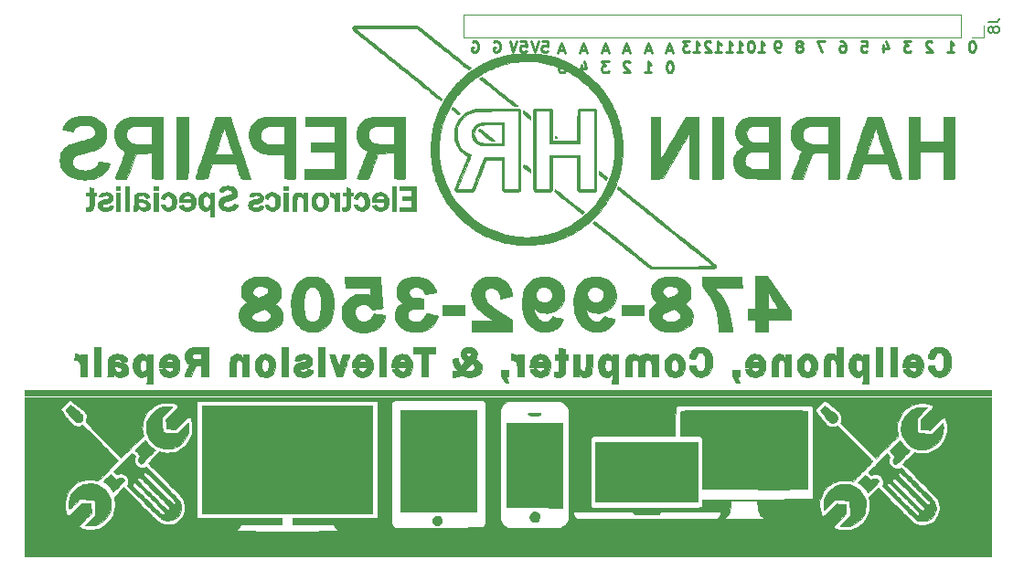
<source format=gbr>
G04 #@! TF.GenerationSoftware,KiCad,Pcbnew,(5.1.0-0)*
G04 #@! TF.CreationDate,2019-05-28T22:45:59-04:00*
G04 #@! TF.ProjectId,Business Card,42757369-6e65-4737-9320-436172642e6b,rev?*
G04 #@! TF.SameCoordinates,Original*
G04 #@! TF.FileFunction,Legend,Bot*
G04 #@! TF.FilePolarity,Positive*
%FSLAX46Y46*%
G04 Gerber Fmt 4.6, Leading zero omitted, Abs format (unit mm)*
G04 Created by KiCad (PCBNEW (5.1.0-0)) date 2019-05-28 22:45:59*
%MOMM*%
%LPD*%
G04 APERTURE LIST*
%ADD10C,0.250000*%
%ADD11C,0.010000*%
%ADD12C,0.120000*%
%ADD13C,0.150000*%
G04 APERTURE END LIST*
D10*
X189547619Y-68452380D02*
X189452380Y-68452380D01*
X189357142Y-68500000D01*
X189309523Y-68547619D01*
X189261904Y-68642857D01*
X189214285Y-68833333D01*
X189214285Y-69071428D01*
X189261904Y-69261904D01*
X189309523Y-69357142D01*
X189357142Y-69404761D01*
X189452380Y-69452380D01*
X189547619Y-69452380D01*
X189642857Y-69404761D01*
X189690476Y-69357142D01*
X189738095Y-69261904D01*
X189785714Y-69071428D01*
X189785714Y-68833333D01*
X189738095Y-68642857D01*
X189690476Y-68547619D01*
X189642857Y-68500000D01*
X189547619Y-68452380D01*
X179261904Y-68452380D02*
X179738095Y-68452380D01*
X179785714Y-68928571D01*
X179738095Y-68880952D01*
X179642857Y-68833333D01*
X179404761Y-68833333D01*
X179309523Y-68880952D01*
X179261904Y-68928571D01*
X179214285Y-69023809D01*
X179214285Y-69261904D01*
X179261904Y-69357142D01*
X179309523Y-69404761D01*
X179404761Y-69452380D01*
X179642857Y-69452380D01*
X179738095Y-69404761D01*
X179785714Y-69357142D01*
X177309523Y-68452380D02*
X177500000Y-68452380D01*
X177595238Y-68500000D01*
X177642857Y-68547619D01*
X177738095Y-68690476D01*
X177785714Y-68880952D01*
X177785714Y-69261904D01*
X177738095Y-69357142D01*
X177690476Y-69404761D01*
X177595238Y-69452380D01*
X177404761Y-69452380D01*
X177309523Y-69404761D01*
X177261904Y-69357142D01*
X177214285Y-69261904D01*
X177214285Y-69023809D01*
X177261904Y-68928571D01*
X177309523Y-68880952D01*
X177404761Y-68833333D01*
X177595238Y-68833333D01*
X177690476Y-68880952D01*
X177738095Y-68928571D01*
X177785714Y-69023809D01*
X175833333Y-68452380D02*
X175166666Y-68452380D01*
X175595238Y-69452380D01*
X173595238Y-68880952D02*
X173690476Y-68833333D01*
X173738095Y-68785714D01*
X173785714Y-68690476D01*
X173785714Y-68642857D01*
X173738095Y-68547619D01*
X173690476Y-68500000D01*
X173595238Y-68452380D01*
X173404761Y-68452380D01*
X173309523Y-68500000D01*
X173261904Y-68547619D01*
X173214285Y-68642857D01*
X173214285Y-68690476D01*
X173261904Y-68785714D01*
X173309523Y-68833333D01*
X173404761Y-68880952D01*
X173595238Y-68880952D01*
X173690476Y-68928571D01*
X173738095Y-68976190D01*
X173785714Y-69071428D01*
X173785714Y-69261904D01*
X173738095Y-69357142D01*
X173690476Y-69404761D01*
X173595238Y-69452380D01*
X173404761Y-69452380D01*
X173309523Y-69404761D01*
X173261904Y-69357142D01*
X173214285Y-69261904D01*
X173214285Y-69071428D01*
X173261904Y-68976190D01*
X173309523Y-68928571D01*
X173404761Y-68880952D01*
X171690476Y-69452380D02*
X171500000Y-69452380D01*
X171404761Y-69404761D01*
X171357142Y-69357142D01*
X171261904Y-69214285D01*
X171214285Y-69023809D01*
X171214285Y-68642857D01*
X171261904Y-68547619D01*
X171309523Y-68500000D01*
X171404761Y-68452380D01*
X171595238Y-68452380D01*
X171690476Y-68500000D01*
X171738095Y-68547619D01*
X171785714Y-68642857D01*
X171785714Y-68880952D01*
X171738095Y-68976190D01*
X171690476Y-69023809D01*
X171595238Y-69071428D01*
X171404761Y-69071428D01*
X171309523Y-69023809D01*
X171261904Y-68976190D01*
X171214285Y-68880952D01*
X169690476Y-69452380D02*
X170261904Y-69452380D01*
X169976190Y-69452380D02*
X169976190Y-68452380D01*
X170071428Y-68595238D01*
X170166666Y-68690476D01*
X170261904Y-68738095D01*
X169071428Y-68452380D02*
X168976190Y-68452380D01*
X168880952Y-68500000D01*
X168833333Y-68547619D01*
X168785714Y-68642857D01*
X168738095Y-68833333D01*
X168738095Y-69071428D01*
X168785714Y-69261904D01*
X168833333Y-69357142D01*
X168880952Y-69404761D01*
X168976190Y-69452380D01*
X169071428Y-69452380D01*
X169166666Y-69404761D01*
X169214285Y-69357142D01*
X169261904Y-69261904D01*
X169309523Y-69071428D01*
X169309523Y-68833333D01*
X169261904Y-68642857D01*
X169214285Y-68547619D01*
X169166666Y-68500000D01*
X169071428Y-68452380D01*
X167690476Y-69452380D02*
X168261904Y-69452380D01*
X167976190Y-69452380D02*
X167976190Y-68452380D01*
X168071428Y-68595238D01*
X168166666Y-68690476D01*
X168261904Y-68738095D01*
X166738095Y-69452380D02*
X167309523Y-69452380D01*
X167023809Y-69452380D02*
X167023809Y-68452380D01*
X167119047Y-68595238D01*
X167214285Y-68690476D01*
X167309523Y-68738095D01*
X165690476Y-69452380D02*
X166261904Y-69452380D01*
X165976190Y-69452380D02*
X165976190Y-68452380D01*
X166071428Y-68595238D01*
X166166666Y-68690476D01*
X166261904Y-68738095D01*
X165309523Y-68547619D02*
X165261904Y-68500000D01*
X165166666Y-68452380D01*
X164928571Y-68452380D01*
X164833333Y-68500000D01*
X164785714Y-68547619D01*
X164738095Y-68642857D01*
X164738095Y-68738095D01*
X164785714Y-68880952D01*
X165357142Y-69452380D01*
X164738095Y-69452380D01*
X163690476Y-69452380D02*
X164261904Y-69452380D01*
X163976190Y-69452380D02*
X163976190Y-68452380D01*
X164071428Y-68595238D01*
X164166666Y-68690476D01*
X164261904Y-68738095D01*
X163357142Y-68452380D02*
X162738095Y-68452380D01*
X163071428Y-68833333D01*
X162928571Y-68833333D01*
X162833333Y-68880952D01*
X162785714Y-68928571D01*
X162738095Y-69023809D01*
X162738095Y-69261904D01*
X162785714Y-69357142D01*
X162833333Y-69404761D01*
X162928571Y-69452380D01*
X163214285Y-69452380D01*
X163309523Y-69404761D01*
X163357142Y-69357142D01*
X161738095Y-69291666D02*
X161261904Y-69291666D01*
X161833333Y-69577380D02*
X161500000Y-68577380D01*
X161166666Y-69577380D01*
X161547619Y-70327380D02*
X161452380Y-70327380D01*
X161357142Y-70375000D01*
X161309523Y-70422619D01*
X161261904Y-70517857D01*
X161214285Y-70708333D01*
X161214285Y-70946428D01*
X161261904Y-71136904D01*
X161309523Y-71232142D01*
X161357142Y-71279761D01*
X161452380Y-71327380D01*
X161547619Y-71327380D01*
X161642857Y-71279761D01*
X161690476Y-71232142D01*
X161738095Y-71136904D01*
X161785714Y-70946428D01*
X161785714Y-70708333D01*
X161738095Y-70517857D01*
X161690476Y-70422619D01*
X161642857Y-70375000D01*
X161547619Y-70327380D01*
X159738095Y-69291666D02*
X159261904Y-69291666D01*
X159833333Y-69577380D02*
X159500000Y-68577380D01*
X159166666Y-69577380D01*
X159214285Y-71327380D02*
X159785714Y-71327380D01*
X159500000Y-71327380D02*
X159500000Y-70327380D01*
X159595238Y-70470238D01*
X159690476Y-70565476D01*
X159785714Y-70613095D01*
X157738095Y-69291666D02*
X157261904Y-69291666D01*
X157833333Y-69577380D02*
X157500000Y-68577380D01*
X157166666Y-69577380D01*
X157785714Y-70422619D02*
X157738095Y-70375000D01*
X157642857Y-70327380D01*
X157404761Y-70327380D01*
X157309523Y-70375000D01*
X157261904Y-70422619D01*
X157214285Y-70517857D01*
X157214285Y-70613095D01*
X157261904Y-70755952D01*
X157833333Y-71327380D01*
X157214285Y-71327380D01*
X155738095Y-69291666D02*
X155261904Y-69291666D01*
X155833333Y-69577380D02*
X155500000Y-68577380D01*
X155166666Y-69577380D01*
X155833333Y-70327380D02*
X155214285Y-70327380D01*
X155547619Y-70708333D01*
X155404761Y-70708333D01*
X155309523Y-70755952D01*
X155261904Y-70803571D01*
X155214285Y-70898809D01*
X155214285Y-71136904D01*
X155261904Y-71232142D01*
X155309523Y-71279761D01*
X155404761Y-71327380D01*
X155690476Y-71327380D01*
X155785714Y-71279761D01*
X155833333Y-71232142D01*
X153738095Y-69291666D02*
X153261904Y-69291666D01*
X153833333Y-69577380D02*
X153500000Y-68577380D01*
X153166666Y-69577380D01*
X153309523Y-70660714D02*
X153309523Y-71327380D01*
X153547619Y-70279761D02*
X153785714Y-70994047D01*
X153166666Y-70994047D01*
X151738095Y-69291666D02*
X151261904Y-69291666D01*
X151833333Y-69577380D02*
X151500000Y-68577380D01*
X151166666Y-69577380D01*
X151261904Y-70327380D02*
X151738095Y-70327380D01*
X151785714Y-70803571D01*
X151738095Y-70755952D01*
X151642857Y-70708333D01*
X151404761Y-70708333D01*
X151309523Y-70755952D01*
X151261904Y-70803571D01*
X151214285Y-70898809D01*
X151214285Y-71136904D01*
X151261904Y-71232142D01*
X151309523Y-71279761D01*
X151404761Y-71327380D01*
X151642857Y-71327380D01*
X151738095Y-71279761D01*
X151785714Y-71232142D01*
X149690476Y-68452380D02*
X150166666Y-68452380D01*
X150214285Y-68928571D01*
X150166666Y-68880952D01*
X150071428Y-68833333D01*
X149833333Y-68833333D01*
X149738095Y-68880952D01*
X149690476Y-68928571D01*
X149642857Y-69023809D01*
X149642857Y-69261904D01*
X149690476Y-69357142D01*
X149738095Y-69404761D01*
X149833333Y-69452380D01*
X150071428Y-69452380D01*
X150166666Y-69404761D01*
X150214285Y-69357142D01*
X149357142Y-68452380D02*
X149023809Y-69452380D01*
X148690476Y-68452380D01*
X147690476Y-68452380D02*
X148166666Y-68452380D01*
X148214285Y-68928571D01*
X148166666Y-68880952D01*
X148071428Y-68833333D01*
X147833333Y-68833333D01*
X147738095Y-68880952D01*
X147690476Y-68928571D01*
X147642857Y-69023809D01*
X147642857Y-69261904D01*
X147690476Y-69357142D01*
X147738095Y-69404761D01*
X147833333Y-69452380D01*
X148071428Y-69452380D01*
X148166666Y-69404761D01*
X148214285Y-69357142D01*
X147357142Y-68452380D02*
X147023809Y-69452380D01*
X146690476Y-68452380D01*
X145238095Y-68500000D02*
X145333333Y-68452380D01*
X145476190Y-68452380D01*
X145619047Y-68500000D01*
X145714285Y-68595238D01*
X145761904Y-68690476D01*
X145809523Y-68880952D01*
X145809523Y-69023809D01*
X145761904Y-69214285D01*
X145714285Y-69309523D01*
X145619047Y-69404761D01*
X145476190Y-69452380D01*
X145380952Y-69452380D01*
X145238095Y-69404761D01*
X145190476Y-69357142D01*
X145190476Y-69023809D01*
X145380952Y-69023809D01*
X143238095Y-68500000D02*
X143333333Y-68452380D01*
X143476190Y-68452380D01*
X143619047Y-68500000D01*
X143714285Y-68595238D01*
X143761904Y-68690476D01*
X143809523Y-68880952D01*
X143809523Y-69023809D01*
X143761904Y-69214285D01*
X143714285Y-69309523D01*
X143619047Y-69404761D01*
X143476190Y-69452380D01*
X143380952Y-69452380D01*
X143238095Y-69404761D01*
X143190476Y-69357142D01*
X143190476Y-69023809D01*
X143380952Y-69023809D01*
X181309523Y-68785714D02*
X181309523Y-69452380D01*
X181547619Y-68404761D02*
X181785714Y-69119047D01*
X181166666Y-69119047D01*
X183833333Y-68452380D02*
X183214285Y-68452380D01*
X183547619Y-68833333D01*
X183404761Y-68833333D01*
X183309523Y-68880952D01*
X183261904Y-68928571D01*
X183214285Y-69023809D01*
X183214285Y-69261904D01*
X183261904Y-69357142D01*
X183309523Y-69404761D01*
X183404761Y-69452380D01*
X183690476Y-69452380D01*
X183785714Y-69404761D01*
X183833333Y-69357142D01*
X185785714Y-68547619D02*
X185738095Y-68500000D01*
X185642857Y-68452380D01*
X185404761Y-68452380D01*
X185309523Y-68500000D01*
X185261904Y-68547619D01*
X185214285Y-68642857D01*
X185214285Y-68738095D01*
X185261904Y-68880952D01*
X185833333Y-69452380D01*
X185214285Y-69452380D01*
X187214285Y-69452380D02*
X187785714Y-69452380D01*
X187500000Y-69452380D02*
X187500000Y-68452380D01*
X187595238Y-68595238D01*
X187690476Y-68690476D01*
X187785714Y-68738095D01*
D11*
G36*
X143859723Y-76580348D02*
G01*
X143806176Y-76626824D01*
X143800345Y-76632912D01*
X143777608Y-76655217D01*
X143760607Y-76673481D01*
X143753506Y-76692068D01*
X143760470Y-76715340D01*
X143785662Y-76747660D01*
X143833248Y-76793390D01*
X143907390Y-76856892D01*
X144012252Y-76942530D01*
X144152000Y-77054666D01*
X144330797Y-77197662D01*
X144367325Y-77226916D01*
X144919549Y-77669351D01*
X145105013Y-77669351D01*
X145202800Y-77667870D01*
X145252789Y-77661736D01*
X145263968Y-77648415D01*
X145248874Y-77628768D01*
X145202447Y-77587450D01*
X145121824Y-77519889D01*
X145013721Y-77431394D01*
X144884855Y-77327275D01*
X144741943Y-77212843D01*
X144591701Y-77093406D01*
X144440846Y-76974276D01*
X144296094Y-76860761D01*
X144164161Y-76758172D01*
X144051765Y-76671819D01*
X143965622Y-76607011D01*
X143912449Y-76569058D01*
X143898610Y-76561298D01*
X143859723Y-76580348D01*
X143859723Y-76580348D01*
G37*
X143859723Y-76580348D02*
X143806176Y-76626824D01*
X143800345Y-76632912D01*
X143777608Y-76655217D01*
X143760607Y-76673481D01*
X143753506Y-76692068D01*
X143760470Y-76715340D01*
X143785662Y-76747660D01*
X143833248Y-76793390D01*
X143907390Y-76856892D01*
X144012252Y-76942530D01*
X144152000Y-77054666D01*
X144330797Y-77197662D01*
X144367325Y-77226916D01*
X144919549Y-77669351D01*
X145105013Y-77669351D01*
X145202800Y-77667870D01*
X145252789Y-77661736D01*
X145263968Y-77648415D01*
X145248874Y-77628768D01*
X145202447Y-77587450D01*
X145121824Y-77519889D01*
X145013721Y-77431394D01*
X144884855Y-77327275D01*
X144741943Y-77212843D01*
X144591701Y-77093406D01*
X144440846Y-76974276D01*
X144296094Y-76860761D01*
X144164161Y-76758172D01*
X144051765Y-76671819D01*
X143965622Y-76607011D01*
X143912449Y-76569058D01*
X143898610Y-76561298D01*
X143859723Y-76580348D01*
G36*
X145242786Y-75936456D02*
G01*
X145010766Y-75937411D01*
X144788921Y-75940014D01*
X144585803Y-75944036D01*
X144409965Y-75949249D01*
X144269961Y-75955426D01*
X144174343Y-75962338D01*
X144147897Y-75965656D01*
X143879438Y-76032268D01*
X143649234Y-76136922D01*
X143459741Y-76276456D01*
X143313415Y-76447704D01*
X143212710Y-76647506D01*
X143160084Y-76872696D01*
X143157991Y-77120111D01*
X143171634Y-77223306D01*
X143237103Y-77461734D01*
X143345908Y-77663539D01*
X143497872Y-77828471D01*
X143692585Y-77956162D01*
X143781555Y-77998434D01*
X143869324Y-78033056D01*
X143962617Y-78060770D01*
X144068158Y-78082322D01*
X144192671Y-78098453D01*
X144342882Y-78109910D01*
X144525513Y-78117434D01*
X144747290Y-78121771D01*
X145014936Y-78123665D01*
X145209128Y-78123938D01*
X146159061Y-78123938D01*
X146159061Y-77925056D01*
X145960179Y-77925056D01*
X145256991Y-77924179D01*
X145048886Y-77922814D01*
X144847245Y-77919461D01*
X144663047Y-77914456D01*
X144507271Y-77908137D01*
X144390896Y-77900840D01*
X144345357Y-77896237D01*
X144115712Y-77858442D01*
X143932603Y-77809087D01*
X143786284Y-77744437D01*
X143667010Y-77660759D01*
X143623087Y-77619501D01*
X143489080Y-77445686D01*
X143407299Y-77251499D01*
X143378729Y-77041128D01*
X143404358Y-76818767D01*
X143420396Y-76758233D01*
X143493369Y-76602320D01*
X143611388Y-76456869D01*
X143762690Y-76333702D01*
X143928748Y-76247241D01*
X143977727Y-76229007D01*
X144025539Y-76214344D01*
X144079030Y-76202771D01*
X144145046Y-76193803D01*
X144230431Y-76186959D01*
X144342031Y-76181755D01*
X144486691Y-76177708D01*
X144671257Y-76174336D01*
X144902573Y-76171155D01*
X145029698Y-76169586D01*
X145960179Y-76158287D01*
X145960179Y-77925056D01*
X146159061Y-77925056D01*
X146159061Y-75936242D01*
X145242786Y-75936456D01*
X145242786Y-75936456D01*
G37*
X145242786Y-75936456D02*
X145010766Y-75937411D01*
X144788921Y-75940014D01*
X144585803Y-75944036D01*
X144409965Y-75949249D01*
X144269961Y-75955426D01*
X144174343Y-75962338D01*
X144147897Y-75965656D01*
X143879438Y-76032268D01*
X143649234Y-76136922D01*
X143459741Y-76276456D01*
X143313415Y-76447704D01*
X143212710Y-76647506D01*
X143160084Y-76872696D01*
X143157991Y-77120111D01*
X143171634Y-77223306D01*
X143237103Y-77461734D01*
X143345908Y-77663539D01*
X143497872Y-77828471D01*
X143692585Y-77956162D01*
X143781555Y-77998434D01*
X143869324Y-78033056D01*
X143962617Y-78060770D01*
X144068158Y-78082322D01*
X144192671Y-78098453D01*
X144342882Y-78109910D01*
X144525513Y-78117434D01*
X144747290Y-78121771D01*
X145014936Y-78123665D01*
X145209128Y-78123938D01*
X146159061Y-78123938D01*
X146159061Y-77925056D01*
X145960179Y-77925056D01*
X145256991Y-77924179D01*
X145048886Y-77922814D01*
X144847245Y-77919461D01*
X144663047Y-77914456D01*
X144507271Y-77908137D01*
X144390896Y-77900840D01*
X144345357Y-77896237D01*
X144115712Y-77858442D01*
X143932603Y-77809087D01*
X143786284Y-77744437D01*
X143667010Y-77660759D01*
X143623087Y-77619501D01*
X143489080Y-77445686D01*
X143407299Y-77251499D01*
X143378729Y-77041128D01*
X143404358Y-76818767D01*
X143420396Y-76758233D01*
X143493369Y-76602320D01*
X143611388Y-76456869D01*
X143762690Y-76333702D01*
X143928748Y-76247241D01*
X143977727Y-76229007D01*
X144025539Y-76214344D01*
X144079030Y-76202771D01*
X144145046Y-76193803D01*
X144230431Y-76186959D01*
X144342031Y-76181755D01*
X144486691Y-76177708D01*
X144671257Y-76174336D01*
X144902573Y-76171155D01*
X145029698Y-76169586D01*
X145960179Y-76158287D01*
X145960179Y-77925056D01*
X146159061Y-77925056D01*
X146159061Y-75936242D01*
X145242786Y-75936456D01*
G36*
X143986206Y-71816162D02*
G01*
X143924376Y-71858759D01*
X143890317Y-71890782D01*
X143887911Y-71897004D01*
X143909835Y-71917446D01*
X143972645Y-71970443D01*
X144072801Y-72053124D01*
X144206761Y-72162616D01*
X144370985Y-72296048D01*
X144561930Y-72450548D01*
X144776058Y-72623243D01*
X145009826Y-72811262D01*
X145259694Y-73011732D01*
X145461382Y-73173211D01*
X147033073Y-74430425D01*
X147228226Y-74429522D01*
X147329394Y-74427326D01*
X147381580Y-74420710D01*
X147392563Y-74407850D01*
X147379716Y-74394007D01*
X147350884Y-74370958D01*
X147281307Y-74315244D01*
X147174579Y-74229744D01*
X147034290Y-74117338D01*
X146864034Y-73980902D01*
X146667400Y-73823316D01*
X146447982Y-73647457D01*
X146209371Y-73456204D01*
X145955158Y-73252436D01*
X145711169Y-73056854D01*
X144086283Y-71754312D01*
X143986206Y-71816162D01*
X143986206Y-71816162D01*
G37*
X143986206Y-71816162D02*
X143924376Y-71858759D01*
X143890317Y-71890782D01*
X143887911Y-71897004D01*
X143909835Y-71917446D01*
X143972645Y-71970443D01*
X144072801Y-72053124D01*
X144206761Y-72162616D01*
X144370985Y-72296048D01*
X144561930Y-72450548D01*
X144776058Y-72623243D01*
X145009826Y-72811262D01*
X145259694Y-73011732D01*
X145461382Y-73173211D01*
X147033073Y-74430425D01*
X147228226Y-74429522D01*
X147329394Y-74427326D01*
X147381580Y-74420710D01*
X147392563Y-74407850D01*
X147379716Y-74394007D01*
X147350884Y-74370958D01*
X147281307Y-74315244D01*
X147174579Y-74229744D01*
X147034290Y-74117338D01*
X146864034Y-73980902D01*
X146667400Y-73823316D01*
X146447982Y-73647457D01*
X146209371Y-73456204D01*
X145955158Y-73252436D01*
X145711169Y-73056854D01*
X144086283Y-71754312D01*
X143986206Y-71816162D01*
G36*
X141380495Y-74566709D02*
G01*
X141348599Y-74619952D01*
X141318396Y-74681793D01*
X141301471Y-74730229D01*
X141300671Y-74737528D01*
X141321393Y-74763459D01*
X141376961Y-74816164D01*
X141457479Y-74887389D01*
X141553052Y-74968878D01*
X141653786Y-75052374D01*
X141749785Y-75129624D01*
X141831153Y-75192372D01*
X141887994Y-75232362D01*
X141904745Y-75241488D01*
X141946495Y-75231934D01*
X142003838Y-75190382D01*
X142019528Y-75175015D01*
X142096950Y-75094204D01*
X141757295Y-74819138D01*
X141639217Y-74724270D01*
X141536976Y-74643556D01*
X141458514Y-74583153D01*
X141411775Y-74549221D01*
X141402503Y-74544072D01*
X141380495Y-74566709D01*
X141380495Y-74566709D01*
G37*
X141380495Y-74566709D02*
X141348599Y-74619952D01*
X141318396Y-74681793D01*
X141301471Y-74730229D01*
X141300671Y-74737528D01*
X141321393Y-74763459D01*
X141376961Y-74816164D01*
X141457479Y-74887389D01*
X141553052Y-74968878D01*
X141653786Y-75052374D01*
X141749785Y-75129624D01*
X141831153Y-75192372D01*
X141887994Y-75232362D01*
X141904745Y-75241488D01*
X141946495Y-75231934D01*
X142003838Y-75190382D01*
X142019528Y-75175015D01*
X142096950Y-75094204D01*
X141757295Y-74819138D01*
X141639217Y-74724270D01*
X141536976Y-74643556D01*
X141458514Y-74583153D01*
X141411775Y-74549221D01*
X141402503Y-74544072D01*
X141380495Y-74566709D01*
G36*
X147956451Y-74910571D02*
G01*
X147950145Y-74975881D01*
X147948994Y-75026245D01*
X147948994Y-75167479D01*
X148268625Y-75423637D01*
X148383828Y-75514863D01*
X148483617Y-75591811D01*
X148559537Y-75648119D01*
X148603135Y-75677428D01*
X148609564Y-75680166D01*
X148621813Y-75654857D01*
X148629518Y-75589849D01*
X148630873Y-75541048D01*
X148630873Y-75401559D01*
X148307357Y-75143285D01*
X148191705Y-75051862D01*
X148091883Y-74974661D01*
X148016188Y-74917967D01*
X147972918Y-74888067D01*
X147966417Y-74885011D01*
X147956451Y-74910571D01*
X147956451Y-74910571D01*
G37*
X147956451Y-74910571D02*
X147950145Y-74975881D01*
X147948994Y-75026245D01*
X147948994Y-75167479D01*
X148268625Y-75423637D01*
X148383828Y-75514863D01*
X148483617Y-75591811D01*
X148559537Y-75648119D01*
X148603135Y-75677428D01*
X148609564Y-75680166D01*
X148621813Y-75654857D01*
X148629518Y-75589849D01*
X148630873Y-75541048D01*
X148630873Y-75401559D01*
X148307357Y-75143285D01*
X148191705Y-75051862D01*
X148091883Y-74974661D01*
X148016188Y-74917967D01*
X147972918Y-74888067D01*
X147966417Y-74885011D01*
X147956451Y-74910571D01*
G36*
X150875392Y-77312271D02*
G01*
X150878530Y-77376499D01*
X150898709Y-77405526D01*
X150952081Y-77413333D01*
X150992517Y-77413647D01*
X151064146Y-77411059D01*
X151088947Y-77399701D01*
X151076814Y-77374183D01*
X151073173Y-77369703D01*
X151024692Y-77322637D01*
X150958081Y-77269782D01*
X150956047Y-77268328D01*
X150875392Y-77210896D01*
X150875392Y-77312271D01*
X150875392Y-77312271D01*
G37*
X150875392Y-77312271D02*
X150878530Y-77376499D01*
X150898709Y-77405526D01*
X150952081Y-77413333D01*
X150992517Y-77413647D01*
X151064146Y-77411059D01*
X151088947Y-77399701D01*
X151076814Y-77374183D01*
X151073173Y-77369703D01*
X151024692Y-77322637D01*
X150958081Y-77269782D01*
X150956047Y-77268328D01*
X150875392Y-77210896D01*
X150875392Y-77312271D01*
G36*
X147960003Y-79854135D02*
G01*
X147950547Y-79919090D01*
X147948994Y-79965347D01*
X147948994Y-80102058D01*
X148275133Y-80363109D01*
X148391111Y-80455101D01*
X148491179Y-80532885D01*
X148567123Y-80590201D01*
X148610730Y-80620786D01*
X148617558Y-80624161D01*
X148625184Y-80598603D01*
X148627301Y-80532963D01*
X148625255Y-80475584D01*
X148616667Y-80327006D01*
X148309032Y-80077821D01*
X148195844Y-79987586D01*
X148097518Y-79911916D01*
X148022797Y-79857335D01*
X147980422Y-79830368D01*
X147975195Y-79828636D01*
X147960003Y-79854135D01*
X147960003Y-79854135D01*
G37*
X147960003Y-79854135D02*
X147950547Y-79919090D01*
X147948994Y-79965347D01*
X147948994Y-80102058D01*
X148275133Y-80363109D01*
X148391111Y-80455101D01*
X148491179Y-80532885D01*
X148567123Y-80590201D01*
X148610730Y-80620786D01*
X148617558Y-80624161D01*
X148625184Y-80598603D01*
X148627301Y-80532963D01*
X148625255Y-80475584D01*
X148616667Y-80327006D01*
X148309032Y-80077821D01*
X148195844Y-79987586D01*
X148097518Y-79911916D01*
X148022797Y-79857335D01*
X147980422Y-79830368D01*
X147975195Y-79828636D01*
X147960003Y-79854135D01*
G36*
X154968225Y-80645939D02*
G01*
X154969782Y-80808837D01*
X155272840Y-81050336D01*
X155384862Y-81139185D01*
X155480835Y-81214517D01*
X155552102Y-81269596D01*
X155590006Y-81297684D01*
X155593383Y-81299761D01*
X155613225Y-81281003D01*
X155642762Y-81224445D01*
X155655886Y-81193082D01*
X155700905Y-81078477D01*
X155333786Y-80780759D01*
X154966667Y-80483040D01*
X154968225Y-80645939D01*
X154968225Y-80645939D01*
G37*
X154968225Y-80645939D02*
X154969782Y-80808837D01*
X155272840Y-81050336D01*
X155384862Y-81139185D01*
X155480835Y-81214517D01*
X155552102Y-81269596D01*
X155590006Y-81297684D01*
X155593383Y-81299761D01*
X155613225Y-81281003D01*
X155642762Y-81224445D01*
X155655886Y-81193082D01*
X155700905Y-81078477D01*
X155333786Y-80780759D01*
X154966667Y-80483040D01*
X154968225Y-80645939D01*
G36*
X145347584Y-74686412D02*
G01*
X145007503Y-74687317D01*
X144715369Y-74688931D01*
X144466748Y-74691342D01*
X144257202Y-74694638D01*
X144082296Y-74698905D01*
X143937594Y-74704232D01*
X143818658Y-74710705D01*
X143721054Y-74718412D01*
X143640344Y-74727439D01*
X143640135Y-74727467D01*
X143249394Y-74802579D01*
X142896281Y-74919620D01*
X142581378Y-75078122D01*
X142305270Y-75277616D01*
X142068537Y-75517636D01*
X141871764Y-75797713D01*
X141715532Y-76117378D01*
X141639788Y-76333587D01*
X141612826Y-76432227D01*
X141594303Y-76529179D01*
X141582676Y-76639036D01*
X141576407Y-76776388D01*
X141573954Y-76955827D01*
X141573947Y-76957242D01*
X141576056Y-77208105D01*
X141586796Y-77415284D01*
X141608576Y-77591575D01*
X141643804Y-77749775D01*
X141694889Y-77902680D01*
X141764240Y-78063088D01*
X141793552Y-78123938D01*
X141927797Y-78346916D01*
X142103723Y-78563964D01*
X142307622Y-78761222D01*
X142525784Y-78924829D01*
X142664430Y-79004410D01*
X142749535Y-79047600D01*
X142793325Y-79074163D01*
X142805095Y-79093312D01*
X142794137Y-79114261D01*
X142785828Y-79124761D01*
X142759273Y-79173873D01*
X142728804Y-79251247D01*
X142721053Y-79274609D01*
X142684023Y-79378848D01*
X142639950Y-79486965D01*
X142633267Y-79501902D01*
X142597929Y-79583270D01*
X142551163Y-79695968D01*
X142501946Y-79818293D01*
X142492269Y-79842841D01*
X142442232Y-79969807D01*
X142391812Y-80096944D01*
X142350762Y-80199671D01*
X142345718Y-80212193D01*
X142302465Y-80321315D01*
X142253113Y-80448573D01*
X142224109Y-80524721D01*
X142185289Y-80626088D01*
X142135550Y-80753729D01*
X142079957Y-80894902D01*
X142023576Y-81036864D01*
X141971471Y-81166873D01*
X141928709Y-81272187D01*
X141900355Y-81340063D01*
X141896575Y-81348658D01*
X141859220Y-81436026D01*
X141812456Y-81551280D01*
X141761035Y-81681971D01*
X141709710Y-81815649D01*
X141663235Y-81939863D01*
X141626363Y-82042163D01*
X141603847Y-82110099D01*
X141599576Y-82126613D01*
X141605742Y-82214501D01*
X141645982Y-82298886D01*
X141707833Y-82357233D01*
X141732811Y-82367478D01*
X141778084Y-82372200D01*
X141871846Y-82376466D01*
X142005763Y-82380093D01*
X142171501Y-82382897D01*
X142360727Y-82384693D01*
X142540533Y-82385295D01*
X142767949Y-82385090D01*
X142945434Y-82383927D01*
X143079877Y-82381384D01*
X143178167Y-82377038D01*
X143247194Y-82370466D01*
X143293847Y-82361244D01*
X143325016Y-82348950D01*
X143344244Y-82335962D01*
X143360493Y-82317519D01*
X143381369Y-82283317D01*
X143408260Y-82229870D01*
X143442556Y-82153691D01*
X143485645Y-82051296D01*
X143538916Y-81919197D01*
X143603758Y-81753908D01*
X143681560Y-81551944D01*
X143773711Y-81309817D01*
X143881600Y-81024042D01*
X144006615Y-80691132D01*
X144116771Y-80396868D01*
X144178416Y-80232693D01*
X144242749Y-80062483D01*
X144302491Y-79905432D01*
X144350362Y-79780732D01*
X144353816Y-79771812D01*
X144398016Y-79656342D01*
X144435920Y-79554713D01*
X144461512Y-79483153D01*
X144467014Y-79466387D01*
X144486604Y-79402461D01*
X145960179Y-79402461D01*
X145960179Y-82246207D01*
X146099655Y-82385683D01*
X146839649Y-82385683D01*
X147064455Y-82385475D01*
X147239373Y-82384523D01*
X147371338Y-82382332D01*
X147467285Y-82378408D01*
X147534148Y-82372255D01*
X147578863Y-82363380D01*
X147608364Y-82351288D01*
X147629586Y-82335483D01*
X147636466Y-82328859D01*
X147644632Y-82319923D01*
X147651975Y-82308361D01*
X147658539Y-82291266D01*
X147664367Y-82265729D01*
X147669502Y-82228844D01*
X147673987Y-82177703D01*
X147675083Y-82158389D01*
X147494408Y-82158389D01*
X146159061Y-82158389D01*
X146159061Y-79174381D01*
X145243328Y-79181877D01*
X144327594Y-79189374D01*
X144048979Y-79928076D01*
X143955131Y-80177011D01*
X143848732Y-80459423D01*
X143737191Y-80755633D01*
X143627920Y-81045957D01*
X143528330Y-81310712D01*
X143492701Y-81405481D01*
X143215038Y-82144184D01*
X142515508Y-82151779D01*
X141815979Y-82159374D01*
X141940624Y-81853457D01*
X142006714Y-81690503D01*
X142083805Y-81499158D01*
X142169689Y-81285008D01*
X142262157Y-81053638D01*
X142358998Y-80810636D01*
X142458005Y-80561588D01*
X142556967Y-80312079D01*
X142653675Y-80067696D01*
X142745921Y-79834026D01*
X142831494Y-79616654D01*
X142908186Y-79421167D01*
X142973787Y-79253150D01*
X143026088Y-79118191D01*
X143062880Y-79021876D01*
X143081954Y-78969790D01*
X143084127Y-78962030D01*
X143057148Y-78947209D01*
X142991424Y-78912612D01*
X142898754Y-78864425D01*
X142849105Y-78838771D01*
X142582510Y-78676833D01*
X142348291Y-78485097D01*
X142181663Y-78303211D01*
X142022883Y-78057257D01*
X141903856Y-77778960D01*
X141825304Y-77477275D01*
X141787949Y-77161156D01*
X141792514Y-76839558D01*
X141839720Y-76521435D01*
X141930291Y-76215742D01*
X142000221Y-76053320D01*
X142072363Y-75913917D01*
X142144173Y-75800383D01*
X142229887Y-75693062D01*
X142343739Y-75572294D01*
X142361424Y-75554506D01*
X142572914Y-75365807D01*
X142791621Y-75221086D01*
X143036158Y-75109157D01*
X143188409Y-75057520D01*
X143281660Y-75029794D01*
X143370525Y-75005864D01*
X143459851Y-74985452D01*
X143554486Y-74968281D01*
X143659280Y-74954071D01*
X143779081Y-74942544D01*
X143918737Y-74933422D01*
X144083097Y-74926428D01*
X144277008Y-74921282D01*
X144505320Y-74917706D01*
X144772881Y-74915423D01*
X145084539Y-74914154D01*
X145445143Y-74913621D01*
X145697372Y-74913537D01*
X147494408Y-74913423D01*
X147494408Y-82158389D01*
X147675083Y-82158389D01*
X147677866Y-82109398D01*
X147681182Y-82021022D01*
X147683979Y-81909668D01*
X147686299Y-81772427D01*
X147688186Y-81606393D01*
X147689684Y-81408659D01*
X147690835Y-81176315D01*
X147691682Y-80906456D01*
X147692271Y-80596174D01*
X147692642Y-80242560D01*
X147692841Y-79842708D01*
X147692909Y-79393711D01*
X147692891Y-78892660D01*
X147692854Y-78543009D01*
X147692644Y-78086989D01*
X147692137Y-77646501D01*
X147691350Y-77224901D01*
X147690303Y-76825547D01*
X147689015Y-76451796D01*
X147687505Y-76107006D01*
X147685792Y-75794534D01*
X147683895Y-75517738D01*
X147681833Y-75279975D01*
X147679625Y-75084603D01*
X147677291Y-74934978D01*
X147674848Y-74834458D01*
X147672316Y-74786401D01*
X147671545Y-74782721D01*
X147656716Y-74763484D01*
X147637049Y-74746982D01*
X147608361Y-74733006D01*
X147566467Y-74721346D01*
X147507184Y-74711795D01*
X147426327Y-74704141D01*
X147319713Y-74698177D01*
X147183158Y-74693692D01*
X147012478Y-74690479D01*
X146803489Y-74688326D01*
X146552006Y-74687026D01*
X146253847Y-74686369D01*
X145904827Y-74686145D01*
X145740051Y-74686130D01*
X145347584Y-74686412D01*
X145347584Y-74686412D01*
G37*
X145347584Y-74686412D02*
X145007503Y-74687317D01*
X144715369Y-74688931D01*
X144466748Y-74691342D01*
X144257202Y-74694638D01*
X144082296Y-74698905D01*
X143937594Y-74704232D01*
X143818658Y-74710705D01*
X143721054Y-74718412D01*
X143640344Y-74727439D01*
X143640135Y-74727467D01*
X143249394Y-74802579D01*
X142896281Y-74919620D01*
X142581378Y-75078122D01*
X142305270Y-75277616D01*
X142068537Y-75517636D01*
X141871764Y-75797713D01*
X141715532Y-76117378D01*
X141639788Y-76333587D01*
X141612826Y-76432227D01*
X141594303Y-76529179D01*
X141582676Y-76639036D01*
X141576407Y-76776388D01*
X141573954Y-76955827D01*
X141573947Y-76957242D01*
X141576056Y-77208105D01*
X141586796Y-77415284D01*
X141608576Y-77591575D01*
X141643804Y-77749775D01*
X141694889Y-77902680D01*
X141764240Y-78063088D01*
X141793552Y-78123938D01*
X141927797Y-78346916D01*
X142103723Y-78563964D01*
X142307622Y-78761222D01*
X142525784Y-78924829D01*
X142664430Y-79004410D01*
X142749535Y-79047600D01*
X142793325Y-79074163D01*
X142805095Y-79093312D01*
X142794137Y-79114261D01*
X142785828Y-79124761D01*
X142759273Y-79173873D01*
X142728804Y-79251247D01*
X142721053Y-79274609D01*
X142684023Y-79378848D01*
X142639950Y-79486965D01*
X142633267Y-79501902D01*
X142597929Y-79583270D01*
X142551163Y-79695968D01*
X142501946Y-79818293D01*
X142492269Y-79842841D01*
X142442232Y-79969807D01*
X142391812Y-80096944D01*
X142350762Y-80199671D01*
X142345718Y-80212193D01*
X142302465Y-80321315D01*
X142253113Y-80448573D01*
X142224109Y-80524721D01*
X142185289Y-80626088D01*
X142135550Y-80753729D01*
X142079957Y-80894902D01*
X142023576Y-81036864D01*
X141971471Y-81166873D01*
X141928709Y-81272187D01*
X141900355Y-81340063D01*
X141896575Y-81348658D01*
X141859220Y-81436026D01*
X141812456Y-81551280D01*
X141761035Y-81681971D01*
X141709710Y-81815649D01*
X141663235Y-81939863D01*
X141626363Y-82042163D01*
X141603847Y-82110099D01*
X141599576Y-82126613D01*
X141605742Y-82214501D01*
X141645982Y-82298886D01*
X141707833Y-82357233D01*
X141732811Y-82367478D01*
X141778084Y-82372200D01*
X141871846Y-82376466D01*
X142005763Y-82380093D01*
X142171501Y-82382897D01*
X142360727Y-82384693D01*
X142540533Y-82385295D01*
X142767949Y-82385090D01*
X142945434Y-82383927D01*
X143079877Y-82381384D01*
X143178167Y-82377038D01*
X143247194Y-82370466D01*
X143293847Y-82361244D01*
X143325016Y-82348950D01*
X143344244Y-82335962D01*
X143360493Y-82317519D01*
X143381369Y-82283317D01*
X143408260Y-82229870D01*
X143442556Y-82153691D01*
X143485645Y-82051296D01*
X143538916Y-81919197D01*
X143603758Y-81753908D01*
X143681560Y-81551944D01*
X143773711Y-81309817D01*
X143881600Y-81024042D01*
X144006615Y-80691132D01*
X144116771Y-80396868D01*
X144178416Y-80232693D01*
X144242749Y-80062483D01*
X144302491Y-79905432D01*
X144350362Y-79780732D01*
X144353816Y-79771812D01*
X144398016Y-79656342D01*
X144435920Y-79554713D01*
X144461512Y-79483153D01*
X144467014Y-79466387D01*
X144486604Y-79402461D01*
X145960179Y-79402461D01*
X145960179Y-82246207D01*
X146099655Y-82385683D01*
X146839649Y-82385683D01*
X147064455Y-82385475D01*
X147239373Y-82384523D01*
X147371338Y-82382332D01*
X147467285Y-82378408D01*
X147534148Y-82372255D01*
X147578863Y-82363380D01*
X147608364Y-82351288D01*
X147629586Y-82335483D01*
X147636466Y-82328859D01*
X147644632Y-82319923D01*
X147651975Y-82308361D01*
X147658539Y-82291266D01*
X147664367Y-82265729D01*
X147669502Y-82228844D01*
X147673987Y-82177703D01*
X147675083Y-82158389D01*
X147494408Y-82158389D01*
X146159061Y-82158389D01*
X146159061Y-79174381D01*
X145243328Y-79181877D01*
X144327594Y-79189374D01*
X144048979Y-79928076D01*
X143955131Y-80177011D01*
X143848732Y-80459423D01*
X143737191Y-80755633D01*
X143627920Y-81045957D01*
X143528330Y-81310712D01*
X143492701Y-81405481D01*
X143215038Y-82144184D01*
X142515508Y-82151779D01*
X141815979Y-82159374D01*
X141940624Y-81853457D01*
X142006714Y-81690503D01*
X142083805Y-81499158D01*
X142169689Y-81285008D01*
X142262157Y-81053638D01*
X142358998Y-80810636D01*
X142458005Y-80561588D01*
X142556967Y-80312079D01*
X142653675Y-80067696D01*
X142745921Y-79834026D01*
X142831494Y-79616654D01*
X142908186Y-79421167D01*
X142973787Y-79253150D01*
X143026088Y-79118191D01*
X143062880Y-79021876D01*
X143081954Y-78969790D01*
X143084127Y-78962030D01*
X143057148Y-78947209D01*
X142991424Y-78912612D01*
X142898754Y-78864425D01*
X142849105Y-78838771D01*
X142582510Y-78676833D01*
X142348291Y-78485097D01*
X142181663Y-78303211D01*
X142022883Y-78057257D01*
X141903856Y-77778960D01*
X141825304Y-77477275D01*
X141787949Y-77161156D01*
X141792514Y-76839558D01*
X141839720Y-76521435D01*
X141930291Y-76215742D01*
X142000221Y-76053320D01*
X142072363Y-75913917D01*
X142144173Y-75800383D01*
X142229887Y-75693062D01*
X142343739Y-75572294D01*
X142361424Y-75554506D01*
X142572914Y-75365807D01*
X142791621Y-75221086D01*
X143036158Y-75109157D01*
X143188409Y-75057520D01*
X143281660Y-75029794D01*
X143370525Y-75005864D01*
X143459851Y-74985452D01*
X143554486Y-74968281D01*
X143659280Y-74954071D01*
X143779081Y-74942544D01*
X143918737Y-74933422D01*
X144083097Y-74926428D01*
X144277008Y-74921282D01*
X144505320Y-74917706D01*
X144772881Y-74915423D01*
X145084539Y-74914154D01*
X145445143Y-74913621D01*
X145697372Y-74913537D01*
X147494408Y-74913423D01*
X147494408Y-82158389D01*
X147675083Y-82158389D01*
X147677866Y-82109398D01*
X147681182Y-82021022D01*
X147683979Y-81909668D01*
X147686299Y-81772427D01*
X147688186Y-81606393D01*
X147689684Y-81408659D01*
X147690835Y-81176315D01*
X147691682Y-80906456D01*
X147692271Y-80596174D01*
X147692642Y-80242560D01*
X147692841Y-79842708D01*
X147692909Y-79393711D01*
X147692891Y-78892660D01*
X147692854Y-78543009D01*
X147692644Y-78086989D01*
X147692137Y-77646501D01*
X147691350Y-77224901D01*
X147690303Y-76825547D01*
X147689015Y-76451796D01*
X147687505Y-76107006D01*
X147685792Y-75794534D01*
X147683895Y-75517738D01*
X147681833Y-75279975D01*
X147679625Y-75084603D01*
X147677291Y-74934978D01*
X147674848Y-74834458D01*
X147672316Y-74786401D01*
X147671545Y-74782721D01*
X147656716Y-74763484D01*
X147637049Y-74746982D01*
X147608361Y-74733006D01*
X147566467Y-74721346D01*
X147507184Y-74711795D01*
X147426327Y-74704141D01*
X147319713Y-74698177D01*
X147183158Y-74693692D01*
X147012478Y-74690479D01*
X146803489Y-74688326D01*
X146552006Y-74687026D01*
X146253847Y-74686369D01*
X145904827Y-74686145D01*
X145740051Y-74686130D01*
X145347584Y-74686412D01*
G36*
X153595982Y-74686806D02*
G01*
X153411899Y-74689528D01*
X153271278Y-74695337D01*
X153167440Y-74705272D01*
X153093711Y-74720373D01*
X153043411Y-74741683D01*
X153009866Y-74770239D01*
X152986398Y-74807084D01*
X152980986Y-74818452D01*
X152972721Y-74861123D01*
X152965767Y-74950955D01*
X152960090Y-75089478D01*
X152955657Y-75278224D01*
X152952435Y-75518723D01*
X152950391Y-75812506D01*
X152949492Y-76161105D01*
X152949441Y-76278518D01*
X152949441Y-77669351D01*
X150621207Y-77669351D01*
X150613344Y-76232927D01*
X150605481Y-74796502D01*
X150534452Y-74741948D01*
X150508586Y-74724922D01*
X150476037Y-74711829D01*
X150429523Y-74702149D01*
X150361759Y-74695362D01*
X150265462Y-74690947D01*
X150133347Y-74688385D01*
X149958131Y-74687155D01*
X149761572Y-74686762D01*
X149523858Y-74687175D01*
X149336385Y-74689556D01*
X149192576Y-74694895D01*
X149085857Y-74704188D01*
X149009652Y-74718426D01*
X148957388Y-74738603D01*
X148922488Y-74765713D01*
X148898378Y-74800748D01*
X148889711Y-74818452D01*
X148884675Y-74848627D01*
X148880123Y-74917015D01*
X148876042Y-75025189D01*
X148872418Y-75174722D01*
X148869237Y-75367185D01*
X148866487Y-75604152D01*
X148864154Y-75887194D01*
X148862225Y-76217885D01*
X148860687Y-76597798D01*
X148859525Y-77028504D01*
X148858728Y-77511576D01*
X148858280Y-78048587D01*
X148858166Y-78538654D01*
X148858156Y-79078444D01*
X148858190Y-79564287D01*
X148858366Y-79999061D01*
X148858781Y-80385642D01*
X148859531Y-80726907D01*
X148860713Y-81025734D01*
X148862425Y-81284998D01*
X148864764Y-81507577D01*
X148867826Y-81696347D01*
X148871709Y-81854186D01*
X148876510Y-81983970D01*
X148882325Y-82088576D01*
X148889251Y-82170881D01*
X148897386Y-82233761D01*
X148906827Y-82280095D01*
X148917670Y-82312757D01*
X148930013Y-82334626D01*
X148943953Y-82348579D01*
X148959586Y-82357491D01*
X148977010Y-82364240D01*
X148987291Y-82368034D01*
X149027373Y-82372848D01*
X149116087Y-82377163D01*
X149245244Y-82380789D01*
X149406653Y-82383539D01*
X149592125Y-82385225D01*
X149756747Y-82385683D01*
X150480212Y-82385683D01*
X150549950Y-82315945D01*
X150619687Y-82246207D01*
X150619687Y-79231991D01*
X152949441Y-79231991D01*
X152949441Y-82235327D01*
X153019114Y-82310505D01*
X153088786Y-82385683D01*
X153807536Y-82382387D01*
X154006279Y-82380983D01*
X154187938Y-82378765D01*
X154344231Y-82375909D01*
X154466877Y-82372591D01*
X154547594Y-82368988D01*
X154576393Y-82366023D01*
X154595583Y-82361372D01*
X154612857Y-82356036D01*
X154628317Y-82347156D01*
X154642063Y-82331869D01*
X154654195Y-82307316D01*
X154664815Y-82270634D01*
X154674022Y-82218963D01*
X154681918Y-82149441D01*
X154688602Y-82059208D01*
X154694176Y-81945403D01*
X154698740Y-81805164D01*
X154702395Y-81635630D01*
X154705241Y-81433941D01*
X154707379Y-81197235D01*
X154708909Y-80922652D01*
X154709933Y-80607329D01*
X154710550Y-80248407D01*
X154710862Y-79843024D01*
X154710968Y-79388318D01*
X154710970Y-78881430D01*
X154710962Y-78538654D01*
X154710797Y-77955473D01*
X154710293Y-77427541D01*
X154709435Y-76953287D01*
X154708212Y-76531137D01*
X154706609Y-76159520D01*
X154704614Y-75836862D01*
X154702213Y-75561591D01*
X154699392Y-75332135D01*
X154696139Y-75146920D01*
X154692440Y-75004375D01*
X154688712Y-74913423D01*
X154483669Y-74913423D01*
X154483669Y-82158389D01*
X153177215Y-82158389D01*
X153169872Y-80588647D01*
X153162528Y-79018904D01*
X150392394Y-79004158D01*
X150392394Y-82158389D01*
X149085459Y-82158389D01*
X149085459Y-74913423D01*
X150392394Y-74913423D01*
X150392394Y-77897185D01*
X153162528Y-77882439D01*
X153169885Y-76397931D01*
X153177241Y-74913423D01*
X154483669Y-74913423D01*
X154688712Y-74913423D01*
X154688281Y-74902926D01*
X154683650Y-74841002D01*
X154679418Y-74818452D01*
X154657511Y-74779219D01*
X154627308Y-74748552D01*
X154582134Y-74725411D01*
X154515311Y-74708754D01*
X154420162Y-74697541D01*
X154290012Y-74690734D01*
X154118182Y-74687290D01*
X153897997Y-74686169D01*
X153830202Y-74686130D01*
X153595982Y-74686806D01*
X153595982Y-74686806D01*
G37*
X153595982Y-74686806D02*
X153411899Y-74689528D01*
X153271278Y-74695337D01*
X153167440Y-74705272D01*
X153093711Y-74720373D01*
X153043411Y-74741683D01*
X153009866Y-74770239D01*
X152986398Y-74807084D01*
X152980986Y-74818452D01*
X152972721Y-74861123D01*
X152965767Y-74950955D01*
X152960090Y-75089478D01*
X152955657Y-75278224D01*
X152952435Y-75518723D01*
X152950391Y-75812506D01*
X152949492Y-76161105D01*
X152949441Y-76278518D01*
X152949441Y-77669351D01*
X150621207Y-77669351D01*
X150613344Y-76232927D01*
X150605481Y-74796502D01*
X150534452Y-74741948D01*
X150508586Y-74724922D01*
X150476037Y-74711829D01*
X150429523Y-74702149D01*
X150361759Y-74695362D01*
X150265462Y-74690947D01*
X150133347Y-74688385D01*
X149958131Y-74687155D01*
X149761572Y-74686762D01*
X149523858Y-74687175D01*
X149336385Y-74689556D01*
X149192576Y-74694895D01*
X149085857Y-74704188D01*
X149009652Y-74718426D01*
X148957388Y-74738603D01*
X148922488Y-74765713D01*
X148898378Y-74800748D01*
X148889711Y-74818452D01*
X148884675Y-74848627D01*
X148880123Y-74917015D01*
X148876042Y-75025189D01*
X148872418Y-75174722D01*
X148869237Y-75367185D01*
X148866487Y-75604152D01*
X148864154Y-75887194D01*
X148862225Y-76217885D01*
X148860687Y-76597798D01*
X148859525Y-77028504D01*
X148858728Y-77511576D01*
X148858280Y-78048587D01*
X148858166Y-78538654D01*
X148858156Y-79078444D01*
X148858190Y-79564287D01*
X148858366Y-79999061D01*
X148858781Y-80385642D01*
X148859531Y-80726907D01*
X148860713Y-81025734D01*
X148862425Y-81284998D01*
X148864764Y-81507577D01*
X148867826Y-81696347D01*
X148871709Y-81854186D01*
X148876510Y-81983970D01*
X148882325Y-82088576D01*
X148889251Y-82170881D01*
X148897386Y-82233761D01*
X148906827Y-82280095D01*
X148917670Y-82312757D01*
X148930013Y-82334626D01*
X148943953Y-82348579D01*
X148959586Y-82357491D01*
X148977010Y-82364240D01*
X148987291Y-82368034D01*
X149027373Y-82372848D01*
X149116087Y-82377163D01*
X149245244Y-82380789D01*
X149406653Y-82383539D01*
X149592125Y-82385225D01*
X149756747Y-82385683D01*
X150480212Y-82385683D01*
X150549950Y-82315945D01*
X150619687Y-82246207D01*
X150619687Y-79231991D01*
X152949441Y-79231991D01*
X152949441Y-82235327D01*
X153019114Y-82310505D01*
X153088786Y-82385683D01*
X153807536Y-82382387D01*
X154006279Y-82380983D01*
X154187938Y-82378765D01*
X154344231Y-82375909D01*
X154466877Y-82372591D01*
X154547594Y-82368988D01*
X154576393Y-82366023D01*
X154595583Y-82361372D01*
X154612857Y-82356036D01*
X154628317Y-82347156D01*
X154642063Y-82331869D01*
X154654195Y-82307316D01*
X154664815Y-82270634D01*
X154674022Y-82218963D01*
X154681918Y-82149441D01*
X154688602Y-82059208D01*
X154694176Y-81945403D01*
X154698740Y-81805164D01*
X154702395Y-81635630D01*
X154705241Y-81433941D01*
X154707379Y-81197235D01*
X154708909Y-80922652D01*
X154709933Y-80607329D01*
X154710550Y-80248407D01*
X154710862Y-79843024D01*
X154710968Y-79388318D01*
X154710970Y-78881430D01*
X154710962Y-78538654D01*
X154710797Y-77955473D01*
X154710293Y-77427541D01*
X154709435Y-76953287D01*
X154708212Y-76531137D01*
X154706609Y-76159520D01*
X154704614Y-75836862D01*
X154702213Y-75561591D01*
X154699392Y-75332135D01*
X154696139Y-75146920D01*
X154692440Y-75004375D01*
X154688712Y-74913423D01*
X154483669Y-74913423D01*
X154483669Y-82158389D01*
X153177215Y-82158389D01*
X153169872Y-80588647D01*
X153162528Y-79018904D01*
X150392394Y-79004158D01*
X150392394Y-82158389D01*
X149085459Y-82158389D01*
X149085459Y-74913423D01*
X150392394Y-74913423D01*
X150392394Y-77897185D01*
X153162528Y-77882439D01*
X153169885Y-76397931D01*
X153177241Y-74913423D01*
X154483669Y-74913423D01*
X154688712Y-74913423D01*
X154688281Y-74902926D01*
X154683650Y-74841002D01*
X154679418Y-74818452D01*
X154657511Y-74779219D01*
X154627308Y-74748552D01*
X154582134Y-74725411D01*
X154515311Y-74708754D01*
X154420162Y-74697541D01*
X154290012Y-74690734D01*
X154118182Y-74687290D01*
X153897997Y-74686169D01*
X153830202Y-74686130D01*
X153595982Y-74686806D01*
G36*
X150885198Y-82156179D02*
G01*
X150871137Y-82205474D01*
X150868992Y-82219161D01*
X150853964Y-82298966D01*
X150836281Y-82358702D01*
X150835935Y-82359499D01*
X150839876Y-82390427D01*
X150876139Y-82438011D01*
X150949427Y-82507180D01*
X151064441Y-82602862D01*
X151080207Y-82615510D01*
X151158875Y-82678516D01*
X151275724Y-82772210D01*
X151424641Y-82891684D01*
X151599512Y-83032031D01*
X151794226Y-83188346D01*
X152002668Y-83355720D01*
X152218726Y-83529249D01*
X152342899Y-83628997D01*
X152549401Y-83794423D01*
X152742666Y-83948345D01*
X152918134Y-84087195D01*
X153071243Y-84207405D01*
X153197434Y-84305409D01*
X153292145Y-84377639D01*
X153350816Y-84420529D01*
X153368672Y-84431320D01*
X153405644Y-84413565D01*
X153461792Y-84369855D01*
X153472705Y-84359982D01*
X153549679Y-84288644D01*
X153242457Y-84039558D01*
X153154313Y-83968331D01*
X153028177Y-83866742D01*
X152870433Y-83739918D01*
X152687467Y-83592986D01*
X152485666Y-83431072D01*
X152271415Y-83259302D01*
X152051099Y-83082804D01*
X151926622Y-82983146D01*
X151718974Y-82816686D01*
X151524963Y-82660672D01*
X151349108Y-82518772D01*
X151195925Y-82394653D01*
X151069930Y-82291983D01*
X150975641Y-82214429D01*
X150917575Y-82165658D01*
X150900177Y-82149746D01*
X150885198Y-82156179D01*
X150885198Y-82156179D01*
G37*
X150885198Y-82156179D02*
X150871137Y-82205474D01*
X150868992Y-82219161D01*
X150853964Y-82298966D01*
X150836281Y-82358702D01*
X150835935Y-82359499D01*
X150839876Y-82390427D01*
X150876139Y-82438011D01*
X150949427Y-82507180D01*
X151064441Y-82602862D01*
X151080207Y-82615510D01*
X151158875Y-82678516D01*
X151275724Y-82772210D01*
X151424641Y-82891684D01*
X151599512Y-83032031D01*
X151794226Y-83188346D01*
X152002668Y-83355720D01*
X152218726Y-83529249D01*
X152342899Y-83628997D01*
X152549401Y-83794423D01*
X152742666Y-83948345D01*
X152918134Y-84087195D01*
X153071243Y-84207405D01*
X153197434Y-84305409D01*
X153292145Y-84377639D01*
X153350816Y-84420529D01*
X153368672Y-84431320D01*
X153405644Y-84413565D01*
X153461792Y-84369855D01*
X153472705Y-84359982D01*
X153549679Y-84288644D01*
X153242457Y-84039558D01*
X153154313Y-83968331D01*
X153028177Y-83866742D01*
X152870433Y-83739918D01*
X152687467Y-83592986D01*
X152485666Y-83431072D01*
X152271415Y-83259302D01*
X152051099Y-83082804D01*
X151926622Y-82983146D01*
X151718974Y-82816686D01*
X151524963Y-82660672D01*
X151349108Y-82518772D01*
X151195925Y-82394653D01*
X151069930Y-82291983D01*
X150975641Y-82214429D01*
X150917575Y-82165658D01*
X150900177Y-82149746D01*
X150885198Y-82156179D01*
G36*
X167726355Y-102671594D02*
G01*
X167106247Y-102671626D01*
X166538321Y-102671707D01*
X166020257Y-102671859D01*
X165549734Y-102672104D01*
X165124433Y-102672467D01*
X164742032Y-102672968D01*
X164400212Y-102673631D01*
X164096651Y-102674478D01*
X163829030Y-102675531D01*
X163595027Y-102676813D01*
X163392323Y-102678348D01*
X163218597Y-102680156D01*
X163071529Y-102682262D01*
X162948798Y-102684686D01*
X162848083Y-102687453D01*
X162767065Y-102690584D01*
X162703423Y-102694101D01*
X162654836Y-102698029D01*
X162618984Y-102702388D01*
X162593547Y-102707202D01*
X162576203Y-102712494D01*
X162564634Y-102718284D01*
X162556517Y-102724598D01*
X162552573Y-102728412D01*
X162538280Y-102744608D01*
X162526607Y-102765473D01*
X162517290Y-102796499D01*
X162510063Y-102843178D01*
X162504662Y-102911002D01*
X162500821Y-103005463D01*
X162498277Y-103132051D01*
X162496763Y-103296260D01*
X162496015Y-103503581D01*
X162495768Y-103759505D01*
X162495750Y-103906392D01*
X162495750Y-105027548D01*
X163430390Y-105035754D01*
X163686675Y-105038185D01*
X163892215Y-105040751D01*
X164053088Y-105043832D01*
X164175369Y-105047808D01*
X164265138Y-105053058D01*
X164328470Y-105059964D01*
X164371444Y-105068905D01*
X164400137Y-105080261D01*
X164420626Y-105094412D01*
X164424637Y-105097939D01*
X164435174Y-105108112D01*
X164444401Y-105120730D01*
X164452418Y-105139442D01*
X164459324Y-105167894D01*
X164465217Y-105209734D01*
X164470198Y-105268608D01*
X164474365Y-105348163D01*
X164477817Y-105452046D01*
X164480655Y-105583905D01*
X164482977Y-105747387D01*
X164484882Y-105946138D01*
X164486470Y-106183806D01*
X164487839Y-106464037D01*
X164489090Y-106790479D01*
X164490321Y-107166779D01*
X164491507Y-107555546D01*
X164498770Y-109959172D01*
X169314542Y-109965902D01*
X169950582Y-109966715D01*
X170532003Y-109967290D01*
X171061006Y-109967613D01*
X171539794Y-109967672D01*
X171970571Y-109967453D01*
X172355540Y-109966943D01*
X172696902Y-109966128D01*
X172996860Y-109964996D01*
X173257618Y-109963534D01*
X173481378Y-109961727D01*
X173670344Y-109959564D01*
X173826717Y-109957031D01*
X173952700Y-109954114D01*
X174050497Y-109950801D01*
X174122311Y-109947078D01*
X174170343Y-109942932D01*
X174196796Y-109938350D01*
X174201343Y-109936652D01*
X174272372Y-109900673D01*
X174279585Y-106338210D01*
X174280608Y-105812735D01*
X174281413Y-105341140D01*
X174281969Y-104920484D01*
X174282242Y-104547822D01*
X174282201Y-104220212D01*
X174281812Y-103934713D01*
X174281044Y-103688381D01*
X174279863Y-103478273D01*
X174278238Y-103301448D01*
X174276135Y-103154961D01*
X174273523Y-103035872D01*
X174270368Y-102941237D01*
X174266638Y-102868114D01*
X174262302Y-102813559D01*
X174257325Y-102774631D01*
X174251676Y-102748386D01*
X174245323Y-102731883D01*
X174239667Y-102723668D01*
X174232668Y-102717597D01*
X174221575Y-102712016D01*
X174204076Y-102706905D01*
X174177859Y-102702243D01*
X174140610Y-102698010D01*
X174090018Y-102694185D01*
X174023770Y-102690747D01*
X173939554Y-102687676D01*
X173835058Y-102684951D01*
X173707969Y-102682552D01*
X173555975Y-102680457D01*
X173376764Y-102678647D01*
X173168023Y-102677101D01*
X172927439Y-102675797D01*
X172652702Y-102674716D01*
X172341497Y-102673836D01*
X171991513Y-102673138D01*
X171600438Y-102672600D01*
X171165958Y-102672202D01*
X170685763Y-102671924D01*
X170157539Y-102671744D01*
X169578974Y-102671642D01*
X168947755Y-102671597D01*
X168400966Y-102671589D01*
X167726355Y-102671594D01*
X167726355Y-102671594D01*
G37*
X167726355Y-102671594D02*
X167106247Y-102671626D01*
X166538321Y-102671707D01*
X166020257Y-102671859D01*
X165549734Y-102672104D01*
X165124433Y-102672467D01*
X164742032Y-102672968D01*
X164400212Y-102673631D01*
X164096651Y-102674478D01*
X163829030Y-102675531D01*
X163595027Y-102676813D01*
X163392323Y-102678348D01*
X163218597Y-102680156D01*
X163071529Y-102682262D01*
X162948798Y-102684686D01*
X162848083Y-102687453D01*
X162767065Y-102690584D01*
X162703423Y-102694101D01*
X162654836Y-102698029D01*
X162618984Y-102702388D01*
X162593547Y-102707202D01*
X162576203Y-102712494D01*
X162564634Y-102718284D01*
X162556517Y-102724598D01*
X162552573Y-102728412D01*
X162538280Y-102744608D01*
X162526607Y-102765473D01*
X162517290Y-102796499D01*
X162510063Y-102843178D01*
X162504662Y-102911002D01*
X162500821Y-103005463D01*
X162498277Y-103132051D01*
X162496763Y-103296260D01*
X162496015Y-103503581D01*
X162495768Y-103759505D01*
X162495750Y-103906392D01*
X162495750Y-105027548D01*
X163430390Y-105035754D01*
X163686675Y-105038185D01*
X163892215Y-105040751D01*
X164053088Y-105043832D01*
X164175369Y-105047808D01*
X164265138Y-105053058D01*
X164328470Y-105059964D01*
X164371444Y-105068905D01*
X164400137Y-105080261D01*
X164420626Y-105094412D01*
X164424637Y-105097939D01*
X164435174Y-105108112D01*
X164444401Y-105120730D01*
X164452418Y-105139442D01*
X164459324Y-105167894D01*
X164465217Y-105209734D01*
X164470198Y-105268608D01*
X164474365Y-105348163D01*
X164477817Y-105452046D01*
X164480655Y-105583905D01*
X164482977Y-105747387D01*
X164484882Y-105946138D01*
X164486470Y-106183806D01*
X164487839Y-106464037D01*
X164489090Y-106790479D01*
X164490321Y-107166779D01*
X164491507Y-107555546D01*
X164498770Y-109959172D01*
X169314542Y-109965902D01*
X169950582Y-109966715D01*
X170532003Y-109967290D01*
X171061006Y-109967613D01*
X171539794Y-109967672D01*
X171970571Y-109967453D01*
X172355540Y-109966943D01*
X172696902Y-109966128D01*
X172996860Y-109964996D01*
X173257618Y-109963534D01*
X173481378Y-109961727D01*
X173670344Y-109959564D01*
X173826717Y-109957031D01*
X173952700Y-109954114D01*
X174050497Y-109950801D01*
X174122311Y-109947078D01*
X174170343Y-109942932D01*
X174196796Y-109938350D01*
X174201343Y-109936652D01*
X174272372Y-109900673D01*
X174279585Y-106338210D01*
X174280608Y-105812735D01*
X174281413Y-105341140D01*
X174281969Y-104920484D01*
X174282242Y-104547822D01*
X174282201Y-104220212D01*
X174281812Y-103934713D01*
X174281044Y-103688381D01*
X174279863Y-103478273D01*
X174278238Y-103301448D01*
X174276135Y-103154961D01*
X174273523Y-103035872D01*
X174270368Y-102941237D01*
X174266638Y-102868114D01*
X174262302Y-102813559D01*
X174257325Y-102774631D01*
X174251676Y-102748386D01*
X174245323Y-102731883D01*
X174239667Y-102723668D01*
X174232668Y-102717597D01*
X174221575Y-102712016D01*
X174204076Y-102706905D01*
X174177859Y-102702243D01*
X174140610Y-102698010D01*
X174090018Y-102694185D01*
X174023770Y-102690747D01*
X173939554Y-102687676D01*
X173835058Y-102684951D01*
X173707969Y-102682552D01*
X173555975Y-102680457D01*
X173376764Y-102678647D01*
X173168023Y-102677101D01*
X172927439Y-102675797D01*
X172652702Y-102674716D01*
X172341497Y-102673836D01*
X171991513Y-102673138D01*
X171600438Y-102672600D01*
X171165958Y-102672202D01*
X170685763Y-102671924D01*
X170157539Y-102671744D01*
X169578974Y-102671642D01*
X168947755Y-102671597D01*
X168400966Y-102671589D01*
X167726355Y-102671594D01*
G36*
X158742332Y-105569613D02*
G01*
X158189999Y-105569742D01*
X157689418Y-105569986D01*
X157238055Y-105570370D01*
X156833375Y-105570917D01*
X156472842Y-105571652D01*
X156153921Y-105572598D01*
X155874078Y-105573780D01*
X155630776Y-105575222D01*
X155421481Y-105576947D01*
X155243657Y-105578980D01*
X155094770Y-105581345D01*
X154972284Y-105584065D01*
X154873664Y-105587166D01*
X154796375Y-105590670D01*
X154737882Y-105594603D01*
X154695649Y-105598987D01*
X154667141Y-105603848D01*
X154649824Y-105609208D01*
X154641963Y-105614222D01*
X154634435Y-105626078D01*
X154627793Y-105647901D01*
X154621983Y-105683034D01*
X154616949Y-105734823D01*
X154612637Y-105806613D01*
X154608994Y-105901750D01*
X154605965Y-106023576D01*
X154603495Y-106175439D01*
X154601531Y-106360683D01*
X154600017Y-106582652D01*
X154598901Y-106844692D01*
X154598127Y-107150147D01*
X154597641Y-107502363D01*
X154597388Y-107904684D01*
X154597316Y-108360456D01*
X154597316Y-108364468D01*
X154597482Y-108842898D01*
X154598004Y-109267116D01*
X154598913Y-109639732D01*
X154600242Y-109963356D01*
X154602023Y-110240599D01*
X154604289Y-110474071D01*
X154607073Y-110666382D01*
X154610406Y-110820143D01*
X154614321Y-110937963D01*
X154618852Y-111022453D01*
X154624029Y-111076223D01*
X154629887Y-111101883D01*
X154631410Y-111104161D01*
X154648538Y-111108786D01*
X154691609Y-111113009D01*
X154762641Y-111116847D01*
X154863652Y-111120313D01*
X154996660Y-111123422D01*
X155163684Y-111126189D01*
X155366742Y-111128629D01*
X155607851Y-111130755D01*
X155889031Y-111132583D01*
X156212299Y-111134127D01*
X156579674Y-111135402D01*
X156993173Y-111136422D01*
X157454816Y-111137202D01*
X157966619Y-111137756D01*
X158530602Y-111138100D01*
X159148782Y-111138247D01*
X159345711Y-111138255D01*
X159953542Y-111138218D01*
X160507080Y-111138089D01*
X161008856Y-111137846D01*
X161461399Y-111137464D01*
X161867239Y-111136920D01*
X162228908Y-111136189D01*
X162548935Y-111135247D01*
X162829851Y-111134071D01*
X163074185Y-111132637D01*
X163284469Y-111130921D01*
X163463232Y-111128898D01*
X163613004Y-111126546D01*
X163736316Y-111123839D01*
X163835699Y-111120755D01*
X163913682Y-111117269D01*
X163972795Y-111113358D01*
X164015569Y-111108997D01*
X164044535Y-111104162D01*
X164062222Y-111098830D01*
X164070566Y-111093608D01*
X164078110Y-111081731D01*
X164084765Y-111059877D01*
X164090585Y-111024694D01*
X164095625Y-110972829D01*
X164099939Y-110900928D01*
X164103583Y-110805639D01*
X164106610Y-110683608D01*
X164109076Y-110531482D01*
X164111036Y-110345908D01*
X164112543Y-110123532D01*
X164113653Y-109861002D01*
X164114420Y-109554965D01*
X164114899Y-109202066D01*
X164115145Y-108798954D01*
X164115213Y-108356289D01*
X164115175Y-107904331D01*
X164115019Y-107505774D01*
X164114679Y-107157198D01*
X164114091Y-106855182D01*
X164113189Y-106596304D01*
X164111909Y-106377144D01*
X164110187Y-106194279D01*
X164107956Y-106044289D01*
X164105152Y-105923753D01*
X164101711Y-105829249D01*
X164097567Y-105757356D01*
X164092656Y-105704653D01*
X164086913Y-105667718D01*
X164080272Y-105643131D01*
X164072669Y-105627471D01*
X164064039Y-105617315D01*
X164063255Y-105616596D01*
X164053461Y-105610495D01*
X164036479Y-105604942D01*
X164009745Y-105599911D01*
X163970700Y-105595377D01*
X163916779Y-105591315D01*
X163845421Y-105587699D01*
X163754064Y-105584503D01*
X163640146Y-105581702D01*
X163501105Y-105579270D01*
X163334378Y-105577182D01*
X163137403Y-105575412D01*
X162907618Y-105573934D01*
X162642461Y-105572723D01*
X162339370Y-105571754D01*
X161995783Y-105571001D01*
X161609137Y-105570438D01*
X161176870Y-105570040D01*
X160696421Y-105569781D01*
X160165227Y-105569636D01*
X159580726Y-105569579D01*
X159348954Y-105569575D01*
X158742332Y-105569613D01*
X158742332Y-105569613D01*
G37*
X158742332Y-105569613D02*
X158189999Y-105569742D01*
X157689418Y-105569986D01*
X157238055Y-105570370D01*
X156833375Y-105570917D01*
X156472842Y-105571652D01*
X156153921Y-105572598D01*
X155874078Y-105573780D01*
X155630776Y-105575222D01*
X155421481Y-105576947D01*
X155243657Y-105578980D01*
X155094770Y-105581345D01*
X154972284Y-105584065D01*
X154873664Y-105587166D01*
X154796375Y-105590670D01*
X154737882Y-105594603D01*
X154695649Y-105598987D01*
X154667141Y-105603848D01*
X154649824Y-105609208D01*
X154641963Y-105614222D01*
X154634435Y-105626078D01*
X154627793Y-105647901D01*
X154621983Y-105683034D01*
X154616949Y-105734823D01*
X154612637Y-105806613D01*
X154608994Y-105901750D01*
X154605965Y-106023576D01*
X154603495Y-106175439D01*
X154601531Y-106360683D01*
X154600017Y-106582652D01*
X154598901Y-106844692D01*
X154598127Y-107150147D01*
X154597641Y-107502363D01*
X154597388Y-107904684D01*
X154597316Y-108360456D01*
X154597316Y-108364468D01*
X154597482Y-108842898D01*
X154598004Y-109267116D01*
X154598913Y-109639732D01*
X154600242Y-109963356D01*
X154602023Y-110240599D01*
X154604289Y-110474071D01*
X154607073Y-110666382D01*
X154610406Y-110820143D01*
X154614321Y-110937963D01*
X154618852Y-111022453D01*
X154624029Y-111076223D01*
X154629887Y-111101883D01*
X154631410Y-111104161D01*
X154648538Y-111108786D01*
X154691609Y-111113009D01*
X154762641Y-111116847D01*
X154863652Y-111120313D01*
X154996660Y-111123422D01*
X155163684Y-111126189D01*
X155366742Y-111128629D01*
X155607851Y-111130755D01*
X155889031Y-111132583D01*
X156212299Y-111134127D01*
X156579674Y-111135402D01*
X156993173Y-111136422D01*
X157454816Y-111137202D01*
X157966619Y-111137756D01*
X158530602Y-111138100D01*
X159148782Y-111138247D01*
X159345711Y-111138255D01*
X159953542Y-111138218D01*
X160507080Y-111138089D01*
X161008856Y-111137846D01*
X161461399Y-111137464D01*
X161867239Y-111136920D01*
X162228908Y-111136189D01*
X162548935Y-111135247D01*
X162829851Y-111134071D01*
X163074185Y-111132637D01*
X163284469Y-111130921D01*
X163463232Y-111128898D01*
X163613004Y-111126546D01*
X163736316Y-111123839D01*
X163835699Y-111120755D01*
X163913682Y-111117269D01*
X163972795Y-111113358D01*
X164015569Y-111108997D01*
X164044535Y-111104162D01*
X164062222Y-111098830D01*
X164070566Y-111093608D01*
X164078110Y-111081731D01*
X164084765Y-111059877D01*
X164090585Y-111024694D01*
X164095625Y-110972829D01*
X164099939Y-110900928D01*
X164103583Y-110805639D01*
X164106610Y-110683608D01*
X164109076Y-110531482D01*
X164111036Y-110345908D01*
X164112543Y-110123532D01*
X164113653Y-109861002D01*
X164114420Y-109554965D01*
X164114899Y-109202066D01*
X164115145Y-108798954D01*
X164115213Y-108356289D01*
X164115175Y-107904331D01*
X164115019Y-107505774D01*
X164114679Y-107157198D01*
X164114091Y-106855182D01*
X164113189Y-106596304D01*
X164111909Y-106377144D01*
X164110187Y-106194279D01*
X164107956Y-106044289D01*
X164105152Y-105923753D01*
X164101711Y-105829249D01*
X164097567Y-105757356D01*
X164092656Y-105704653D01*
X164086913Y-105667718D01*
X164080272Y-105643131D01*
X164072669Y-105627471D01*
X164064039Y-105617315D01*
X164063255Y-105616596D01*
X164053461Y-105610495D01*
X164036479Y-105604942D01*
X164009745Y-105599911D01*
X163970700Y-105595377D01*
X163916779Y-105591315D01*
X163845421Y-105587699D01*
X163754064Y-105584503D01*
X163640146Y-105581702D01*
X163501105Y-105579270D01*
X163334378Y-105577182D01*
X163137403Y-105575412D01*
X162907618Y-105573934D01*
X162642461Y-105572723D01*
X162339370Y-105571754D01*
X161995783Y-105571001D01*
X161609137Y-105570438D01*
X161176870Y-105570040D01*
X160696421Y-105569781D01*
X160165227Y-105569636D01*
X159580726Y-105569579D01*
X159348954Y-105569575D01*
X158742332Y-105569613D01*
G36*
X136612752Y-112047428D02*
G01*
X143573602Y-112047428D01*
X143573602Y-102614765D01*
X136612752Y-102614765D01*
X136612752Y-112047428D01*
X136612752Y-112047428D01*
G37*
X136612752Y-112047428D02*
X143573602Y-112047428D01*
X143573602Y-102614765D01*
X136612752Y-102614765D01*
X136612752Y-112047428D01*
G36*
X139785876Y-112464869D02*
G01*
X139672362Y-112543290D01*
X139588340Y-112654267D01*
X139543762Y-112792178D01*
X139539194Y-112856716D01*
X139564468Y-113013732D01*
X139635522Y-113142790D01*
X139745397Y-113236925D01*
X139887138Y-113289172D01*
X139979531Y-113297539D01*
X140109612Y-113284223D01*
X140213388Y-113239875D01*
X140223931Y-113233047D01*
X140331528Y-113130757D01*
X140396350Y-113004423D01*
X140418719Y-112866132D01*
X140398959Y-112727971D01*
X140337391Y-112602025D01*
X140234339Y-112500381D01*
X140203866Y-112481172D01*
X140061579Y-112428189D01*
X139918932Y-112424628D01*
X139785876Y-112464869D01*
X139785876Y-112464869D01*
G37*
X139785876Y-112464869D02*
X139672362Y-112543290D01*
X139588340Y-112654267D01*
X139543762Y-112792178D01*
X139539194Y-112856716D01*
X139564468Y-113013732D01*
X139635522Y-113142790D01*
X139745397Y-113236925D01*
X139887138Y-113289172D01*
X139979531Y-113297539D01*
X140109612Y-113284223D01*
X140213388Y-113239875D01*
X140223931Y-113233047D01*
X140331528Y-113130757D01*
X140396350Y-113004423D01*
X140418719Y-112866132D01*
X140398959Y-112727971D01*
X140337391Y-112602025D01*
X140234339Y-112500381D01*
X140203866Y-112481172D01*
X140061579Y-112428189D01*
X139918932Y-112424628D01*
X139785876Y-112464869D01*
G36*
X148805463Y-102898345D02*
G01*
X148661616Y-102902584D01*
X148540186Y-102909683D01*
X148452481Y-102919643D01*
X148409813Y-102932463D01*
X148409262Y-102932976D01*
X148377155Y-102997475D01*
X148392319Y-103062570D01*
X148430124Y-103096763D01*
X148477893Y-103107213D01*
X148573227Y-103115847D01*
X148706881Y-103122159D01*
X148869613Y-103125645D01*
X148967915Y-103126175D01*
X149150572Y-103125369D01*
X149284662Y-103122489D01*
X149378428Y-103116835D01*
X149440108Y-103107711D01*
X149477944Y-103094419D01*
X149495398Y-103081528D01*
X149536734Y-103014311D01*
X149521547Y-102951254D01*
X149505951Y-102932976D01*
X149465108Y-102920053D01*
X149378823Y-102909991D01*
X149258407Y-102902789D01*
X149115168Y-102898448D01*
X148960417Y-102896966D01*
X148805463Y-102898345D01*
X148805463Y-102898345D01*
G37*
X148805463Y-102898345D02*
X148661616Y-102902584D01*
X148540186Y-102909683D01*
X148452481Y-102919643D01*
X148409813Y-102932463D01*
X148409262Y-102932976D01*
X148377155Y-102997475D01*
X148392319Y-103062570D01*
X148430124Y-103096763D01*
X148477893Y-103107213D01*
X148573227Y-103115847D01*
X148706881Y-103122159D01*
X148869613Y-103125645D01*
X148967915Y-103126175D01*
X149150572Y-103125369D01*
X149284662Y-103122489D01*
X149378428Y-103116835D01*
X149440108Y-103107711D01*
X149477944Y-103094419D01*
X149495398Y-103081528D01*
X149536734Y-103014311D01*
X149521547Y-102951254D01*
X149505951Y-102932976D01*
X149465108Y-102920053D01*
X149378823Y-102909991D01*
X149258407Y-102902789D01*
X149115168Y-102898448D01*
X148960417Y-102896966D01*
X148805463Y-102898345D01*
G36*
X146386354Y-107743065D02*
G01*
X146386506Y-108209326D01*
X146386950Y-108659718D01*
X146387669Y-109090997D01*
X146388645Y-109499918D01*
X146389860Y-109883238D01*
X146391296Y-110237712D01*
X146392936Y-110560097D01*
X146394762Y-110847149D01*
X146396757Y-111095623D01*
X146398902Y-111302275D01*
X146401181Y-111463861D01*
X146403574Y-111577138D01*
X146406065Y-111638862D01*
X146407663Y-111649817D01*
X146438595Y-111649916D01*
X146522290Y-111650157D01*
X146654688Y-111650531D01*
X146831729Y-111651025D01*
X147049354Y-111651629D01*
X147303502Y-111652331D01*
X147590114Y-111653120D01*
X147905129Y-111653985D01*
X148244487Y-111654915D01*
X148604129Y-111655898D01*
X148978915Y-111656920D01*
X151528859Y-111663870D01*
X151528859Y-103836466D01*
X146386354Y-103836466D01*
X146386354Y-107743065D01*
X146386354Y-107743065D01*
G37*
X146386354Y-107743065D02*
X146386506Y-108209326D01*
X146386950Y-108659718D01*
X146387669Y-109090997D01*
X146388645Y-109499918D01*
X146389860Y-109883238D01*
X146391296Y-110237712D01*
X146392936Y-110560097D01*
X146394762Y-110847149D01*
X146396757Y-111095623D01*
X146398902Y-111302275D01*
X146401181Y-111463861D01*
X146403574Y-111577138D01*
X146406065Y-111638862D01*
X146407663Y-111649817D01*
X146438595Y-111649916D01*
X146522290Y-111650157D01*
X146654688Y-111650531D01*
X146831729Y-111651025D01*
X147049354Y-111651629D01*
X147303502Y-111652331D01*
X147590114Y-111653120D01*
X147905129Y-111653985D01*
X148244487Y-111654915D01*
X148604129Y-111655898D01*
X148978915Y-111656920D01*
X151528859Y-111663870D01*
X151528859Y-103836466D01*
X146386354Y-103836466D01*
X146386354Y-107743065D01*
G36*
X148878751Y-112067957D02*
G01*
X148749046Y-112124993D01*
X148642875Y-112222992D01*
X148568122Y-112356668D01*
X148532673Y-112520735D01*
X148532027Y-112530425D01*
X148550316Y-112639912D01*
X148608962Y-112754296D01*
X148695582Y-112857316D01*
X148797795Y-112932713D01*
X148856551Y-112956621D01*
X148969868Y-112980330D01*
X149063021Y-112975697D01*
X149166380Y-112940360D01*
X149187710Y-112930875D01*
X149316406Y-112848477D01*
X149398446Y-112737017D01*
X149436802Y-112591626D01*
X149440604Y-112516219D01*
X149420851Y-112355644D01*
X149359089Y-112231127D01*
X149251568Y-112136711D01*
X149177213Y-112097923D01*
X149024102Y-112057172D01*
X148878751Y-112067957D01*
X148878751Y-112067957D01*
G37*
X148878751Y-112067957D02*
X148749046Y-112124993D01*
X148642875Y-112222992D01*
X148568122Y-112356668D01*
X148532673Y-112520735D01*
X148532027Y-112530425D01*
X148550316Y-112639912D01*
X148608962Y-112754296D01*
X148695582Y-112857316D01*
X148797795Y-112932713D01*
X148856551Y-112956621D01*
X148969868Y-112980330D01*
X149063021Y-112975697D01*
X149166380Y-112940360D01*
X149187710Y-112930875D01*
X149316406Y-112848477D01*
X149398446Y-112737017D01*
X149436802Y-112591626D01*
X149440604Y-112516219D01*
X149420851Y-112355644D01*
X149359089Y-112231127D01*
X149251568Y-112136711D01*
X149177213Y-112097923D01*
X149024102Y-112057172D01*
X148878751Y-112067957D01*
G36*
X105547819Y-102583624D02*
G01*
X105623909Y-102690565D01*
X105718078Y-102819336D01*
X105826615Y-102961935D01*
X105943189Y-103110650D01*
X106061468Y-103257771D01*
X106175122Y-103395587D01*
X106277817Y-103516388D01*
X106363223Y-103612461D01*
X106425009Y-103676098D01*
X106450182Y-103696836D01*
X106545062Y-103732122D01*
X106667570Y-103748821D01*
X106791086Y-103745263D01*
X106879978Y-103723836D01*
X106995550Y-103646904D01*
X107081337Y-103533669D01*
X107132925Y-103398433D01*
X107145899Y-103255501D01*
X107115847Y-103119177D01*
X107084775Y-103060187D01*
X107049999Y-103023477D01*
X106977037Y-102958041D01*
X106872826Y-102869693D01*
X106744299Y-102764247D01*
X106598393Y-102647516D01*
X106505978Y-102574938D01*
X105972535Y-102158908D01*
X105547819Y-102583624D01*
X105547819Y-102583624D01*
G37*
X105547819Y-102583624D02*
X105623909Y-102690565D01*
X105718078Y-102819336D01*
X105826615Y-102961935D01*
X105943189Y-103110650D01*
X106061468Y-103257771D01*
X106175122Y-103395587D01*
X106277817Y-103516388D01*
X106363223Y-103612461D01*
X106425009Y-103676098D01*
X106450182Y-103696836D01*
X106545062Y-103732122D01*
X106667570Y-103748821D01*
X106791086Y-103745263D01*
X106879978Y-103723836D01*
X106995550Y-103646904D01*
X107081337Y-103533669D01*
X107132925Y-103398433D01*
X107145899Y-103255501D01*
X107115847Y-103119177D01*
X107084775Y-103060187D01*
X107049999Y-103023477D01*
X106977037Y-102958041D01*
X106872826Y-102869693D01*
X106744299Y-102764247D01*
X106598393Y-102647516D01*
X106505978Y-102574938D01*
X105972535Y-102158908D01*
X105547819Y-102583624D01*
G36*
X114898917Y-102309672D02*
G01*
X114770612Y-102314761D01*
X114664339Y-102324365D01*
X114635320Y-102328744D01*
X114320148Y-102411572D01*
X114027428Y-102543990D01*
X113761909Y-102721593D01*
X113528341Y-102939976D01*
X113331472Y-103194736D01*
X113176052Y-103481466D01*
X113071071Y-103779642D01*
X113034187Y-103983777D01*
X113020561Y-104217849D01*
X113029741Y-104460155D01*
X113061279Y-104688992D01*
X113092590Y-104817026D01*
X113212180Y-105122503D01*
X113377280Y-105400184D01*
X113582731Y-105645381D01*
X113823374Y-105853406D01*
X114094050Y-106019570D01*
X114389598Y-106139186D01*
X114606057Y-106192262D01*
X114816179Y-106216423D01*
X115046860Y-106219466D01*
X115273157Y-106202140D01*
X115465360Y-106166455D01*
X115776164Y-106057262D01*
X116058437Y-105902695D01*
X116308255Y-105707683D01*
X116521696Y-105477151D01*
X116694836Y-105216029D01*
X116823752Y-104929243D01*
X116904521Y-104621720D01*
X116932960Y-104323140D01*
X116932098Y-104189416D01*
X116926054Y-104058151D01*
X116916065Y-103954113D01*
X116913788Y-103939258D01*
X116890472Y-103800552D01*
X115903266Y-104781934D01*
X115568132Y-104763252D01*
X115315421Y-104749055D01*
X115113274Y-104737251D01*
X114955513Y-104727188D01*
X114835959Y-104718217D01*
X114748435Y-104709685D01*
X114686763Y-104700943D01*
X114644765Y-104691338D01*
X114616263Y-104680221D01*
X114595078Y-104666939D01*
X114585868Y-104659745D01*
X114565131Y-104639685D01*
X114549010Y-104612212D01*
X114536392Y-104569498D01*
X114526162Y-104503717D01*
X114517208Y-104407043D01*
X114508415Y-104271650D01*
X114498669Y-104089710D01*
X114495319Y-104023397D01*
X114487359Y-103841854D01*
X114482218Y-103675588D01*
X114480028Y-103534445D01*
X114480924Y-103428273D01*
X114485038Y-103366920D01*
X114486317Y-103360679D01*
X114512672Y-103317165D01*
X114574883Y-103240191D01*
X114667739Y-103135570D01*
X114786031Y-103009119D01*
X114924552Y-102866652D01*
X114967970Y-102822963D01*
X115098484Y-102690791D01*
X115213137Y-102571836D01*
X115306535Y-102471931D01*
X115373289Y-102396906D01*
X115408007Y-102352593D01*
X115411400Y-102343316D01*
X115369872Y-102329530D01*
X115284731Y-102319026D01*
X115169105Y-102312051D01*
X115036125Y-102308850D01*
X114898917Y-102309672D01*
X114898917Y-102309672D01*
G37*
X114898917Y-102309672D02*
X114770612Y-102314761D01*
X114664339Y-102324365D01*
X114635320Y-102328744D01*
X114320148Y-102411572D01*
X114027428Y-102543990D01*
X113761909Y-102721593D01*
X113528341Y-102939976D01*
X113331472Y-103194736D01*
X113176052Y-103481466D01*
X113071071Y-103779642D01*
X113034187Y-103983777D01*
X113020561Y-104217849D01*
X113029741Y-104460155D01*
X113061279Y-104688992D01*
X113092590Y-104817026D01*
X113212180Y-105122503D01*
X113377280Y-105400184D01*
X113582731Y-105645381D01*
X113823374Y-105853406D01*
X114094050Y-106019570D01*
X114389598Y-106139186D01*
X114606057Y-106192262D01*
X114816179Y-106216423D01*
X115046860Y-106219466D01*
X115273157Y-106202140D01*
X115465360Y-106166455D01*
X115776164Y-106057262D01*
X116058437Y-105902695D01*
X116308255Y-105707683D01*
X116521696Y-105477151D01*
X116694836Y-105216029D01*
X116823752Y-104929243D01*
X116904521Y-104621720D01*
X116932960Y-104323140D01*
X116932098Y-104189416D01*
X116926054Y-104058151D01*
X116916065Y-103954113D01*
X116913788Y-103939258D01*
X116890472Y-103800552D01*
X115903266Y-104781934D01*
X115568132Y-104763252D01*
X115315421Y-104749055D01*
X115113274Y-104737251D01*
X114955513Y-104727188D01*
X114835959Y-104718217D01*
X114748435Y-104709685D01*
X114686763Y-104700943D01*
X114644765Y-104691338D01*
X114616263Y-104680221D01*
X114595078Y-104666939D01*
X114585868Y-104659745D01*
X114565131Y-104639685D01*
X114549010Y-104612212D01*
X114536392Y-104569498D01*
X114526162Y-104503717D01*
X114517208Y-104407043D01*
X114508415Y-104271650D01*
X114498669Y-104089710D01*
X114495319Y-104023397D01*
X114487359Y-103841854D01*
X114482218Y-103675588D01*
X114480028Y-103534445D01*
X114480924Y-103428273D01*
X114485038Y-103366920D01*
X114486317Y-103360679D01*
X114512672Y-103317165D01*
X114574883Y-103240191D01*
X114667739Y-103135570D01*
X114786031Y-103009119D01*
X114924552Y-102866652D01*
X114967970Y-102822963D01*
X115098484Y-102690791D01*
X115213137Y-102571836D01*
X115306535Y-102471931D01*
X115373289Y-102396906D01*
X115408007Y-102352593D01*
X115411400Y-102343316D01*
X115369872Y-102329530D01*
X115284731Y-102319026D01*
X115169105Y-102312051D01*
X115036125Y-102308850D01*
X114898917Y-102309672D01*
G36*
X112884624Y-105428343D02*
G01*
X112824414Y-105483583D01*
X112738949Y-105564880D01*
X112635213Y-105665314D01*
X112520192Y-105777966D01*
X112400870Y-105895917D01*
X112284233Y-106012247D01*
X112177266Y-106120038D01*
X112086955Y-106212370D01*
X112020285Y-106282323D01*
X111984240Y-106322979D01*
X111979866Y-106329992D01*
X111998909Y-106358225D01*
X112050198Y-106416198D01*
X112124974Y-106494318D01*
X112181197Y-106550539D01*
X112293094Y-106663528D01*
X112366546Y-106749102D01*
X112405282Y-106817925D01*
X112413034Y-106880660D01*
X112393531Y-106947973D01*
X112350503Y-107030526D01*
X112349627Y-107032058D01*
X112288039Y-107159958D01*
X112266223Y-107267138D01*
X112281521Y-107370672D01*
X112292105Y-107401364D01*
X112340198Y-107483855D01*
X112410131Y-107555783D01*
X112484774Y-107602099D01*
X112530939Y-107611202D01*
X112569113Y-107589462D01*
X112643308Y-107528437D01*
X112750936Y-107430536D01*
X112889410Y-107298169D01*
X113056142Y-107133744D01*
X113209810Y-106979044D01*
X113363266Y-106823240D01*
X113503812Y-106680349D01*
X113626495Y-106555419D01*
X113726368Y-106453497D01*
X113798479Y-106379633D01*
X113837878Y-106338873D01*
X113843634Y-106332656D01*
X113828610Y-106310314D01*
X113775328Y-106268278D01*
X113694822Y-106215125D01*
X113683549Y-106208220D01*
X113542156Y-106107895D01*
X113389589Y-105975887D01*
X113241225Y-105827498D01*
X113112439Y-105678030D01*
X113023932Y-105551826D01*
X112973607Y-105473579D01*
X112932991Y-105421038D01*
X112912592Y-105406079D01*
X112884624Y-105428343D01*
X112884624Y-105428343D01*
G37*
X112884624Y-105428343D02*
X112824414Y-105483583D01*
X112738949Y-105564880D01*
X112635213Y-105665314D01*
X112520192Y-105777966D01*
X112400870Y-105895917D01*
X112284233Y-106012247D01*
X112177266Y-106120038D01*
X112086955Y-106212370D01*
X112020285Y-106282323D01*
X111984240Y-106322979D01*
X111979866Y-106329992D01*
X111998909Y-106358225D01*
X112050198Y-106416198D01*
X112124974Y-106494318D01*
X112181197Y-106550539D01*
X112293094Y-106663528D01*
X112366546Y-106749102D01*
X112405282Y-106817925D01*
X112413034Y-106880660D01*
X112393531Y-106947973D01*
X112350503Y-107030526D01*
X112349627Y-107032058D01*
X112288039Y-107159958D01*
X112266223Y-107267138D01*
X112281521Y-107370672D01*
X112292105Y-107401364D01*
X112340198Y-107483855D01*
X112410131Y-107555783D01*
X112484774Y-107602099D01*
X112530939Y-107611202D01*
X112569113Y-107589462D01*
X112643308Y-107528437D01*
X112750936Y-107430536D01*
X112889410Y-107298169D01*
X113056142Y-107133744D01*
X113209810Y-106979044D01*
X113363266Y-106823240D01*
X113503812Y-106680349D01*
X113626495Y-106555419D01*
X113726368Y-106453497D01*
X113798479Y-106379633D01*
X113837878Y-106338873D01*
X113843634Y-106332656D01*
X113828610Y-106310314D01*
X113775328Y-106268278D01*
X113694822Y-106215125D01*
X113683549Y-106208220D01*
X113542156Y-106107895D01*
X113389589Y-105975887D01*
X113241225Y-105827498D01*
X113112439Y-105678030D01*
X113023932Y-105551826D01*
X112973607Y-105473579D01*
X112932991Y-105421038D01*
X112912592Y-105406079D01*
X112884624Y-105428343D01*
G36*
X109672393Y-108629399D02*
G01*
X109607840Y-108683880D01*
X109520814Y-108765780D01*
X109419222Y-108867813D01*
X109367261Y-108922168D01*
X109264064Y-109031507D01*
X109175292Y-109125491D01*
X109107959Y-109196702D01*
X109069078Y-109237719D01*
X109062490Y-109244595D01*
X109078926Y-109263942D01*
X109131550Y-109304812D01*
X109203403Y-109354594D01*
X109383861Y-109494491D01*
X109564504Y-109670299D01*
X109727923Y-109863900D01*
X109820582Y-109996872D01*
X109882067Y-110088961D01*
X109934838Y-110158568D01*
X109970180Y-110194528D01*
X109976846Y-110197097D01*
X110003714Y-110176964D01*
X110064365Y-110121450D01*
X110153129Y-110036071D01*
X110264339Y-109926342D01*
X110392328Y-109797779D01*
X110502461Y-109685615D01*
X110672737Y-109508835D01*
X110808446Y-109362920D01*
X110907898Y-109249800D01*
X110969405Y-109171404D01*
X110991278Y-109129660D01*
X110991182Y-109127333D01*
X110966432Y-109079757D01*
X110913362Y-109014947D01*
X110881500Y-108982816D01*
X110816245Y-108926444D01*
X110760702Y-108900241D01*
X110689270Y-108895703D01*
X110631017Y-108899600D01*
X110493718Y-108926962D01*
X110403031Y-108973887D01*
X110331298Y-109020296D01*
X110264741Y-109035616D01*
X110194091Y-109016666D01*
X110110076Y-108960264D01*
X110003425Y-108863226D01*
X109962640Y-108822707D01*
X109871090Y-108734570D01*
X109790376Y-108664195D01*
X109730824Y-108620175D01*
X109706564Y-108609620D01*
X109672393Y-108629399D01*
X109672393Y-108629399D01*
G37*
X109672393Y-108629399D02*
X109607840Y-108683880D01*
X109520814Y-108765780D01*
X109419222Y-108867813D01*
X109367261Y-108922168D01*
X109264064Y-109031507D01*
X109175292Y-109125491D01*
X109107959Y-109196702D01*
X109069078Y-109237719D01*
X109062490Y-109244595D01*
X109078926Y-109263942D01*
X109131550Y-109304812D01*
X109203403Y-109354594D01*
X109383861Y-109494491D01*
X109564504Y-109670299D01*
X109727923Y-109863900D01*
X109820582Y-109996872D01*
X109882067Y-110088961D01*
X109934838Y-110158568D01*
X109970180Y-110194528D01*
X109976846Y-110197097D01*
X110003714Y-110176964D01*
X110064365Y-110121450D01*
X110153129Y-110036071D01*
X110264339Y-109926342D01*
X110392328Y-109797779D01*
X110502461Y-109685615D01*
X110672737Y-109508835D01*
X110808446Y-109362920D01*
X110907898Y-109249800D01*
X110969405Y-109171404D01*
X110991278Y-109129660D01*
X110991182Y-109127333D01*
X110966432Y-109079757D01*
X110913362Y-109014947D01*
X110881500Y-108982816D01*
X110816245Y-108926444D01*
X110760702Y-108900241D01*
X110689270Y-108895703D01*
X110631017Y-108899600D01*
X110493718Y-108926962D01*
X110403031Y-108973887D01*
X110331298Y-109020296D01*
X110264741Y-109035616D01*
X110194091Y-109016666D01*
X110110076Y-108960264D01*
X110003425Y-108863226D01*
X109962640Y-108822707D01*
X109871090Y-108734570D01*
X109790376Y-108664195D01*
X109730824Y-108620175D01*
X109706564Y-108609620D01*
X109672393Y-108629399D01*
G36*
X110856970Y-107443011D02*
G01*
X110675959Y-107624575D01*
X110507733Y-107793995D01*
X110356486Y-107947000D01*
X110226408Y-108079317D01*
X110121693Y-108186675D01*
X110046532Y-108264800D01*
X110005118Y-108309422D01*
X109998245Y-108318129D01*
X110013078Y-108348235D01*
X110059395Y-108404917D01*
X110127184Y-108475930D01*
X110127506Y-108476248D01*
X110264497Y-108611179D01*
X110373807Y-108565506D01*
X110539583Y-108524475D01*
X110722109Y-108526085D01*
X110904592Y-108567115D01*
X111070238Y-108644339D01*
X111166625Y-108717687D01*
X111269692Y-108849769D01*
X111341963Y-109014948D01*
X111379921Y-109196478D01*
X111380052Y-109377610D01*
X111339322Y-109540449D01*
X111295422Y-109645516D01*
X112795418Y-111140953D01*
X113076176Y-111420108D01*
X113337500Y-111678442D01*
X113576931Y-111913587D01*
X113792010Y-112123175D01*
X113980278Y-112304837D01*
X114139276Y-112456205D01*
X114266545Y-112574910D01*
X114359626Y-112658584D01*
X114416061Y-112704859D01*
X114425666Y-112711204D01*
X114636036Y-112804269D01*
X114866849Y-112858553D01*
X115102407Y-112872555D01*
X115327011Y-112844769D01*
X115446085Y-112808911D01*
X115683562Y-112690567D01*
X115883419Y-112534318D01*
X116043078Y-112346607D01*
X116159962Y-112133873D01*
X116162468Y-112125766D01*
X114725670Y-112125766D01*
X114722613Y-112213649D01*
X114674774Y-112285287D01*
X114594156Y-112326599D01*
X114550287Y-112331544D01*
X114528816Y-112329613D01*
X114504355Y-112321941D01*
X114473879Y-112305706D01*
X114434365Y-112278087D01*
X114382785Y-112236262D01*
X114316117Y-112177411D01*
X114231334Y-112098711D01*
X114125412Y-111997343D01*
X113995325Y-111870485D01*
X113838049Y-111715315D01*
X113650559Y-111529012D01*
X113429829Y-111308756D01*
X113172835Y-111051724D01*
X113101949Y-110980773D01*
X112872676Y-110750606D01*
X112655573Y-110531385D01*
X112453950Y-110326530D01*
X112271115Y-110139465D01*
X112110376Y-109973612D01*
X111975042Y-109832394D01*
X111868423Y-109719232D01*
X111793826Y-109637550D01*
X111754560Y-109590770D01*
X111749207Y-109581500D01*
X111763080Y-109472863D01*
X111815614Y-109392606D01*
X111898350Y-109351481D01*
X111932603Y-109348322D01*
X111962888Y-109367965D01*
X112028876Y-109424219D01*
X112126536Y-109513076D01*
X112251835Y-109630526D01*
X112400742Y-109772562D01*
X112569226Y-109935173D01*
X112753254Y-110114351D01*
X112948797Y-110306086D01*
X113151820Y-110506370D01*
X113358294Y-110711193D01*
X113564187Y-110916547D01*
X113765466Y-111118423D01*
X113958101Y-111312811D01*
X114138060Y-111495702D01*
X114301311Y-111663087D01*
X114443822Y-111810958D01*
X114561563Y-111935305D01*
X114650501Y-112032120D01*
X114706605Y-112097392D01*
X114725670Y-112125766D01*
X116162468Y-112125766D01*
X116231493Y-111902557D01*
X116251381Y-111697374D01*
X115190381Y-111697374D01*
X115165333Y-111788966D01*
X115097540Y-111852154D01*
X114998030Y-111876908D01*
X114992978Y-111876958D01*
X114970319Y-111868986D01*
X114932128Y-111843482D01*
X114875895Y-111798064D01*
X114799106Y-111730348D01*
X114699249Y-111637952D01*
X114573814Y-111518493D01*
X114420288Y-111369589D01*
X114236159Y-111188855D01*
X114018914Y-110973911D01*
X113766044Y-110722372D01*
X113577767Y-110534508D01*
X113333334Y-110289615D01*
X113105392Y-110059747D01*
X112896870Y-109847939D01*
X112710693Y-109657224D01*
X112549789Y-109490638D01*
X112417084Y-109351212D01*
X112315507Y-109241982D01*
X112247982Y-109165981D01*
X112217438Y-109126244D01*
X112216045Y-109122998D01*
X112217329Y-109027459D01*
X112264585Y-108949287D01*
X112347004Y-108903669D01*
X112375703Y-108898719D01*
X112395838Y-108898232D01*
X112417868Y-108902526D01*
X112444811Y-108914400D01*
X112479688Y-108936653D01*
X112525515Y-108972084D01*
X112585312Y-109023490D01*
X112662097Y-109093671D01*
X112758889Y-109185426D01*
X112878706Y-109301552D01*
X113024568Y-109444849D01*
X113199492Y-109618115D01*
X113406498Y-109824149D01*
X113648604Y-110065749D01*
X113830913Y-110247872D01*
X114099708Y-110516643D01*
X114330928Y-110748378D01*
X114527357Y-110946044D01*
X114691776Y-111112609D01*
X114826969Y-111251038D01*
X114935718Y-111364300D01*
X115020805Y-111455360D01*
X115085014Y-111527186D01*
X115131127Y-111582744D01*
X115161926Y-111625001D01*
X115180193Y-111656925D01*
X115188713Y-111681482D01*
X115190381Y-111697374D01*
X116251381Y-111697374D01*
X116255092Y-111659100D01*
X116228182Y-111409942D01*
X116148185Y-111161523D01*
X116144685Y-111153933D01*
X115730202Y-111153933D01*
X115705407Y-111246799D01*
X115640379Y-111312645D01*
X115550907Y-111337137D01*
X115530026Y-111334236D01*
X115504023Y-111323677D01*
X115469928Y-111302672D01*
X115424776Y-111268433D01*
X115365598Y-111218173D01*
X115289427Y-111149104D01*
X115193295Y-111058439D01*
X115074235Y-110943390D01*
X114929279Y-110801170D01*
X114755459Y-110628992D01*
X114549809Y-110424067D01*
X114309360Y-110183609D01*
X114106608Y-109980481D01*
X113876872Y-109749780D01*
X113659023Y-109530195D01*
X113456387Y-109325132D01*
X113272291Y-109137996D01*
X113110062Y-108972192D01*
X112973025Y-108831126D01*
X112864507Y-108718203D01*
X112787834Y-108636828D01*
X112746333Y-108590407D01*
X112739756Y-108581208D01*
X112743593Y-108515332D01*
X112779149Y-108440923D01*
X112832270Y-108382986D01*
X112860315Y-108368220D01*
X112931699Y-108360270D01*
X112967259Y-108365895D01*
X112999604Y-108389694D01*
X113067065Y-108449862D01*
X113165644Y-108542366D01*
X113291344Y-108663173D01*
X113440170Y-108808250D01*
X113608125Y-108973565D01*
X113791213Y-109155085D01*
X113985437Y-109348777D01*
X114186800Y-109550609D01*
X114391307Y-109756547D01*
X114594961Y-109962560D01*
X114793765Y-110164614D01*
X114983723Y-110358676D01*
X115160839Y-110540714D01*
X115321116Y-110706695D01*
X115460558Y-110852587D01*
X115575167Y-110974356D01*
X115660949Y-111067970D01*
X115713906Y-111129396D01*
X115730202Y-111153933D01*
X116144685Y-111153933D01*
X116125316Y-111111935D01*
X116105130Y-111073527D01*
X116079516Y-111032099D01*
X116045644Y-110984640D01*
X116000681Y-110928139D01*
X115941797Y-110859584D01*
X115866161Y-110775965D01*
X115770941Y-110674269D01*
X115653305Y-110551486D01*
X115510422Y-110404604D01*
X115339462Y-110230612D01*
X115137592Y-110026499D01*
X114901981Y-109789254D01*
X114629798Y-109515865D01*
X114538051Y-109423804D01*
X113041535Y-107922439D01*
X112889101Y-107967708D01*
X112673477Y-108008532D01*
X112477627Y-107996469D01*
X112299687Y-107931176D01*
X112160681Y-107833172D01*
X112021095Y-107675343D01*
X111932624Y-107495754D01*
X111896918Y-107300605D01*
X111915623Y-107096097D01*
X111940960Y-107006370D01*
X111987288Y-106870403D01*
X111707966Y-106591081D01*
X110856970Y-107443011D01*
X110856970Y-107443011D01*
G37*
X110856970Y-107443011D02*
X110675959Y-107624575D01*
X110507733Y-107793995D01*
X110356486Y-107947000D01*
X110226408Y-108079317D01*
X110121693Y-108186675D01*
X110046532Y-108264800D01*
X110005118Y-108309422D01*
X109998245Y-108318129D01*
X110013078Y-108348235D01*
X110059395Y-108404917D01*
X110127184Y-108475930D01*
X110127506Y-108476248D01*
X110264497Y-108611179D01*
X110373807Y-108565506D01*
X110539583Y-108524475D01*
X110722109Y-108526085D01*
X110904592Y-108567115D01*
X111070238Y-108644339D01*
X111166625Y-108717687D01*
X111269692Y-108849769D01*
X111341963Y-109014948D01*
X111379921Y-109196478D01*
X111380052Y-109377610D01*
X111339322Y-109540449D01*
X111295422Y-109645516D01*
X112795418Y-111140953D01*
X113076176Y-111420108D01*
X113337500Y-111678442D01*
X113576931Y-111913587D01*
X113792010Y-112123175D01*
X113980278Y-112304837D01*
X114139276Y-112456205D01*
X114266545Y-112574910D01*
X114359626Y-112658584D01*
X114416061Y-112704859D01*
X114425666Y-112711204D01*
X114636036Y-112804269D01*
X114866849Y-112858553D01*
X115102407Y-112872555D01*
X115327011Y-112844769D01*
X115446085Y-112808911D01*
X115683562Y-112690567D01*
X115883419Y-112534318D01*
X116043078Y-112346607D01*
X116159962Y-112133873D01*
X116162468Y-112125766D01*
X114725670Y-112125766D01*
X114722613Y-112213649D01*
X114674774Y-112285287D01*
X114594156Y-112326599D01*
X114550287Y-112331544D01*
X114528816Y-112329613D01*
X114504355Y-112321941D01*
X114473879Y-112305706D01*
X114434365Y-112278087D01*
X114382785Y-112236262D01*
X114316117Y-112177411D01*
X114231334Y-112098711D01*
X114125412Y-111997343D01*
X113995325Y-111870485D01*
X113838049Y-111715315D01*
X113650559Y-111529012D01*
X113429829Y-111308756D01*
X113172835Y-111051724D01*
X113101949Y-110980773D01*
X112872676Y-110750606D01*
X112655573Y-110531385D01*
X112453950Y-110326530D01*
X112271115Y-110139465D01*
X112110376Y-109973612D01*
X111975042Y-109832394D01*
X111868423Y-109719232D01*
X111793826Y-109637550D01*
X111754560Y-109590770D01*
X111749207Y-109581500D01*
X111763080Y-109472863D01*
X111815614Y-109392606D01*
X111898350Y-109351481D01*
X111932603Y-109348322D01*
X111962888Y-109367965D01*
X112028876Y-109424219D01*
X112126536Y-109513076D01*
X112251835Y-109630526D01*
X112400742Y-109772562D01*
X112569226Y-109935173D01*
X112753254Y-110114351D01*
X112948797Y-110306086D01*
X113151820Y-110506370D01*
X113358294Y-110711193D01*
X113564187Y-110916547D01*
X113765466Y-111118423D01*
X113958101Y-111312811D01*
X114138060Y-111495702D01*
X114301311Y-111663087D01*
X114443822Y-111810958D01*
X114561563Y-111935305D01*
X114650501Y-112032120D01*
X114706605Y-112097392D01*
X114725670Y-112125766D01*
X116162468Y-112125766D01*
X116231493Y-111902557D01*
X116251381Y-111697374D01*
X115190381Y-111697374D01*
X115165333Y-111788966D01*
X115097540Y-111852154D01*
X114998030Y-111876908D01*
X114992978Y-111876958D01*
X114970319Y-111868986D01*
X114932128Y-111843482D01*
X114875895Y-111798064D01*
X114799106Y-111730348D01*
X114699249Y-111637952D01*
X114573814Y-111518493D01*
X114420288Y-111369589D01*
X114236159Y-111188855D01*
X114018914Y-110973911D01*
X113766044Y-110722372D01*
X113577767Y-110534508D01*
X113333334Y-110289615D01*
X113105392Y-110059747D01*
X112896870Y-109847939D01*
X112710693Y-109657224D01*
X112549789Y-109490638D01*
X112417084Y-109351212D01*
X112315507Y-109241982D01*
X112247982Y-109165981D01*
X112217438Y-109126244D01*
X112216045Y-109122998D01*
X112217329Y-109027459D01*
X112264585Y-108949287D01*
X112347004Y-108903669D01*
X112375703Y-108898719D01*
X112395838Y-108898232D01*
X112417868Y-108902526D01*
X112444811Y-108914400D01*
X112479688Y-108936653D01*
X112525515Y-108972084D01*
X112585312Y-109023490D01*
X112662097Y-109093671D01*
X112758889Y-109185426D01*
X112878706Y-109301552D01*
X113024568Y-109444849D01*
X113199492Y-109618115D01*
X113406498Y-109824149D01*
X113648604Y-110065749D01*
X113830913Y-110247872D01*
X114099708Y-110516643D01*
X114330928Y-110748378D01*
X114527357Y-110946044D01*
X114691776Y-111112609D01*
X114826969Y-111251038D01*
X114935718Y-111364300D01*
X115020805Y-111455360D01*
X115085014Y-111527186D01*
X115131127Y-111582744D01*
X115161926Y-111625001D01*
X115180193Y-111656925D01*
X115188713Y-111681482D01*
X115190381Y-111697374D01*
X116251381Y-111697374D01*
X116255092Y-111659100D01*
X116228182Y-111409942D01*
X116148185Y-111161523D01*
X116144685Y-111153933D01*
X115730202Y-111153933D01*
X115705407Y-111246799D01*
X115640379Y-111312645D01*
X115550907Y-111337137D01*
X115530026Y-111334236D01*
X115504023Y-111323677D01*
X115469928Y-111302672D01*
X115424776Y-111268433D01*
X115365598Y-111218173D01*
X115289427Y-111149104D01*
X115193295Y-111058439D01*
X115074235Y-110943390D01*
X114929279Y-110801170D01*
X114755459Y-110628992D01*
X114549809Y-110424067D01*
X114309360Y-110183609D01*
X114106608Y-109980481D01*
X113876872Y-109749780D01*
X113659023Y-109530195D01*
X113456387Y-109325132D01*
X113272291Y-109137996D01*
X113110062Y-108972192D01*
X112973025Y-108831126D01*
X112864507Y-108718203D01*
X112787834Y-108636828D01*
X112746333Y-108590407D01*
X112739756Y-108581208D01*
X112743593Y-108515332D01*
X112779149Y-108440923D01*
X112832270Y-108382986D01*
X112860315Y-108368220D01*
X112931699Y-108360270D01*
X112967259Y-108365895D01*
X112999604Y-108389694D01*
X113067065Y-108449862D01*
X113165644Y-108542366D01*
X113291344Y-108663173D01*
X113440170Y-108808250D01*
X113608125Y-108973565D01*
X113791213Y-109155085D01*
X113985437Y-109348777D01*
X114186800Y-109550609D01*
X114391307Y-109756547D01*
X114594961Y-109962560D01*
X114793765Y-110164614D01*
X114983723Y-110358676D01*
X115160839Y-110540714D01*
X115321116Y-110706695D01*
X115460558Y-110852587D01*
X115575167Y-110974356D01*
X115660949Y-111067970D01*
X115713906Y-111129396D01*
X115730202Y-111153933D01*
X116144685Y-111153933D01*
X116125316Y-111111935D01*
X116105130Y-111073527D01*
X116079516Y-111032099D01*
X116045644Y-110984640D01*
X116000681Y-110928139D01*
X115941797Y-110859584D01*
X115866161Y-110775965D01*
X115770941Y-110674269D01*
X115653305Y-110551486D01*
X115510422Y-110404604D01*
X115339462Y-110230612D01*
X115137592Y-110026499D01*
X114901981Y-109789254D01*
X114629798Y-109515865D01*
X114538051Y-109423804D01*
X113041535Y-107922439D01*
X112889101Y-107967708D01*
X112673477Y-108008532D01*
X112477627Y-107996469D01*
X112299687Y-107931176D01*
X112160681Y-107833172D01*
X112021095Y-107675343D01*
X111932624Y-107495754D01*
X111896918Y-107300605D01*
X111915623Y-107096097D01*
X111940960Y-107006370D01*
X111987288Y-106870403D01*
X111707966Y-106591081D01*
X110856970Y-107443011D01*
G36*
X107757701Y-109439189D02*
G01*
X107737097Y-109439956D01*
X107433473Y-109468022D01*
X107165673Y-109530890D01*
X106922310Y-109633560D01*
X106691995Y-109781031D01*
X106463340Y-109978304D01*
X106424973Y-110015996D01*
X106206267Y-110272178D01*
X106038008Y-110552231D01*
X105921582Y-110852474D01*
X105858374Y-111169222D01*
X105849772Y-111498795D01*
X105852343Y-111537312D01*
X105860151Y-111642827D01*
X105868797Y-111721754D01*
X105883175Y-111772540D01*
X105908181Y-111793630D01*
X105948708Y-111783470D01*
X106009651Y-111740506D01*
X106095905Y-111663184D01*
X106212363Y-111549949D01*
X106363921Y-111399247D01*
X106399937Y-111363419D01*
X106892340Y-110873921D01*
X107241304Y-110892637D01*
X107494592Y-110906515D01*
X107697232Y-110918474D01*
X107855345Y-110929153D01*
X107975047Y-110939194D01*
X108062459Y-110949239D01*
X108123699Y-110959927D01*
X108164886Y-110971901D01*
X108192138Y-110985802D01*
X108202007Y-110993296D01*
X108223505Y-111018810D01*
X108240263Y-111059930D01*
X108253829Y-111125618D01*
X108265755Y-111224838D01*
X108277590Y-111366552D01*
X108285200Y-111474352D01*
X108295937Y-111647243D01*
X108304933Y-111820152D01*
X108311406Y-111975901D01*
X108314576Y-112097310D01*
X108314765Y-112124404D01*
X108314765Y-112338919D01*
X107840949Y-112817940D01*
X107708878Y-112952962D01*
X107592528Y-113074801D01*
X107497177Y-113177688D01*
X107428103Y-113255856D01*
X107390585Y-113303536D01*
X107385663Y-113315492D01*
X107426601Y-113328292D01*
X107511674Y-113337342D01*
X107628320Y-113342666D01*
X107763976Y-113344289D01*
X107906079Y-113342234D01*
X108042068Y-113336526D01*
X108159378Y-113327188D01*
X108245449Y-113314246D01*
X108247258Y-113313838D01*
X108552262Y-113215897D01*
X108835595Y-113068951D01*
X109091610Y-112878513D01*
X109314660Y-112650096D01*
X109499100Y-112389212D01*
X109639281Y-112101374D01*
X109707731Y-111888053D01*
X109750306Y-111648751D01*
X109764756Y-111389042D01*
X109751139Y-111131629D01*
X109709517Y-110899216D01*
X109705083Y-110882757D01*
X109588133Y-110559347D01*
X109427306Y-110271360D01*
X109224607Y-110020823D01*
X108982043Y-109809764D01*
X108701619Y-109640213D01*
X108385341Y-109514198D01*
X108337430Y-109499891D01*
X108219557Y-109467997D01*
X108121147Y-109447826D01*
X108023702Y-109437533D01*
X107908720Y-109435269D01*
X107757701Y-109439189D01*
X107757701Y-109439189D01*
G37*
X107757701Y-109439189D02*
X107737097Y-109439956D01*
X107433473Y-109468022D01*
X107165673Y-109530890D01*
X106922310Y-109633560D01*
X106691995Y-109781031D01*
X106463340Y-109978304D01*
X106424973Y-110015996D01*
X106206267Y-110272178D01*
X106038008Y-110552231D01*
X105921582Y-110852474D01*
X105858374Y-111169222D01*
X105849772Y-111498795D01*
X105852343Y-111537312D01*
X105860151Y-111642827D01*
X105868797Y-111721754D01*
X105883175Y-111772540D01*
X105908181Y-111793630D01*
X105948708Y-111783470D01*
X106009651Y-111740506D01*
X106095905Y-111663184D01*
X106212363Y-111549949D01*
X106363921Y-111399247D01*
X106399937Y-111363419D01*
X106892340Y-110873921D01*
X107241304Y-110892637D01*
X107494592Y-110906515D01*
X107697232Y-110918474D01*
X107855345Y-110929153D01*
X107975047Y-110939194D01*
X108062459Y-110949239D01*
X108123699Y-110959927D01*
X108164886Y-110971901D01*
X108192138Y-110985802D01*
X108202007Y-110993296D01*
X108223505Y-111018810D01*
X108240263Y-111059930D01*
X108253829Y-111125618D01*
X108265755Y-111224838D01*
X108277590Y-111366552D01*
X108285200Y-111474352D01*
X108295937Y-111647243D01*
X108304933Y-111820152D01*
X108311406Y-111975901D01*
X108314576Y-112097310D01*
X108314765Y-112124404D01*
X108314765Y-112338919D01*
X107840949Y-112817940D01*
X107708878Y-112952962D01*
X107592528Y-113074801D01*
X107497177Y-113177688D01*
X107428103Y-113255856D01*
X107390585Y-113303536D01*
X107385663Y-113315492D01*
X107426601Y-113328292D01*
X107511674Y-113337342D01*
X107628320Y-113342666D01*
X107763976Y-113344289D01*
X107906079Y-113342234D01*
X108042068Y-113336526D01*
X108159378Y-113327188D01*
X108245449Y-113314246D01*
X108247258Y-113313838D01*
X108552262Y-113215897D01*
X108835595Y-113068951D01*
X109091610Y-112878513D01*
X109314660Y-112650096D01*
X109499100Y-112389212D01*
X109639281Y-112101374D01*
X109707731Y-111888053D01*
X109750306Y-111648751D01*
X109764756Y-111389042D01*
X109751139Y-111131629D01*
X109709517Y-110899216D01*
X109705083Y-110882757D01*
X109588133Y-110559347D01*
X109427306Y-110271360D01*
X109224607Y-110020823D01*
X108982043Y-109809764D01*
X108701619Y-109640213D01*
X108385341Y-109514198D01*
X108337430Y-109499891D01*
X108219557Y-109467997D01*
X108121147Y-109447826D01*
X108023702Y-109437533D01*
X107908720Y-109435269D01*
X107757701Y-109439189D01*
G36*
X175440437Y-102640447D02*
G01*
X175516527Y-102747389D01*
X175610695Y-102876160D01*
X175719233Y-103018758D01*
X175835807Y-103167473D01*
X175954086Y-103314594D01*
X176067739Y-103452410D01*
X176170434Y-103573211D01*
X176255841Y-103669285D01*
X176317626Y-103732921D01*
X176342799Y-103753659D01*
X176452372Y-103793980D01*
X176587235Y-103806421D01*
X176722962Y-103790616D01*
X176809342Y-103760644D01*
X176883393Y-103705290D01*
X176955466Y-103621574D01*
X176976194Y-103589480D01*
X177023218Y-103494107D01*
X177039562Y-103407076D01*
X177036112Y-103325330D01*
X177018729Y-103227003D01*
X176990534Y-103141765D01*
X176977392Y-103117010D01*
X176942616Y-103080300D01*
X176869655Y-103014864D01*
X176765443Y-102926516D01*
X176636917Y-102821070D01*
X176491010Y-102704340D01*
X176398596Y-102631761D01*
X175865153Y-102215731D01*
X175440437Y-102640447D01*
X175440437Y-102640447D01*
G37*
X175440437Y-102640447D02*
X175516527Y-102747389D01*
X175610695Y-102876160D01*
X175719233Y-103018758D01*
X175835807Y-103167473D01*
X175954086Y-103314594D01*
X176067739Y-103452410D01*
X176170434Y-103573211D01*
X176255841Y-103669285D01*
X176317626Y-103732921D01*
X176342799Y-103753659D01*
X176452372Y-103793980D01*
X176587235Y-103806421D01*
X176722962Y-103790616D01*
X176809342Y-103760644D01*
X176883393Y-103705290D01*
X176955466Y-103621574D01*
X176976194Y-103589480D01*
X177023218Y-103494107D01*
X177039562Y-103407076D01*
X177036112Y-103325330D01*
X177018729Y-103227003D01*
X176990534Y-103141765D01*
X176977392Y-103117010D01*
X176942616Y-103080300D01*
X176869655Y-103014864D01*
X176765443Y-102926516D01*
X176636917Y-102821070D01*
X176491010Y-102704340D01*
X176398596Y-102631761D01*
X175865153Y-102215731D01*
X175440437Y-102640447D01*
G36*
X184674051Y-102377637D02*
G01*
X184498884Y-102392511D01*
X184346608Y-102421550D01*
X184200481Y-102468278D01*
X184043761Y-102536220D01*
X183989150Y-102562763D01*
X183715486Y-102729430D01*
X183472804Y-102940448D01*
X183266067Y-103189654D01*
X183100238Y-103470883D01*
X182980280Y-103777972D01*
X182963689Y-103836466D01*
X182926805Y-104040600D01*
X182913178Y-104274672D01*
X182922359Y-104516978D01*
X182953897Y-104745815D01*
X182985207Y-104873849D01*
X183104797Y-105179326D01*
X183269897Y-105457007D01*
X183475349Y-105702204D01*
X183715992Y-105910229D01*
X183986667Y-106076393D01*
X184282215Y-106196009D01*
X184498675Y-106249085D01*
X184706083Y-106273037D01*
X184934175Y-106276425D01*
X185158237Y-106259975D01*
X185353557Y-106224416D01*
X185355766Y-106223840D01*
X185666985Y-106114476D01*
X185951242Y-105958976D01*
X186203735Y-105762064D01*
X186419663Y-105528468D01*
X186594225Y-105262915D01*
X186722620Y-104970129D01*
X186761723Y-104839793D01*
X186799015Y-104647977D01*
X186820506Y-104432184D01*
X186824911Y-104216699D01*
X186810945Y-104025808D01*
X186806405Y-103996081D01*
X186783089Y-103857375D01*
X185795883Y-104838757D01*
X185460749Y-104820076D01*
X185207579Y-104805941D01*
X185005002Y-104794315D01*
X184846881Y-104784457D01*
X184727078Y-104775626D01*
X184639457Y-104767082D01*
X184577879Y-104758083D01*
X184536208Y-104747889D01*
X184508306Y-104735758D01*
X184488036Y-104720950D01*
X184469261Y-104702725D01*
X184466608Y-104700063D01*
X184434460Y-104661690D01*
X184414625Y-104615666D01*
X184404013Y-104547635D01*
X184399535Y-104443235D01*
X184398736Y-104384681D01*
X184395716Y-104245988D01*
X184389538Y-104076696D01*
X184381242Y-103902876D01*
X184375730Y-103808054D01*
X184369508Y-103670627D01*
X184368424Y-103548119D01*
X184372338Y-103455161D01*
X184379497Y-103410291D01*
X184406084Y-103370187D01*
X184467117Y-103297023D01*
X184556475Y-103197533D01*
X184668040Y-103078448D01*
X184795689Y-102946500D01*
X184862847Y-102878596D01*
X184992759Y-102746337D01*
X185106470Y-102626978D01*
X185198640Y-102526423D01*
X185263932Y-102450577D01*
X185297007Y-102405346D01*
X185299476Y-102395598D01*
X185264282Y-102387443D01*
X185183361Y-102380643D01*
X185067806Y-102375798D01*
X184928706Y-102373508D01*
X184888852Y-102373405D01*
X184674051Y-102377637D01*
X184674051Y-102377637D01*
G37*
X184674051Y-102377637D02*
X184498884Y-102392511D01*
X184346608Y-102421550D01*
X184200481Y-102468278D01*
X184043761Y-102536220D01*
X183989150Y-102562763D01*
X183715486Y-102729430D01*
X183472804Y-102940448D01*
X183266067Y-103189654D01*
X183100238Y-103470883D01*
X182980280Y-103777972D01*
X182963689Y-103836466D01*
X182926805Y-104040600D01*
X182913178Y-104274672D01*
X182922359Y-104516978D01*
X182953897Y-104745815D01*
X182985207Y-104873849D01*
X183104797Y-105179326D01*
X183269897Y-105457007D01*
X183475349Y-105702204D01*
X183715992Y-105910229D01*
X183986667Y-106076393D01*
X184282215Y-106196009D01*
X184498675Y-106249085D01*
X184706083Y-106273037D01*
X184934175Y-106276425D01*
X185158237Y-106259975D01*
X185353557Y-106224416D01*
X185355766Y-106223840D01*
X185666985Y-106114476D01*
X185951242Y-105958976D01*
X186203735Y-105762064D01*
X186419663Y-105528468D01*
X186594225Y-105262915D01*
X186722620Y-104970129D01*
X186761723Y-104839793D01*
X186799015Y-104647977D01*
X186820506Y-104432184D01*
X186824911Y-104216699D01*
X186810945Y-104025808D01*
X186806405Y-103996081D01*
X186783089Y-103857375D01*
X185795883Y-104838757D01*
X185460749Y-104820076D01*
X185207579Y-104805941D01*
X185005002Y-104794315D01*
X184846881Y-104784457D01*
X184727078Y-104775626D01*
X184639457Y-104767082D01*
X184577879Y-104758083D01*
X184536208Y-104747889D01*
X184508306Y-104735758D01*
X184488036Y-104720950D01*
X184469261Y-104702725D01*
X184466608Y-104700063D01*
X184434460Y-104661690D01*
X184414625Y-104615666D01*
X184404013Y-104547635D01*
X184399535Y-104443235D01*
X184398736Y-104384681D01*
X184395716Y-104245988D01*
X184389538Y-104076696D01*
X184381242Y-103902876D01*
X184375730Y-103808054D01*
X184369508Y-103670627D01*
X184368424Y-103548119D01*
X184372338Y-103455161D01*
X184379497Y-103410291D01*
X184406084Y-103370187D01*
X184467117Y-103297023D01*
X184556475Y-103197533D01*
X184668040Y-103078448D01*
X184795689Y-102946500D01*
X184862847Y-102878596D01*
X184992759Y-102746337D01*
X185106470Y-102626978D01*
X185198640Y-102526423D01*
X185263932Y-102450577D01*
X185297007Y-102405346D01*
X185299476Y-102395598D01*
X185264282Y-102387443D01*
X185183361Y-102380643D01*
X185067806Y-102375798D01*
X184928706Y-102373508D01*
X184888852Y-102373405D01*
X184674051Y-102377637D01*
G36*
X182786782Y-105475152D02*
G01*
X182730714Y-105527324D01*
X182648645Y-105605871D01*
X182547634Y-105703861D01*
X182434741Y-105814362D01*
X182317024Y-105930440D01*
X182201542Y-106045163D01*
X182095354Y-106151597D01*
X182005519Y-106242811D01*
X181944750Y-106305877D01*
X181860752Y-106394661D01*
X182075821Y-106614277D01*
X182165756Y-106708903D01*
X182240569Y-106792839D01*
X182291086Y-106855476D01*
X182307568Y-106882259D01*
X182303681Y-106932461D01*
X182275945Y-107013120D01*
X182240423Y-107087706D01*
X182181896Y-107214748D01*
X182159313Y-107317513D01*
X182170050Y-107413457D01*
X182184722Y-107458188D01*
X182232787Y-107540680D01*
X182302592Y-107612446D01*
X182377080Y-107658539D01*
X182423556Y-107667475D01*
X182461171Y-107645806D01*
X182534627Y-107585534D01*
X182640877Y-107489485D01*
X182776872Y-107360485D01*
X182939563Y-107201361D01*
X183108390Y-107032612D01*
X183261963Y-106876935D01*
X183401482Y-106733934D01*
X183522182Y-106608619D01*
X183619296Y-106506001D01*
X183688058Y-106431089D01*
X183723702Y-106388892D01*
X183727641Y-106381697D01*
X183702548Y-106357211D01*
X183641883Y-106311989D01*
X183558273Y-106255389D01*
X183549849Y-106249925D01*
X183389292Y-106129584D01*
X183222652Y-105976548D01*
X183067814Y-105808938D01*
X182942665Y-105644873D01*
X182923714Y-105615590D01*
X182871168Y-105534786D01*
X182830077Y-105477437D01*
X182809790Y-105456290D01*
X182786782Y-105475152D01*
X182786782Y-105475152D01*
G37*
X182786782Y-105475152D02*
X182730714Y-105527324D01*
X182648645Y-105605871D01*
X182547634Y-105703861D01*
X182434741Y-105814362D01*
X182317024Y-105930440D01*
X182201542Y-106045163D01*
X182095354Y-106151597D01*
X182005519Y-106242811D01*
X181944750Y-106305877D01*
X181860752Y-106394661D01*
X182075821Y-106614277D01*
X182165756Y-106708903D01*
X182240569Y-106792839D01*
X182291086Y-106855476D01*
X182307568Y-106882259D01*
X182303681Y-106932461D01*
X182275945Y-107013120D01*
X182240423Y-107087706D01*
X182181896Y-107214748D01*
X182159313Y-107317513D01*
X182170050Y-107413457D01*
X182184722Y-107458188D01*
X182232787Y-107540680D01*
X182302592Y-107612446D01*
X182377080Y-107658539D01*
X182423556Y-107667475D01*
X182461171Y-107645806D01*
X182534627Y-107585534D01*
X182640877Y-107489485D01*
X182776872Y-107360485D01*
X182939563Y-107201361D01*
X183108390Y-107032612D01*
X183261963Y-106876935D01*
X183401482Y-106733934D01*
X183522182Y-106608619D01*
X183619296Y-106506001D01*
X183688058Y-106431089D01*
X183723702Y-106388892D01*
X183727641Y-106381697D01*
X183702548Y-106357211D01*
X183641883Y-106311989D01*
X183558273Y-106255389D01*
X183549849Y-106249925D01*
X183389292Y-106129584D01*
X183222652Y-105976548D01*
X183067814Y-105808938D01*
X182942665Y-105644873D01*
X182923714Y-105615590D01*
X182871168Y-105534786D01*
X182830077Y-105477437D01*
X182809790Y-105456290D01*
X182786782Y-105475152D01*
G36*
X179426545Y-108818034D02*
G01*
X179320475Y-108925388D01*
X179206788Y-109040882D01*
X179107492Y-109142151D01*
X179093942Y-109156020D01*
X178943476Y-109310133D01*
X179095145Y-109410835D01*
X179274111Y-109549493D01*
X179453948Y-109724072D01*
X179617401Y-109916642D01*
X179713199Y-110053124D01*
X179774842Y-110144925D01*
X179827701Y-110214381D01*
X179862989Y-110250265D01*
X179869463Y-110252822D01*
X179896341Y-110232918D01*
X179957014Y-110177637D01*
X180045811Y-110092485D01*
X180157060Y-109982965D01*
X180285088Y-109854583D01*
X180395079Y-109742713D01*
X180567645Y-109563764D01*
X180704196Y-109417037D01*
X180803350Y-109304113D01*
X180863721Y-109226574D01*
X180883924Y-109186000D01*
X180883799Y-109184590D01*
X180859040Y-109136743D01*
X180805950Y-109071760D01*
X180774118Y-109039639D01*
X180708862Y-108983267D01*
X180653319Y-108957065D01*
X180581888Y-108952526D01*
X180523635Y-108956423D01*
X180386336Y-108983785D01*
X180295648Y-109030710D01*
X180227061Y-109075737D01*
X180163521Y-109092042D01*
X180096049Y-109076337D01*
X180015666Y-109025330D01*
X179913393Y-108935730D01*
X179839107Y-108863390D01*
X179608683Y-108634163D01*
X179426545Y-108818034D01*
X179426545Y-108818034D01*
G37*
X179426545Y-108818034D02*
X179320475Y-108925388D01*
X179206788Y-109040882D01*
X179107492Y-109142151D01*
X179093942Y-109156020D01*
X178943476Y-109310133D01*
X179095145Y-109410835D01*
X179274111Y-109549493D01*
X179453948Y-109724072D01*
X179617401Y-109916642D01*
X179713199Y-110053124D01*
X179774842Y-110144925D01*
X179827701Y-110214381D01*
X179862989Y-110250265D01*
X179869463Y-110252822D01*
X179896341Y-110232918D01*
X179957014Y-110177637D01*
X180045811Y-110092485D01*
X180157060Y-109982965D01*
X180285088Y-109854583D01*
X180395079Y-109742713D01*
X180567645Y-109563764D01*
X180704196Y-109417037D01*
X180803350Y-109304113D01*
X180863721Y-109226574D01*
X180883924Y-109186000D01*
X180883799Y-109184590D01*
X180859040Y-109136743D01*
X180805950Y-109071760D01*
X180774118Y-109039639D01*
X180708862Y-108983267D01*
X180653319Y-108957065D01*
X180581888Y-108952526D01*
X180523635Y-108956423D01*
X180386336Y-108983785D01*
X180295648Y-109030710D01*
X180227061Y-109075737D01*
X180163521Y-109092042D01*
X180096049Y-109076337D01*
X180015666Y-109025330D01*
X179913393Y-108935730D01*
X179839107Y-108863390D01*
X179608683Y-108634163D01*
X179426545Y-108818034D01*
G36*
X180749469Y-107499953D02*
G01*
X180568474Y-107681548D01*
X180400265Y-107850991D01*
X180249032Y-108004010D01*
X180118967Y-108136335D01*
X180014260Y-108243693D01*
X179939102Y-108321814D01*
X179897683Y-108366427D01*
X179890803Y-108375130D01*
X179905665Y-108405144D01*
X179951999Y-108461759D01*
X180019791Y-108532743D01*
X180020124Y-108533072D01*
X180157115Y-108668002D01*
X180266424Y-108622330D01*
X180359013Y-108596281D01*
X180474922Y-108580125D01*
X180540043Y-108577443D01*
X180746089Y-108604783D01*
X180928368Y-108682377D01*
X181081420Y-108806684D01*
X181199789Y-108974166D01*
X181222130Y-109019731D01*
X181259167Y-109147108D01*
X181274077Y-109301140D01*
X181266429Y-109456443D01*
X181235791Y-109587632D01*
X181231940Y-109597273D01*
X181188040Y-109702339D01*
X182688036Y-111197776D01*
X182968794Y-111476931D01*
X183230118Y-111735265D01*
X183469549Y-111970410D01*
X183684628Y-112179998D01*
X183872895Y-112361660D01*
X184031893Y-112513028D01*
X184159163Y-112631733D01*
X184252244Y-112715408D01*
X184308679Y-112761683D01*
X184318284Y-112768027D01*
X184528653Y-112861092D01*
X184759466Y-112915377D01*
X184995024Y-112929378D01*
X185219629Y-112901592D01*
X185338703Y-112865735D01*
X185576112Y-112747424D01*
X185775933Y-112591219D01*
X185935586Y-112403566D01*
X186052491Y-112190909D01*
X186055066Y-112182590D01*
X184618288Y-112182590D01*
X184615106Y-112270240D01*
X184567406Y-112342083D01*
X184487481Y-112383524D01*
X184444951Y-112388367D01*
X184423639Y-112386210D01*
X184398821Y-112377865D01*
X184367481Y-112360518D01*
X184326601Y-112331360D01*
X184273164Y-112287576D01*
X184204154Y-112226356D01*
X184116552Y-112144887D01*
X184007343Y-112040358D01*
X183873508Y-111909956D01*
X183712032Y-111750868D01*
X183519896Y-111560285D01*
X183294085Y-111335392D01*
X183031580Y-111073379D01*
X182996613Y-111038452D01*
X182767034Y-110808461D01*
X182549640Y-110589379D01*
X182347741Y-110384626D01*
X182164650Y-110197622D01*
X182003678Y-110031789D01*
X181868137Y-109890547D01*
X181761339Y-109777315D01*
X181686596Y-109695516D01*
X181647220Y-109648569D01*
X181641824Y-109639179D01*
X181655663Y-109529961D01*
X181708058Y-109449501D01*
X181790758Y-109408326D01*
X181825220Y-109405146D01*
X181855505Y-109424788D01*
X181921494Y-109481042D01*
X182019153Y-109569899D01*
X182144452Y-109687350D01*
X182293359Y-109829385D01*
X182461843Y-109991996D01*
X182645872Y-110171174D01*
X182841414Y-110362909D01*
X183044438Y-110563193D01*
X183250912Y-110768017D01*
X183456804Y-110973371D01*
X183658084Y-111175246D01*
X183850719Y-111369634D01*
X184030677Y-111552525D01*
X184193928Y-111719911D01*
X184336440Y-111867782D01*
X184454180Y-111992129D01*
X184543118Y-112088943D01*
X184599222Y-112154216D01*
X184618288Y-112182590D01*
X186055066Y-112182590D01*
X186124069Y-111959696D01*
X186144032Y-111754486D01*
X185082998Y-111754486D01*
X185057929Y-111845854D01*
X184990130Y-111908966D01*
X184890714Y-111933730D01*
X184885596Y-111933781D01*
X184862936Y-111925809D01*
X184824746Y-111900306D01*
X184768512Y-111854887D01*
X184691723Y-111787172D01*
X184591867Y-111694776D01*
X184466432Y-111575317D01*
X184312905Y-111426412D01*
X184128776Y-111245679D01*
X183911532Y-111030734D01*
X183658661Y-110779195D01*
X183470385Y-110591331D01*
X183225951Y-110346438D01*
X182998010Y-110116570D01*
X182789487Y-109904762D01*
X182603310Y-109714048D01*
X182442406Y-109547461D01*
X182309702Y-109408035D01*
X182208124Y-109298805D01*
X182140600Y-109222805D01*
X182110056Y-109183067D01*
X182108663Y-109179821D01*
X182109912Y-109084228D01*
X182157209Y-109006118D01*
X182239828Y-108960506D01*
X182268862Y-108955502D01*
X182289052Y-108954958D01*
X182311023Y-108959100D01*
X182337795Y-108970729D01*
X182372386Y-108992644D01*
X182417817Y-109027646D01*
X182477108Y-109078535D01*
X182553277Y-109148110D01*
X182649344Y-109239171D01*
X182768329Y-109354520D01*
X182913252Y-109496955D01*
X183087131Y-109669278D01*
X183292987Y-109874287D01*
X183533838Y-110114784D01*
X183724072Y-110304943D01*
X183992833Y-110573855D01*
X184224028Y-110805720D01*
X184420435Y-111003502D01*
X184584837Y-111170167D01*
X184720012Y-111308681D01*
X184828740Y-111422009D01*
X184913802Y-111513116D01*
X184977977Y-111584968D01*
X185024046Y-111640531D01*
X185054788Y-111682769D01*
X185072984Y-111714647D01*
X185081413Y-111739132D01*
X185082998Y-111754486D01*
X186144032Y-111754486D01*
X186147740Y-111716371D01*
X186120926Y-111467381D01*
X186044995Y-111231438D01*
X185612105Y-111231438D01*
X185610151Y-111241686D01*
X185575082Y-111334256D01*
X185521482Y-111381345D01*
X185441474Y-111393960D01*
X185420591Y-111390793D01*
X185394002Y-111379440D01*
X185358745Y-111357122D01*
X185311856Y-111321060D01*
X185250374Y-111268476D01*
X185171334Y-111196592D01*
X185071774Y-111102629D01*
X184948730Y-110983807D01*
X184799241Y-110837350D01*
X184620342Y-110660477D01*
X184409070Y-110450411D01*
X184162463Y-110204373D01*
X184003063Y-110045083D01*
X183727886Y-109769902D01*
X183490408Y-109531906D01*
X183288144Y-109328103D01*
X183118612Y-109155501D01*
X182979326Y-109011109D01*
X182867802Y-108891933D01*
X182781557Y-108794983D01*
X182718106Y-108717265D01*
X182674965Y-108655788D01*
X182649650Y-108607560D01*
X182639677Y-108569588D01*
X182642562Y-108538881D01*
X182655821Y-108512447D01*
X182676969Y-108487293D01*
X182694746Y-108469237D01*
X182759446Y-108425732D01*
X182816843Y-108410738D01*
X182843257Y-108423576D01*
X182894631Y-108463182D01*
X182972682Y-108531199D01*
X183079128Y-108629268D01*
X183215686Y-108759030D01*
X183384075Y-108922129D01*
X183586010Y-109120204D01*
X183823211Y-109354897D01*
X184097394Y-109627851D01*
X184255451Y-109785749D01*
X184524213Y-110054626D01*
X184755470Y-110286364D01*
X184951977Y-110483927D01*
X185116491Y-110650275D01*
X185251767Y-110788371D01*
X185360561Y-110901176D01*
X185445629Y-110991651D01*
X185509726Y-111062758D01*
X185555609Y-111117460D01*
X185586032Y-111158717D01*
X185603752Y-111189491D01*
X185611525Y-111212745D01*
X185612105Y-111231438D01*
X186044995Y-111231438D01*
X186041047Y-111219172D01*
X186017780Y-111168758D01*
X185997319Y-111129921D01*
X185971318Y-111087986D01*
X185936916Y-111039905D01*
X185891252Y-110982628D01*
X185831465Y-110913109D01*
X185754694Y-110828296D01*
X185658079Y-110725142D01*
X185538757Y-110600597D01*
X185393869Y-110451614D01*
X185220554Y-110275142D01*
X185015950Y-110068134D01*
X184777197Y-109827540D01*
X184501434Y-109550311D01*
X184460810Y-109509506D01*
X184221114Y-109269036D01*
X183992394Y-109040112D01*
X183777909Y-108825962D01*
X183580921Y-108629819D01*
X183404690Y-108454912D01*
X183252478Y-108304473D01*
X183127545Y-108181732D01*
X183033152Y-108089919D01*
X182972560Y-108032267D01*
X182949544Y-108012212D01*
X182889025Y-108004403D01*
X182792492Y-108021505D01*
X182767456Y-108028601D01*
X182556429Y-108066841D01*
X182359974Y-108050721D01*
X182179805Y-107980574D01*
X182053299Y-107889995D01*
X181913712Y-107732166D01*
X181825242Y-107552577D01*
X181789536Y-107357429D01*
X181808241Y-107152920D01*
X181833577Y-107063194D01*
X181879906Y-106927227D01*
X181600465Y-106647786D01*
X180749469Y-107499953D01*
X180749469Y-107499953D01*
G37*
X180749469Y-107499953D02*
X180568474Y-107681548D01*
X180400265Y-107850991D01*
X180249032Y-108004010D01*
X180118967Y-108136335D01*
X180014260Y-108243693D01*
X179939102Y-108321814D01*
X179897683Y-108366427D01*
X179890803Y-108375130D01*
X179905665Y-108405144D01*
X179951999Y-108461759D01*
X180019791Y-108532743D01*
X180020124Y-108533072D01*
X180157115Y-108668002D01*
X180266424Y-108622330D01*
X180359013Y-108596281D01*
X180474922Y-108580125D01*
X180540043Y-108577443D01*
X180746089Y-108604783D01*
X180928368Y-108682377D01*
X181081420Y-108806684D01*
X181199789Y-108974166D01*
X181222130Y-109019731D01*
X181259167Y-109147108D01*
X181274077Y-109301140D01*
X181266429Y-109456443D01*
X181235791Y-109587632D01*
X181231940Y-109597273D01*
X181188040Y-109702339D01*
X182688036Y-111197776D01*
X182968794Y-111476931D01*
X183230118Y-111735265D01*
X183469549Y-111970410D01*
X183684628Y-112179998D01*
X183872895Y-112361660D01*
X184031893Y-112513028D01*
X184159163Y-112631733D01*
X184252244Y-112715408D01*
X184308679Y-112761683D01*
X184318284Y-112768027D01*
X184528653Y-112861092D01*
X184759466Y-112915377D01*
X184995024Y-112929378D01*
X185219629Y-112901592D01*
X185338703Y-112865735D01*
X185576112Y-112747424D01*
X185775933Y-112591219D01*
X185935586Y-112403566D01*
X186052491Y-112190909D01*
X186055066Y-112182590D01*
X184618288Y-112182590D01*
X184615106Y-112270240D01*
X184567406Y-112342083D01*
X184487481Y-112383524D01*
X184444951Y-112388367D01*
X184423639Y-112386210D01*
X184398821Y-112377865D01*
X184367481Y-112360518D01*
X184326601Y-112331360D01*
X184273164Y-112287576D01*
X184204154Y-112226356D01*
X184116552Y-112144887D01*
X184007343Y-112040358D01*
X183873508Y-111909956D01*
X183712032Y-111750868D01*
X183519896Y-111560285D01*
X183294085Y-111335392D01*
X183031580Y-111073379D01*
X182996613Y-111038452D01*
X182767034Y-110808461D01*
X182549640Y-110589379D01*
X182347741Y-110384626D01*
X182164650Y-110197622D01*
X182003678Y-110031789D01*
X181868137Y-109890547D01*
X181761339Y-109777315D01*
X181686596Y-109695516D01*
X181647220Y-109648569D01*
X181641824Y-109639179D01*
X181655663Y-109529961D01*
X181708058Y-109449501D01*
X181790758Y-109408326D01*
X181825220Y-109405146D01*
X181855505Y-109424788D01*
X181921494Y-109481042D01*
X182019153Y-109569899D01*
X182144452Y-109687350D01*
X182293359Y-109829385D01*
X182461843Y-109991996D01*
X182645872Y-110171174D01*
X182841414Y-110362909D01*
X183044438Y-110563193D01*
X183250912Y-110768017D01*
X183456804Y-110973371D01*
X183658084Y-111175246D01*
X183850719Y-111369634D01*
X184030677Y-111552525D01*
X184193928Y-111719911D01*
X184336440Y-111867782D01*
X184454180Y-111992129D01*
X184543118Y-112088943D01*
X184599222Y-112154216D01*
X184618288Y-112182590D01*
X186055066Y-112182590D01*
X186124069Y-111959696D01*
X186144032Y-111754486D01*
X185082998Y-111754486D01*
X185057929Y-111845854D01*
X184990130Y-111908966D01*
X184890714Y-111933730D01*
X184885596Y-111933781D01*
X184862936Y-111925809D01*
X184824746Y-111900306D01*
X184768512Y-111854887D01*
X184691723Y-111787172D01*
X184591867Y-111694776D01*
X184466432Y-111575317D01*
X184312905Y-111426412D01*
X184128776Y-111245679D01*
X183911532Y-111030734D01*
X183658661Y-110779195D01*
X183470385Y-110591331D01*
X183225951Y-110346438D01*
X182998010Y-110116570D01*
X182789487Y-109904762D01*
X182603310Y-109714048D01*
X182442406Y-109547461D01*
X182309702Y-109408035D01*
X182208124Y-109298805D01*
X182140600Y-109222805D01*
X182110056Y-109183067D01*
X182108663Y-109179821D01*
X182109912Y-109084228D01*
X182157209Y-109006118D01*
X182239828Y-108960506D01*
X182268862Y-108955502D01*
X182289052Y-108954958D01*
X182311023Y-108959100D01*
X182337795Y-108970729D01*
X182372386Y-108992644D01*
X182417817Y-109027646D01*
X182477108Y-109078535D01*
X182553277Y-109148110D01*
X182649344Y-109239171D01*
X182768329Y-109354520D01*
X182913252Y-109496955D01*
X183087131Y-109669278D01*
X183292987Y-109874287D01*
X183533838Y-110114784D01*
X183724072Y-110304943D01*
X183992833Y-110573855D01*
X184224028Y-110805720D01*
X184420435Y-111003502D01*
X184584837Y-111170167D01*
X184720012Y-111308681D01*
X184828740Y-111422009D01*
X184913802Y-111513116D01*
X184977977Y-111584968D01*
X185024046Y-111640531D01*
X185054788Y-111682769D01*
X185072984Y-111714647D01*
X185081413Y-111739132D01*
X185082998Y-111754486D01*
X186144032Y-111754486D01*
X186147740Y-111716371D01*
X186120926Y-111467381D01*
X186044995Y-111231438D01*
X185612105Y-111231438D01*
X185610151Y-111241686D01*
X185575082Y-111334256D01*
X185521482Y-111381345D01*
X185441474Y-111393960D01*
X185420591Y-111390793D01*
X185394002Y-111379440D01*
X185358745Y-111357122D01*
X185311856Y-111321060D01*
X185250374Y-111268476D01*
X185171334Y-111196592D01*
X185071774Y-111102629D01*
X184948730Y-110983807D01*
X184799241Y-110837350D01*
X184620342Y-110660477D01*
X184409070Y-110450411D01*
X184162463Y-110204373D01*
X184003063Y-110045083D01*
X183727886Y-109769902D01*
X183490408Y-109531906D01*
X183288144Y-109328103D01*
X183118612Y-109155501D01*
X182979326Y-109011109D01*
X182867802Y-108891933D01*
X182781557Y-108794983D01*
X182718106Y-108717265D01*
X182674965Y-108655788D01*
X182649650Y-108607560D01*
X182639677Y-108569588D01*
X182642562Y-108538881D01*
X182655821Y-108512447D01*
X182676969Y-108487293D01*
X182694746Y-108469237D01*
X182759446Y-108425732D01*
X182816843Y-108410738D01*
X182843257Y-108423576D01*
X182894631Y-108463182D01*
X182972682Y-108531199D01*
X183079128Y-108629268D01*
X183215686Y-108759030D01*
X183384075Y-108922129D01*
X183586010Y-109120204D01*
X183823211Y-109354897D01*
X184097394Y-109627851D01*
X184255451Y-109785749D01*
X184524213Y-110054626D01*
X184755470Y-110286364D01*
X184951977Y-110483927D01*
X185116491Y-110650275D01*
X185251767Y-110788371D01*
X185360561Y-110901176D01*
X185445629Y-110991651D01*
X185509726Y-111062758D01*
X185555609Y-111117460D01*
X185586032Y-111158717D01*
X185603752Y-111189491D01*
X185611525Y-111212745D01*
X185612105Y-111231438D01*
X186044995Y-111231438D01*
X186041047Y-111219172D01*
X186017780Y-111168758D01*
X185997319Y-111129921D01*
X185971318Y-111087986D01*
X185936916Y-111039905D01*
X185891252Y-110982628D01*
X185831465Y-110913109D01*
X185754694Y-110828296D01*
X185658079Y-110725142D01*
X185538757Y-110600597D01*
X185393869Y-110451614D01*
X185220554Y-110275142D01*
X185015950Y-110068134D01*
X184777197Y-109827540D01*
X184501434Y-109550311D01*
X184460810Y-109509506D01*
X184221114Y-109269036D01*
X183992394Y-109040112D01*
X183777909Y-108825962D01*
X183580921Y-108629819D01*
X183404690Y-108454912D01*
X183252478Y-108304473D01*
X183127545Y-108181732D01*
X183033152Y-108089919D01*
X182972560Y-108032267D01*
X182949544Y-108012212D01*
X182889025Y-108004403D01*
X182792492Y-108021505D01*
X182767456Y-108028601D01*
X182556429Y-108066841D01*
X182359974Y-108050721D01*
X182179805Y-107980574D01*
X182053299Y-107889995D01*
X181913712Y-107732166D01*
X181825242Y-107552577D01*
X181789536Y-107357429D01*
X181808241Y-107152920D01*
X181833577Y-107063194D01*
X181879906Y-106927227D01*
X181600465Y-106647786D01*
X180749469Y-107499953D01*
G36*
X177681768Y-109505491D02*
G01*
X177516971Y-109506824D01*
X177394493Y-109511202D01*
X177299840Y-109520495D01*
X177218520Y-109536573D01*
X177136039Y-109561306D01*
X177071252Y-109584257D01*
X176855591Y-109673943D01*
X176670138Y-109777645D01*
X176496030Y-109907588D01*
X176317590Y-110072819D01*
X176098168Y-110329387D01*
X175929718Y-110608846D01*
X175813467Y-110907972D01*
X175750647Y-111223541D01*
X175742486Y-111552328D01*
X175744072Y-111576859D01*
X175751645Y-111688125D01*
X175760001Y-111771620D01*
X175774032Y-111825948D01*
X175798632Y-111849713D01*
X175838691Y-111841519D01*
X175899102Y-111799969D01*
X175984757Y-111723666D01*
X176100548Y-111611216D01*
X176251368Y-111461221D01*
X176292447Y-111420348D01*
X176784744Y-110930956D01*
X177148021Y-110949661D01*
X177400623Y-110963059D01*
X177602557Y-110974855D01*
X177759933Y-110985695D01*
X177878864Y-110996228D01*
X177965458Y-111007100D01*
X178025828Y-111018960D01*
X178066084Y-111032455D01*
X178092337Y-111048233D01*
X178094407Y-111049944D01*
X178115972Y-111075419D01*
X178132761Y-111116297D01*
X178146332Y-111181559D01*
X178158241Y-111280183D01*
X178170044Y-111421150D01*
X178177817Y-111531175D01*
X178188558Y-111704247D01*
X178197557Y-111877512D01*
X178204030Y-112033729D01*
X178207195Y-112155656D01*
X178207383Y-112182751D01*
X178207383Y-112398789D01*
X177733216Y-112875936D01*
X177600960Y-113010549D01*
X177484492Y-113132035D01*
X177389101Y-113234632D01*
X177320077Y-113312574D01*
X177282713Y-113360097D01*
X177277930Y-113371964D01*
X177319152Y-113384950D01*
X177404528Y-113394005D01*
X177521526Y-113399181D01*
X177657617Y-113400528D01*
X177800270Y-113398099D01*
X177936956Y-113391946D01*
X178055143Y-113382119D01*
X178142301Y-113368670D01*
X178143478Y-113368402D01*
X178404445Y-113285345D01*
X178662820Y-113160386D01*
X178903713Y-113002729D01*
X179112231Y-112821575D01*
X179214902Y-112706318D01*
X179405070Y-112426916D01*
X179540982Y-112133114D01*
X179624112Y-111820684D01*
X179655931Y-111485394D01*
X179656376Y-111438564D01*
X179629266Y-111107176D01*
X179550231Y-110793247D01*
X179422715Y-110501460D01*
X179250161Y-110236497D01*
X179036011Y-110003038D01*
X178783710Y-109805767D01*
X178496700Y-109649363D01*
X178280503Y-109567808D01*
X178185678Y-109540923D01*
X178093344Y-109522788D01*
X177988718Y-109511862D01*
X177857018Y-109506608D01*
X177683460Y-109505487D01*
X177681768Y-109505491D01*
X177681768Y-109505491D01*
G37*
X177681768Y-109505491D02*
X177516971Y-109506824D01*
X177394493Y-109511202D01*
X177299840Y-109520495D01*
X177218520Y-109536573D01*
X177136039Y-109561306D01*
X177071252Y-109584257D01*
X176855591Y-109673943D01*
X176670138Y-109777645D01*
X176496030Y-109907588D01*
X176317590Y-110072819D01*
X176098168Y-110329387D01*
X175929718Y-110608846D01*
X175813467Y-110907972D01*
X175750647Y-111223541D01*
X175742486Y-111552328D01*
X175744072Y-111576859D01*
X175751645Y-111688125D01*
X175760001Y-111771620D01*
X175774032Y-111825948D01*
X175798632Y-111849713D01*
X175838691Y-111841519D01*
X175899102Y-111799969D01*
X175984757Y-111723666D01*
X176100548Y-111611216D01*
X176251368Y-111461221D01*
X176292447Y-111420348D01*
X176784744Y-110930956D01*
X177148021Y-110949661D01*
X177400623Y-110963059D01*
X177602557Y-110974855D01*
X177759933Y-110985695D01*
X177878864Y-110996228D01*
X177965458Y-111007100D01*
X178025828Y-111018960D01*
X178066084Y-111032455D01*
X178092337Y-111048233D01*
X178094407Y-111049944D01*
X178115972Y-111075419D01*
X178132761Y-111116297D01*
X178146332Y-111181559D01*
X178158241Y-111280183D01*
X178170044Y-111421150D01*
X178177817Y-111531175D01*
X178188558Y-111704247D01*
X178197557Y-111877512D01*
X178204030Y-112033729D01*
X178207195Y-112155656D01*
X178207383Y-112182751D01*
X178207383Y-112398789D01*
X177733216Y-112875936D01*
X177600960Y-113010549D01*
X177484492Y-113132035D01*
X177389101Y-113234632D01*
X177320077Y-113312574D01*
X177282713Y-113360097D01*
X177277930Y-113371964D01*
X177319152Y-113384950D01*
X177404528Y-113394005D01*
X177521526Y-113399181D01*
X177657617Y-113400528D01*
X177800270Y-113398099D01*
X177936956Y-113391946D01*
X178055143Y-113382119D01*
X178142301Y-113368670D01*
X178143478Y-113368402D01*
X178404445Y-113285345D01*
X178662820Y-113160386D01*
X178903713Y-113002729D01*
X179112231Y-112821575D01*
X179214902Y-112706318D01*
X179405070Y-112426916D01*
X179540982Y-112133114D01*
X179624112Y-111820684D01*
X179655931Y-111485394D01*
X179656376Y-111438564D01*
X179629266Y-111107176D01*
X179550231Y-110793247D01*
X179422715Y-110501460D01*
X179250161Y-110236497D01*
X179036011Y-110003038D01*
X178783710Y-109805767D01*
X178496700Y-109649363D01*
X178280503Y-109567808D01*
X178185678Y-109540923D01*
X178093344Y-109522788D01*
X177988718Y-109511862D01*
X177857018Y-109506608D01*
X177683460Y-109505487D01*
X177681768Y-109505491D01*
G36*
X118216220Y-112203692D02*
G01*
X126065805Y-112210845D01*
X126883382Y-112211545D01*
X127645831Y-112212100D01*
X128354846Y-112212504D01*
X129012123Y-112212750D01*
X129619356Y-112212833D01*
X130178242Y-112212746D01*
X130690474Y-112212483D01*
X131157747Y-112212039D01*
X131581757Y-112211406D01*
X131964199Y-112210579D01*
X132306766Y-112209552D01*
X132611156Y-112208318D01*
X132879061Y-112206872D01*
X133112178Y-112205207D01*
X133312200Y-112203318D01*
X133480824Y-112201197D01*
X133619744Y-112198840D01*
X133730655Y-112196239D01*
X133815252Y-112193389D01*
X133875230Y-112190284D01*
X133912284Y-112186917D01*
X133928109Y-112183282D01*
X133928914Y-112182434D01*
X133930311Y-112150675D01*
X133931586Y-112065005D01*
X133932735Y-111928335D01*
X133933755Y-111743575D01*
X133934641Y-111513638D01*
X133935391Y-111241434D01*
X133936000Y-110929875D01*
X133936466Y-110581873D01*
X133936783Y-110200338D01*
X133936949Y-109788182D01*
X133936961Y-109348317D01*
X133936813Y-108883653D01*
X133936504Y-108397102D01*
X133936028Y-107891576D01*
X133935383Y-107369985D01*
X133935145Y-107203244D01*
X133927853Y-102259620D01*
X118216220Y-102259620D01*
X118216220Y-112203692D01*
X118216220Y-112203692D01*
G37*
X118216220Y-112203692D02*
X126065805Y-112210845D01*
X126883382Y-112211545D01*
X127645831Y-112212100D01*
X128354846Y-112212504D01*
X129012123Y-112212750D01*
X129619356Y-112212833D01*
X130178242Y-112212746D01*
X130690474Y-112212483D01*
X131157747Y-112212039D01*
X131581757Y-112211406D01*
X131964199Y-112210579D01*
X132306766Y-112209552D01*
X132611156Y-112208318D01*
X132879061Y-112206872D01*
X133112178Y-112205207D01*
X133312200Y-112203318D01*
X133480824Y-112201197D01*
X133619744Y-112198840D01*
X133730655Y-112196239D01*
X133815252Y-112193389D01*
X133875230Y-112190284D01*
X133912284Y-112186917D01*
X133928109Y-112183282D01*
X133928914Y-112182434D01*
X133930311Y-112150675D01*
X133931586Y-112065005D01*
X133932735Y-111928335D01*
X133933755Y-111743575D01*
X133934641Y-111513638D01*
X133935391Y-111241434D01*
X133936000Y-110929875D01*
X133936466Y-110581873D01*
X133936783Y-110200338D01*
X133936949Y-109788182D01*
X133936961Y-109348317D01*
X133936813Y-108883653D01*
X133936504Y-108397102D01*
X133936028Y-107891576D01*
X133935383Y-107369985D01*
X133935145Y-107203244D01*
X133927853Y-102259620D01*
X118216220Y-102259620D01*
X118216220Y-112203692D01*
G36*
X132165040Y-67084727D02*
G01*
X132107679Y-67178925D01*
X132100710Y-67287839D01*
X132131824Y-67374557D01*
X132158802Y-67401277D01*
X132226891Y-67460738D01*
X132332788Y-67550234D01*
X132473191Y-67667059D01*
X132644799Y-67808507D01*
X132844309Y-67971871D01*
X133068420Y-68154446D01*
X133313830Y-68353527D01*
X133577238Y-68566405D01*
X133855341Y-68790377D01*
X134055859Y-68951402D01*
X134355150Y-69191485D01*
X134651602Y-69429326D01*
X134940809Y-69661390D01*
X135218367Y-69884140D01*
X135479870Y-70094039D01*
X135720913Y-70287553D01*
X135937090Y-70461143D01*
X136123998Y-70611275D01*
X136277230Y-70734411D01*
X136392381Y-70827015D01*
X136428230Y-70855874D01*
X136679687Y-71058271D01*
X136945133Y-71271709D01*
X137221136Y-71493440D01*
X137504262Y-71720718D01*
X137791078Y-71950799D01*
X138078152Y-72180936D01*
X138362049Y-72408382D01*
X138639338Y-72630393D01*
X138906584Y-72844222D01*
X139160355Y-73047123D01*
X139397218Y-73236350D01*
X139613739Y-73409158D01*
X139806486Y-73562800D01*
X139972026Y-73694530D01*
X140106925Y-73801604D01*
X140207750Y-73881274D01*
X140271069Y-73930794D01*
X140293423Y-73947428D01*
X140312097Y-73924598D01*
X140344970Y-73867334D01*
X140358622Y-73840884D01*
X140412135Y-73734340D01*
X138860486Y-72492717D01*
X138564556Y-72255864D01*
X138252919Y-72006344D01*
X137933116Y-71750202D01*
X137612692Y-71493485D01*
X137299191Y-71242237D01*
X137000154Y-71002504D01*
X136723126Y-70780330D01*
X136475650Y-70581763D01*
X136271812Y-70418102D01*
X136052369Y-70241870D01*
X135796756Y-70036652D01*
X135513139Y-69809002D01*
X135209687Y-69565473D01*
X134894565Y-69312619D01*
X134575943Y-69056994D01*
X134261986Y-68805150D01*
X133960862Y-68563642D01*
X133785795Y-68423258D01*
X133536431Y-68223308D01*
X133300285Y-68033955D01*
X133081066Y-67858174D01*
X132882486Y-67698939D01*
X132708255Y-67559226D01*
X132562082Y-67442011D01*
X132447680Y-67350269D01*
X132368757Y-67286976D01*
X132329026Y-67255106D01*
X132324963Y-67251844D01*
X132351080Y-67250519D01*
X132430264Y-67249249D01*
X132558760Y-67248046D01*
X132732810Y-67246922D01*
X132948659Y-67245890D01*
X133202550Y-67244962D01*
X133490728Y-67244151D01*
X133809436Y-67243470D01*
X134154918Y-67242931D01*
X134523419Y-67242546D01*
X134911181Y-67242328D01*
X135195026Y-67242282D01*
X138076928Y-67242282D01*
X139994225Y-68780530D01*
X140294599Y-69021535D01*
X140591372Y-69259679D01*
X140880265Y-69491527D01*
X141157000Y-69713644D01*
X141417300Y-69922596D01*
X141656885Y-70114949D01*
X141871477Y-70287267D01*
X142056799Y-70436116D01*
X142208573Y-70558061D01*
X142322519Y-70649668D01*
X142365321Y-70684109D01*
X142504105Y-70794424D01*
X142629434Y-70891375D01*
X142734105Y-70969606D01*
X142810915Y-71023760D01*
X142852663Y-71048482D01*
X142856572Y-71049441D01*
X142903234Y-71033587D01*
X142967711Y-70994832D01*
X142975782Y-70988994D01*
X143057541Y-70928548D01*
X142541354Y-70512328D01*
X142353558Y-70361031D01*
X142141364Y-70190308D01*
X141908356Y-70003025D01*
X141658117Y-69802053D01*
X141394232Y-69590260D01*
X141120284Y-69370514D01*
X140839857Y-69145684D01*
X140556534Y-68918638D01*
X140273900Y-68692246D01*
X139995538Y-68469375D01*
X139725033Y-68252894D01*
X139465967Y-68045672D01*
X139221924Y-67850578D01*
X138996489Y-67670479D01*
X138793245Y-67508246D01*
X138615776Y-67366745D01*
X138467666Y-67248846D01*
X138352498Y-67157418D01*
X138273857Y-67095328D01*
X138235325Y-67065446D01*
X138232996Y-67063758D01*
X138218826Y-67055916D01*
X138198055Y-67048957D01*
X138167419Y-67042831D01*
X138123649Y-67037484D01*
X138063482Y-67032863D01*
X137983651Y-67028917D01*
X137880889Y-67025593D01*
X137751931Y-67022838D01*
X137593511Y-67020600D01*
X137402364Y-67018826D01*
X137175222Y-67017464D01*
X136908820Y-67016461D01*
X136599892Y-67015766D01*
X136245172Y-67015324D01*
X135841394Y-67015085D01*
X135385293Y-67014995D01*
X135198763Y-67014989D01*
X132234778Y-67014989D01*
X132165040Y-67084727D01*
X132165040Y-67084727D01*
G37*
X132165040Y-67084727D02*
X132107679Y-67178925D01*
X132100710Y-67287839D01*
X132131824Y-67374557D01*
X132158802Y-67401277D01*
X132226891Y-67460738D01*
X132332788Y-67550234D01*
X132473191Y-67667059D01*
X132644799Y-67808507D01*
X132844309Y-67971871D01*
X133068420Y-68154446D01*
X133313830Y-68353527D01*
X133577238Y-68566405D01*
X133855341Y-68790377D01*
X134055859Y-68951402D01*
X134355150Y-69191485D01*
X134651602Y-69429326D01*
X134940809Y-69661390D01*
X135218367Y-69884140D01*
X135479870Y-70094039D01*
X135720913Y-70287553D01*
X135937090Y-70461143D01*
X136123998Y-70611275D01*
X136277230Y-70734411D01*
X136392381Y-70827015D01*
X136428230Y-70855874D01*
X136679687Y-71058271D01*
X136945133Y-71271709D01*
X137221136Y-71493440D01*
X137504262Y-71720718D01*
X137791078Y-71950799D01*
X138078152Y-72180936D01*
X138362049Y-72408382D01*
X138639338Y-72630393D01*
X138906584Y-72844222D01*
X139160355Y-73047123D01*
X139397218Y-73236350D01*
X139613739Y-73409158D01*
X139806486Y-73562800D01*
X139972026Y-73694530D01*
X140106925Y-73801604D01*
X140207750Y-73881274D01*
X140271069Y-73930794D01*
X140293423Y-73947428D01*
X140312097Y-73924598D01*
X140344970Y-73867334D01*
X140358622Y-73840884D01*
X140412135Y-73734340D01*
X138860486Y-72492717D01*
X138564556Y-72255864D01*
X138252919Y-72006344D01*
X137933116Y-71750202D01*
X137612692Y-71493485D01*
X137299191Y-71242237D01*
X137000154Y-71002504D01*
X136723126Y-70780330D01*
X136475650Y-70581763D01*
X136271812Y-70418102D01*
X136052369Y-70241870D01*
X135796756Y-70036652D01*
X135513139Y-69809002D01*
X135209687Y-69565473D01*
X134894565Y-69312619D01*
X134575943Y-69056994D01*
X134261986Y-68805150D01*
X133960862Y-68563642D01*
X133785795Y-68423258D01*
X133536431Y-68223308D01*
X133300285Y-68033955D01*
X133081066Y-67858174D01*
X132882486Y-67698939D01*
X132708255Y-67559226D01*
X132562082Y-67442011D01*
X132447680Y-67350269D01*
X132368757Y-67286976D01*
X132329026Y-67255106D01*
X132324963Y-67251844D01*
X132351080Y-67250519D01*
X132430264Y-67249249D01*
X132558760Y-67248046D01*
X132732810Y-67246922D01*
X132948659Y-67245890D01*
X133202550Y-67244962D01*
X133490728Y-67244151D01*
X133809436Y-67243470D01*
X134154918Y-67242931D01*
X134523419Y-67242546D01*
X134911181Y-67242328D01*
X135195026Y-67242282D01*
X138076928Y-67242282D01*
X139994225Y-68780530D01*
X140294599Y-69021535D01*
X140591372Y-69259679D01*
X140880265Y-69491527D01*
X141157000Y-69713644D01*
X141417300Y-69922596D01*
X141656885Y-70114949D01*
X141871477Y-70287267D01*
X142056799Y-70436116D01*
X142208573Y-70558061D01*
X142322519Y-70649668D01*
X142365321Y-70684109D01*
X142504105Y-70794424D01*
X142629434Y-70891375D01*
X142734105Y-70969606D01*
X142810915Y-71023760D01*
X142852663Y-71048482D01*
X142856572Y-71049441D01*
X142903234Y-71033587D01*
X142967711Y-70994832D01*
X142975782Y-70988994D01*
X143057541Y-70928548D01*
X142541354Y-70512328D01*
X142353558Y-70361031D01*
X142141364Y-70190308D01*
X141908356Y-70003025D01*
X141658117Y-69802053D01*
X141394232Y-69590260D01*
X141120284Y-69370514D01*
X140839857Y-69145684D01*
X140556534Y-68918638D01*
X140273900Y-68692246D01*
X139995538Y-68469375D01*
X139725033Y-68252894D01*
X139465967Y-68045672D01*
X139221924Y-67850578D01*
X138996489Y-67670479D01*
X138793245Y-67508246D01*
X138615776Y-67366745D01*
X138467666Y-67248846D01*
X138352498Y-67157418D01*
X138273857Y-67095328D01*
X138235325Y-67065446D01*
X138232996Y-67063758D01*
X138218826Y-67055916D01*
X138198055Y-67048957D01*
X138167419Y-67042831D01*
X138123649Y-67037484D01*
X138063482Y-67032863D01*
X137983651Y-67028917D01*
X137880889Y-67025593D01*
X137751931Y-67022838D01*
X137593511Y-67020600D01*
X137402364Y-67018826D01*
X137175222Y-67017464D01*
X136908820Y-67016461D01*
X136599892Y-67015766D01*
X136245172Y-67015324D01*
X135841394Y-67015085D01*
X135385293Y-67014995D01*
X135198763Y-67014989D01*
X132234778Y-67014989D01*
X132165040Y-67084727D01*
G36*
X113066611Y-75459941D02*
G01*
X112732077Y-75462175D01*
X112449190Y-75464345D01*
X112212778Y-75466668D01*
X112017666Y-75469355D01*
X111858679Y-75472622D01*
X111730644Y-75476684D01*
X111628386Y-75481754D01*
X111546731Y-75488046D01*
X111480504Y-75495776D01*
X111424532Y-75505157D01*
X111373639Y-75516404D01*
X111322653Y-75529730D01*
X111312193Y-75532608D01*
X111009425Y-75639414D01*
X110751049Y-75781004D01*
X110535296Y-75959022D01*
X110360397Y-76175118D01*
X110224580Y-76430938D01*
X110161198Y-76603915D01*
X110111459Y-76830655D01*
X110093531Y-77080275D01*
X110106005Y-77337121D01*
X110147472Y-77585539D01*
X110216521Y-77809874D01*
X110282134Y-77947017D01*
X110413181Y-78134310D01*
X110578907Y-78310383D01*
X110764262Y-78461610D01*
X110954194Y-78574363D01*
X110995393Y-78592776D01*
X111097623Y-78635490D01*
X111016017Y-78855609D01*
X110975375Y-78963591D01*
X110920239Y-79107803D01*
X110857003Y-79271630D01*
X110792061Y-79438456D01*
X110772774Y-79487696D01*
X110706557Y-79656540D01*
X110637928Y-79831667D01*
X110574000Y-79994914D01*
X110521890Y-80128115D01*
X110511239Y-80155369D01*
X110459923Y-80286532D01*
X110396291Y-80448898D01*
X110328842Y-80620794D01*
X110272225Y-80764903D01*
X110220683Y-80898634D01*
X110177776Y-81014976D01*
X110147429Y-81102918D01*
X110133561Y-81151445D01*
X110133110Y-81155563D01*
X110144964Y-81168951D01*
X110184657Y-81178867D01*
X110258388Y-81185737D01*
X110372355Y-81189984D01*
X110532756Y-81192036D01*
X110669939Y-81192394D01*
X111206768Y-81192394D01*
X111414129Y-80631264D01*
X111490764Y-80424060D01*
X111579991Y-80183095D01*
X111674583Y-79927868D01*
X111767314Y-79677874D01*
X111850959Y-79452609D01*
X111853757Y-79445079D01*
X112086025Y-78820023D01*
X112813953Y-78812441D01*
X113541882Y-78804859D01*
X113549297Y-79991523D01*
X113556712Y-81178188D01*
X114055649Y-81185925D01*
X114218609Y-81187371D01*
X114361529Y-81186590D01*
X114474855Y-81183799D01*
X114549034Y-81179217D01*
X114574162Y-81174087D01*
X114576890Y-81143537D01*
X114579506Y-81059995D01*
X114581983Y-80927293D01*
X114584295Y-80749261D01*
X114586415Y-80529731D01*
X114588318Y-80272533D01*
X114589978Y-79981500D01*
X114591368Y-79660462D01*
X114592462Y-79313250D01*
X114593235Y-78943696D01*
X114593659Y-78555631D01*
X114593736Y-78302298D01*
X114593736Y-76277181D01*
X113542506Y-76277181D01*
X113542506Y-77981879D01*
X112790996Y-77981879D01*
X112550653Y-77980585D01*
X112335275Y-77976873D01*
X112152141Y-77971002D01*
X112008528Y-77963230D01*
X111911713Y-77953814D01*
X111888927Y-77949906D01*
X111661754Y-77878803D01*
X111473985Y-77771368D01*
X111328804Y-77629809D01*
X111253067Y-77509279D01*
X111225690Y-77440027D01*
X111208848Y-77356645D01*
X111200497Y-77244273D01*
X111198546Y-77113097D01*
X111199694Y-76979599D01*
X111205300Y-76886840D01*
X111218611Y-76818745D01*
X111242872Y-76759243D01*
X111281329Y-76692261D01*
X111284609Y-76686922D01*
X111367255Y-76580123D01*
X111470950Y-76482079D01*
X111507613Y-76455019D01*
X111583299Y-76406535D01*
X111655610Y-76367712D01*
X111731901Y-76337489D01*
X111819525Y-76314801D01*
X111925836Y-76298586D01*
X112058187Y-76287782D01*
X112223934Y-76281324D01*
X112430429Y-76278151D01*
X112685026Y-76277199D01*
X112737931Y-76277181D01*
X113542506Y-76277181D01*
X114593736Y-76277181D01*
X114593736Y-75450084D01*
X113066611Y-75459941D01*
X113066611Y-75459941D01*
G37*
X113066611Y-75459941D02*
X112732077Y-75462175D01*
X112449190Y-75464345D01*
X112212778Y-75466668D01*
X112017666Y-75469355D01*
X111858679Y-75472622D01*
X111730644Y-75476684D01*
X111628386Y-75481754D01*
X111546731Y-75488046D01*
X111480504Y-75495776D01*
X111424532Y-75505157D01*
X111373639Y-75516404D01*
X111322653Y-75529730D01*
X111312193Y-75532608D01*
X111009425Y-75639414D01*
X110751049Y-75781004D01*
X110535296Y-75959022D01*
X110360397Y-76175118D01*
X110224580Y-76430938D01*
X110161198Y-76603915D01*
X110111459Y-76830655D01*
X110093531Y-77080275D01*
X110106005Y-77337121D01*
X110147472Y-77585539D01*
X110216521Y-77809874D01*
X110282134Y-77947017D01*
X110413181Y-78134310D01*
X110578907Y-78310383D01*
X110764262Y-78461610D01*
X110954194Y-78574363D01*
X110995393Y-78592776D01*
X111097623Y-78635490D01*
X111016017Y-78855609D01*
X110975375Y-78963591D01*
X110920239Y-79107803D01*
X110857003Y-79271630D01*
X110792061Y-79438456D01*
X110772774Y-79487696D01*
X110706557Y-79656540D01*
X110637928Y-79831667D01*
X110574000Y-79994914D01*
X110521890Y-80128115D01*
X110511239Y-80155369D01*
X110459923Y-80286532D01*
X110396291Y-80448898D01*
X110328842Y-80620794D01*
X110272225Y-80764903D01*
X110220683Y-80898634D01*
X110177776Y-81014976D01*
X110147429Y-81102918D01*
X110133561Y-81151445D01*
X110133110Y-81155563D01*
X110144964Y-81168951D01*
X110184657Y-81178867D01*
X110258388Y-81185737D01*
X110372355Y-81189984D01*
X110532756Y-81192036D01*
X110669939Y-81192394D01*
X111206768Y-81192394D01*
X111414129Y-80631264D01*
X111490764Y-80424060D01*
X111579991Y-80183095D01*
X111674583Y-79927868D01*
X111767314Y-79677874D01*
X111850959Y-79452609D01*
X111853757Y-79445079D01*
X112086025Y-78820023D01*
X112813953Y-78812441D01*
X113541882Y-78804859D01*
X113549297Y-79991523D01*
X113556712Y-81178188D01*
X114055649Y-81185925D01*
X114218609Y-81187371D01*
X114361529Y-81186590D01*
X114474855Y-81183799D01*
X114549034Y-81179217D01*
X114574162Y-81174087D01*
X114576890Y-81143537D01*
X114579506Y-81059995D01*
X114581983Y-80927293D01*
X114584295Y-80749261D01*
X114586415Y-80529731D01*
X114588318Y-80272533D01*
X114589978Y-79981500D01*
X114591368Y-79660462D01*
X114592462Y-79313250D01*
X114593235Y-78943696D01*
X114593659Y-78555631D01*
X114593736Y-78302298D01*
X114593736Y-76277181D01*
X113542506Y-76277181D01*
X113542506Y-77981879D01*
X112790996Y-77981879D01*
X112550653Y-77980585D01*
X112335275Y-77976873D01*
X112152141Y-77971002D01*
X112008528Y-77963230D01*
X111911713Y-77953814D01*
X111888927Y-77949906D01*
X111661754Y-77878803D01*
X111473985Y-77771368D01*
X111328804Y-77629809D01*
X111253067Y-77509279D01*
X111225690Y-77440027D01*
X111208848Y-77356645D01*
X111200497Y-77244273D01*
X111198546Y-77113097D01*
X111199694Y-76979599D01*
X111205300Y-76886840D01*
X111218611Y-76818745D01*
X111242872Y-76759243D01*
X111281329Y-76692261D01*
X111284609Y-76686922D01*
X111367255Y-76580123D01*
X111470950Y-76482079D01*
X111507613Y-76455019D01*
X111583299Y-76406535D01*
X111655610Y-76367712D01*
X111731901Y-76337489D01*
X111819525Y-76314801D01*
X111925836Y-76298586D01*
X112058187Y-76287782D01*
X112223934Y-76281324D01*
X112430429Y-76278151D01*
X112685026Y-76277199D01*
X112737931Y-76277181D01*
X113542506Y-76277181D01*
X114593736Y-76277181D01*
X114593736Y-75450084D01*
X113066611Y-75459941D01*
G36*
X115843848Y-81192394D02*
G01*
X116350522Y-81192394D01*
X116514744Y-81191380D01*
X116658913Y-81188565D01*
X116773569Y-81184289D01*
X116849250Y-81178895D01*
X116876138Y-81173453D01*
X116878779Y-81142992D01*
X116881310Y-81059540D01*
X116883708Y-80926927D01*
X116885945Y-80748984D01*
X116887997Y-80529542D01*
X116889839Y-80272433D01*
X116891445Y-79981488D01*
X116892789Y-79660537D01*
X116893848Y-79313413D01*
X116894595Y-78943946D01*
X116895005Y-78555967D01*
X116895079Y-78303878D01*
X116895079Y-75453244D01*
X115843848Y-75453244D01*
X115843848Y-81192394D01*
X115843848Y-81192394D01*
G37*
X115843848Y-81192394D02*
X116350522Y-81192394D01*
X116514744Y-81191380D01*
X116658913Y-81188565D01*
X116773569Y-81184289D01*
X116849250Y-81178895D01*
X116876138Y-81173453D01*
X116878779Y-81142992D01*
X116881310Y-81059540D01*
X116883708Y-80926927D01*
X116885945Y-80748984D01*
X116887997Y-80529542D01*
X116889839Y-80272433D01*
X116891445Y-79981488D01*
X116892789Y-79660537D01*
X116893848Y-79313413D01*
X116894595Y-78943946D01*
X116895005Y-78555967D01*
X116895079Y-78303878D01*
X116895079Y-75453244D01*
X115843848Y-75453244D01*
X115843848Y-81192394D01*
G36*
X120128630Y-75459829D02*
G01*
X119474364Y-75467450D01*
X119137079Y-76476063D01*
X119066371Y-76687446D01*
X118980377Y-76944424D01*
X118881871Y-77238712D01*
X118773627Y-77562029D01*
X118658418Y-77906091D01*
X118539017Y-78262615D01*
X118418198Y-78623318D01*
X118298736Y-78979916D01*
X118188376Y-79309284D01*
X118084959Y-79618335D01*
X117987043Y-79911781D01*
X117896104Y-80185148D01*
X117813617Y-80433959D01*
X117741058Y-80653738D01*
X117679904Y-80840009D01*
X117631630Y-80988296D01*
X117597711Y-81094123D01*
X117579623Y-81153013D01*
X117576958Y-81163757D01*
X117603792Y-81175316D01*
X117684783Y-81183046D01*
X117820663Y-81186976D01*
X118012165Y-81187137D01*
X118122557Y-81185905D01*
X118668157Y-81178188D01*
X118893775Y-80489206D01*
X119119392Y-79800224D01*
X120222343Y-79800224D01*
X120502705Y-79800374D01*
X120731588Y-79800980D01*
X120914338Y-79802279D01*
X121056299Y-79804506D01*
X121162817Y-79807896D01*
X121239235Y-79812685D01*
X121290899Y-79819108D01*
X121323153Y-79827402D01*
X121341342Y-79837801D01*
X121350513Y-79849944D01*
X121366136Y-79890658D01*
X121395901Y-79977107D01*
X121436999Y-80100787D01*
X121486621Y-80253197D01*
X121541956Y-80425837D01*
X121568812Y-80510515D01*
X121625825Y-80688658D01*
X121678646Y-80849517D01*
X121724452Y-80984828D01*
X121760422Y-81086330D01*
X121783733Y-81145758D01*
X121789570Y-81156879D01*
X121821077Y-81172126D01*
X121891596Y-81182817D01*
X122006427Y-81189371D01*
X122170868Y-81192204D01*
X122239945Y-81192394D01*
X122387611Y-81191843D01*
X122512790Y-81190324D01*
X122605617Y-81188041D01*
X122656234Y-81185198D01*
X122662640Y-81183688D01*
X122654148Y-81155421D01*
X122630307Y-81080757D01*
X122593574Y-80967265D01*
X122546403Y-80822508D01*
X122491250Y-80654055D01*
X122452902Y-80537323D01*
X122403615Y-80387405D01*
X122339129Y-80191143D01*
X122261955Y-79956186D01*
X122174606Y-79690184D01*
X122079592Y-79400785D01*
X121979424Y-79095639D01*
X121928082Y-78939207D01*
X121063439Y-78939207D01*
X121057987Y-78950105D01*
X121028904Y-78958747D01*
X120971030Y-78965366D01*
X120879208Y-78970190D01*
X120748278Y-78973452D01*
X120573080Y-78975382D01*
X120348458Y-78976211D01*
X120234571Y-78976287D01*
X119993514Y-78976108D01*
X119803428Y-78975336D01*
X119658458Y-78973620D01*
X119552752Y-78970608D01*
X119480457Y-78965948D01*
X119435720Y-78959288D01*
X119412688Y-78950276D01*
X119405507Y-78938561D01*
X119407382Y-78926566D01*
X119419434Y-78890014D01*
X119447587Y-78805219D01*
X119489955Y-78677842D01*
X119544655Y-78513541D01*
X119609801Y-78317977D01*
X119683509Y-78096809D01*
X119763894Y-77855697D01*
X119830021Y-77657413D01*
X119926248Y-77369376D01*
X120006342Y-77131080D01*
X120071939Y-76938294D01*
X120124671Y-76786784D01*
X120166173Y-76672319D01*
X120198080Y-76590665D01*
X120222027Y-76537590D01*
X120239647Y-76508863D01*
X120252574Y-76500249D01*
X120262444Y-76507517D01*
X120268863Y-76520948D01*
X120284349Y-76565171D01*
X120315368Y-76657347D01*
X120359909Y-76791380D01*
X120415965Y-76961176D01*
X120481524Y-77160640D01*
X120554578Y-77383677D01*
X120633117Y-77624191D01*
X120675092Y-77753021D01*
X120754905Y-77998016D01*
X120829559Y-78226883D01*
X120897160Y-78433836D01*
X120955811Y-78613086D01*
X121003619Y-78758844D01*
X121038688Y-78865324D01*
X121059124Y-78926737D01*
X121063439Y-78939207D01*
X121928082Y-78939207D01*
X121876615Y-78782395D01*
X121773676Y-78468702D01*
X121725811Y-78322819D01*
X121623552Y-78011175D01*
X121520136Y-77696058D01*
X121418089Y-77385167D01*
X121319939Y-77086198D01*
X121228214Y-76806849D01*
X121145440Y-76554818D01*
X121074145Y-76337802D01*
X121016857Y-76163498D01*
X120995677Y-76099091D01*
X120782897Y-75452208D01*
X120128630Y-75459829D01*
X120128630Y-75459829D01*
G37*
X120128630Y-75459829D02*
X119474364Y-75467450D01*
X119137079Y-76476063D01*
X119066371Y-76687446D01*
X118980377Y-76944424D01*
X118881871Y-77238712D01*
X118773627Y-77562029D01*
X118658418Y-77906091D01*
X118539017Y-78262615D01*
X118418198Y-78623318D01*
X118298736Y-78979916D01*
X118188376Y-79309284D01*
X118084959Y-79618335D01*
X117987043Y-79911781D01*
X117896104Y-80185148D01*
X117813617Y-80433959D01*
X117741058Y-80653738D01*
X117679904Y-80840009D01*
X117631630Y-80988296D01*
X117597711Y-81094123D01*
X117579623Y-81153013D01*
X117576958Y-81163757D01*
X117603792Y-81175316D01*
X117684783Y-81183046D01*
X117820663Y-81186976D01*
X118012165Y-81187137D01*
X118122557Y-81185905D01*
X118668157Y-81178188D01*
X118893775Y-80489206D01*
X119119392Y-79800224D01*
X120222343Y-79800224D01*
X120502705Y-79800374D01*
X120731588Y-79800980D01*
X120914338Y-79802279D01*
X121056299Y-79804506D01*
X121162817Y-79807896D01*
X121239235Y-79812685D01*
X121290899Y-79819108D01*
X121323153Y-79827402D01*
X121341342Y-79837801D01*
X121350513Y-79849944D01*
X121366136Y-79890658D01*
X121395901Y-79977107D01*
X121436999Y-80100787D01*
X121486621Y-80253197D01*
X121541956Y-80425837D01*
X121568812Y-80510515D01*
X121625825Y-80688658D01*
X121678646Y-80849517D01*
X121724452Y-80984828D01*
X121760422Y-81086330D01*
X121783733Y-81145758D01*
X121789570Y-81156879D01*
X121821077Y-81172126D01*
X121891596Y-81182817D01*
X122006427Y-81189371D01*
X122170868Y-81192204D01*
X122239945Y-81192394D01*
X122387611Y-81191843D01*
X122512790Y-81190324D01*
X122605617Y-81188041D01*
X122656234Y-81185198D01*
X122662640Y-81183688D01*
X122654148Y-81155421D01*
X122630307Y-81080757D01*
X122593574Y-80967265D01*
X122546403Y-80822508D01*
X122491250Y-80654055D01*
X122452902Y-80537323D01*
X122403615Y-80387405D01*
X122339129Y-80191143D01*
X122261955Y-79956186D01*
X122174606Y-79690184D01*
X122079592Y-79400785D01*
X121979424Y-79095639D01*
X121928082Y-78939207D01*
X121063439Y-78939207D01*
X121057987Y-78950105D01*
X121028904Y-78958747D01*
X120971030Y-78965366D01*
X120879208Y-78970190D01*
X120748278Y-78973452D01*
X120573080Y-78975382D01*
X120348458Y-78976211D01*
X120234571Y-78976287D01*
X119993514Y-78976108D01*
X119803428Y-78975336D01*
X119658458Y-78973620D01*
X119552752Y-78970608D01*
X119480457Y-78965948D01*
X119435720Y-78959288D01*
X119412688Y-78950276D01*
X119405507Y-78938561D01*
X119407382Y-78926566D01*
X119419434Y-78890014D01*
X119447587Y-78805219D01*
X119489955Y-78677842D01*
X119544655Y-78513541D01*
X119609801Y-78317977D01*
X119683509Y-78096809D01*
X119763894Y-77855697D01*
X119830021Y-77657413D01*
X119926248Y-77369376D01*
X120006342Y-77131080D01*
X120071939Y-76938294D01*
X120124671Y-76786784D01*
X120166173Y-76672319D01*
X120198080Y-76590665D01*
X120222027Y-76537590D01*
X120239647Y-76508863D01*
X120252574Y-76500249D01*
X120262444Y-76507517D01*
X120268863Y-76520948D01*
X120284349Y-76565171D01*
X120315368Y-76657347D01*
X120359909Y-76791380D01*
X120415965Y-76961176D01*
X120481524Y-77160640D01*
X120554578Y-77383677D01*
X120633117Y-77624191D01*
X120675092Y-77753021D01*
X120754905Y-77998016D01*
X120829559Y-78226883D01*
X120897160Y-78433836D01*
X120955811Y-78613086D01*
X121003619Y-78758844D01*
X121038688Y-78865324D01*
X121059124Y-78926737D01*
X121063439Y-78939207D01*
X121928082Y-78939207D01*
X121876615Y-78782395D01*
X121773676Y-78468702D01*
X121725811Y-78322819D01*
X121623552Y-78011175D01*
X121520136Y-77696058D01*
X121418089Y-77385167D01*
X121319939Y-77086198D01*
X121228214Y-76806849D01*
X121145440Y-76554818D01*
X121074145Y-76337802D01*
X121016857Y-76163498D01*
X120995677Y-76099091D01*
X120782897Y-75452208D01*
X120128630Y-75459829D01*
G36*
X125411466Y-75460704D02*
G01*
X125070855Y-75463367D01*
X124781603Y-75466090D01*
X124538246Y-75469437D01*
X124335323Y-75473975D01*
X124167370Y-75480269D01*
X124028925Y-75488884D01*
X123914526Y-75500386D01*
X123818709Y-75515340D01*
X123736011Y-75534311D01*
X123660972Y-75557866D01*
X123588126Y-75586569D01*
X123512013Y-75620985D01*
X123427170Y-75661681D01*
X123415548Y-75667301D01*
X123203725Y-75789272D01*
X123024401Y-75938481D01*
X122863497Y-76127442D01*
X122806800Y-76208463D01*
X122664227Y-76469399D01*
X122571767Y-76744869D01*
X122527695Y-77028324D01*
X122530287Y-77313217D01*
X122577819Y-77592998D01*
X122668567Y-77861119D01*
X122800807Y-78111031D01*
X122972814Y-78336186D01*
X123182865Y-78530035D01*
X123429235Y-78686030D01*
X123463596Y-78703070D01*
X123572075Y-78753650D01*
X123671074Y-78794748D01*
X123768271Y-78827457D01*
X123871338Y-78852871D01*
X123987953Y-78872083D01*
X124125789Y-78886187D01*
X124292522Y-78896276D01*
X124495826Y-78903444D01*
X124743378Y-78908784D01*
X124928144Y-78911742D01*
X125815684Y-78924885D01*
X125823111Y-80051536D01*
X125830537Y-81178188D01*
X126329475Y-81185925D01*
X126492434Y-81187371D01*
X126635354Y-81186590D01*
X126748680Y-81183799D01*
X126822860Y-81179217D01*
X126847987Y-81174087D01*
X126850716Y-81143537D01*
X126853331Y-81059995D01*
X126855808Y-80927293D01*
X126858120Y-80749260D01*
X126860240Y-80529728D01*
X126862143Y-80272527D01*
X126863803Y-79981490D01*
X126865193Y-79660447D01*
X126866287Y-79313229D01*
X126867060Y-78943666D01*
X126867485Y-78555591D01*
X126867562Y-78302026D01*
X126867562Y-78014357D01*
X125816331Y-78014357D01*
X125042114Y-78003635D01*
X124802655Y-77999834D01*
X124612728Y-77995492D01*
X124465043Y-77990117D01*
X124352308Y-77983221D01*
X124267232Y-77974313D01*
X124202526Y-77962903D01*
X124150896Y-77948501D01*
X124134518Y-77942645D01*
X123993596Y-77868794D01*
X123854743Y-77760722D01*
X123737633Y-77635566D01*
X123678160Y-77545142D01*
X123647105Y-77475072D01*
X123628091Y-77398046D01*
X123618426Y-77297444D01*
X123615422Y-77157942D01*
X123616504Y-77026500D01*
X123623258Y-76933936D01*
X123639218Y-76862346D01*
X123667916Y-76793826D01*
X123698710Y-76735872D01*
X123808108Y-76577846D01*
X123942801Y-76461475D01*
X124115288Y-76376714D01*
X124168457Y-76358426D01*
X124232746Y-76339733D01*
X124300745Y-76324963D01*
X124380758Y-76313444D01*
X124481092Y-76304505D01*
X124610051Y-76297475D01*
X124775941Y-76291684D01*
X124987067Y-76286460D01*
X125084732Y-76284406D01*
X125816331Y-76269517D01*
X125816331Y-78014357D01*
X126867562Y-78014357D01*
X126867562Y-75449541D01*
X125411466Y-75460704D01*
X125411466Y-75460704D01*
G37*
X125411466Y-75460704D02*
X125070855Y-75463367D01*
X124781603Y-75466090D01*
X124538246Y-75469437D01*
X124335323Y-75473975D01*
X124167370Y-75480269D01*
X124028925Y-75488884D01*
X123914526Y-75500386D01*
X123818709Y-75515340D01*
X123736011Y-75534311D01*
X123660972Y-75557866D01*
X123588126Y-75586569D01*
X123512013Y-75620985D01*
X123427170Y-75661681D01*
X123415548Y-75667301D01*
X123203725Y-75789272D01*
X123024401Y-75938481D01*
X122863497Y-76127442D01*
X122806800Y-76208463D01*
X122664227Y-76469399D01*
X122571767Y-76744869D01*
X122527695Y-77028324D01*
X122530287Y-77313217D01*
X122577819Y-77592998D01*
X122668567Y-77861119D01*
X122800807Y-78111031D01*
X122972814Y-78336186D01*
X123182865Y-78530035D01*
X123429235Y-78686030D01*
X123463596Y-78703070D01*
X123572075Y-78753650D01*
X123671074Y-78794748D01*
X123768271Y-78827457D01*
X123871338Y-78852871D01*
X123987953Y-78872083D01*
X124125789Y-78886187D01*
X124292522Y-78896276D01*
X124495826Y-78903444D01*
X124743378Y-78908784D01*
X124928144Y-78911742D01*
X125815684Y-78924885D01*
X125823111Y-80051536D01*
X125830537Y-81178188D01*
X126329475Y-81185925D01*
X126492434Y-81187371D01*
X126635354Y-81186590D01*
X126748680Y-81183799D01*
X126822860Y-81179217D01*
X126847987Y-81174087D01*
X126850716Y-81143537D01*
X126853331Y-81059995D01*
X126855808Y-80927293D01*
X126858120Y-80749260D01*
X126860240Y-80529728D01*
X126862143Y-80272527D01*
X126863803Y-79981490D01*
X126865193Y-79660447D01*
X126866287Y-79313229D01*
X126867060Y-78943666D01*
X126867485Y-78555591D01*
X126867562Y-78302026D01*
X126867562Y-78014357D01*
X125816331Y-78014357D01*
X125042114Y-78003635D01*
X124802655Y-77999834D01*
X124612728Y-77995492D01*
X124465043Y-77990117D01*
X124352308Y-77983221D01*
X124267232Y-77974313D01*
X124202526Y-77962903D01*
X124150896Y-77948501D01*
X124134518Y-77942645D01*
X123993596Y-77868794D01*
X123854743Y-77760722D01*
X123737633Y-77635566D01*
X123678160Y-77545142D01*
X123647105Y-77475072D01*
X123628091Y-77398046D01*
X123618426Y-77297444D01*
X123615422Y-77157942D01*
X123616504Y-77026500D01*
X123623258Y-76933936D01*
X123639218Y-76862346D01*
X123667916Y-76793826D01*
X123698710Y-76735872D01*
X123808108Y-76577846D01*
X123942801Y-76461475D01*
X124115288Y-76376714D01*
X124168457Y-76358426D01*
X124232746Y-76339733D01*
X124300745Y-76324963D01*
X124380758Y-76313444D01*
X124481092Y-76304505D01*
X124610051Y-76297475D01*
X124775941Y-76291684D01*
X124987067Y-76286460D01*
X125084732Y-76284406D01*
X125816331Y-76269517D01*
X125816331Y-78014357D01*
X126867562Y-78014357D01*
X126867562Y-75449541D01*
X125411466Y-75460704D01*
G36*
X127776734Y-76276620D02*
G01*
X129104978Y-76284003D01*
X130433222Y-76291387D01*
X130448340Y-77839137D01*
X129375345Y-77846582D01*
X128302349Y-77854027D01*
X128302349Y-78677964D01*
X129374888Y-78685409D01*
X130447428Y-78692854D01*
X130447428Y-80283222D01*
X127719911Y-80283222D01*
X127719911Y-81192394D01*
X129576138Y-81192394D01*
X129895797Y-81192111D01*
X130198612Y-81191296D01*
X130479812Y-81189996D01*
X130734626Y-81188259D01*
X130958285Y-81186133D01*
X131146017Y-81183668D01*
X131293054Y-81180910D01*
X131394625Y-81177909D01*
X131445960Y-81174712D01*
X131451305Y-81173453D01*
X131453946Y-81142992D01*
X131456478Y-81059540D01*
X131458875Y-80926927D01*
X131461113Y-80748984D01*
X131463165Y-80529542D01*
X131465006Y-80272433D01*
X131466612Y-79981488D01*
X131467957Y-79660537D01*
X131469016Y-79313413D01*
X131469763Y-78943946D01*
X131470173Y-78555967D01*
X131470246Y-78303878D01*
X131470246Y-75453244D01*
X127776734Y-75453244D01*
X127776734Y-76276620D01*
X127776734Y-76276620D01*
G37*
X127776734Y-76276620D02*
X129104978Y-76284003D01*
X130433222Y-76291387D01*
X130448340Y-77839137D01*
X129375345Y-77846582D01*
X128302349Y-77854027D01*
X128302349Y-78677964D01*
X129374888Y-78685409D01*
X130447428Y-78692854D01*
X130447428Y-80283222D01*
X127719911Y-80283222D01*
X127719911Y-81192394D01*
X129576138Y-81192394D01*
X129895797Y-81192111D01*
X130198612Y-81191296D01*
X130479812Y-81189996D01*
X130734626Y-81188259D01*
X130958285Y-81186133D01*
X131146017Y-81183668D01*
X131293054Y-81180910D01*
X131394625Y-81177909D01*
X131445960Y-81174712D01*
X131451305Y-81173453D01*
X131453946Y-81142992D01*
X131456478Y-81059540D01*
X131458875Y-80926927D01*
X131461113Y-80748984D01*
X131463165Y-80529542D01*
X131465006Y-80272433D01*
X131466612Y-79981488D01*
X131467957Y-79660537D01*
X131469016Y-79313413D01*
X131469763Y-78943946D01*
X131470173Y-78555967D01*
X131470246Y-78303878D01*
X131470246Y-75453244D01*
X127776734Y-75453244D01*
X127776734Y-76276620D01*
G36*
X135483390Y-75460806D02*
G01*
X135127039Y-75463429D01*
X134822275Y-75466247D01*
X134563866Y-75469773D01*
X134346574Y-75474520D01*
X134165167Y-75481001D01*
X134014410Y-75489729D01*
X133889067Y-75501216D01*
X133783904Y-75515974D01*
X133693688Y-75534518D01*
X133613183Y-75557359D01*
X133537154Y-75585011D01*
X133460368Y-75617985D01*
X133377588Y-75656795D01*
X133350683Y-75669711D01*
X133108030Y-75817130D01*
X132901219Y-76007872D01*
X132732006Y-76239791D01*
X132602151Y-76510742D01*
X132560333Y-76633812D01*
X132528709Y-76787427D01*
X132512184Y-76976755D01*
X132510564Y-77182784D01*
X132523653Y-77386500D01*
X132551258Y-77568890D01*
X132570690Y-77646987D01*
X132676617Y-77908053D01*
X132830714Y-78144556D01*
X133027084Y-78349409D01*
X133259827Y-78515526D01*
X133322081Y-78549694D01*
X133505489Y-78644786D01*
X133267010Y-79258020D01*
X133195420Y-79442421D01*
X133127662Y-79617532D01*
X133067518Y-79773536D01*
X133018767Y-79900617D01*
X132985191Y-79988958D01*
X132976095Y-80013311D01*
X132952591Y-80075367D01*
X132912654Y-80179122D01*
X132860647Y-80313397D01*
X132800929Y-80467012D01*
X132737862Y-80628786D01*
X132675808Y-80787540D01*
X132619128Y-80932092D01*
X132572182Y-81051262D01*
X132539333Y-81133871D01*
X132530007Y-81156879D01*
X132536819Y-81169709D01*
X132573154Y-81179246D01*
X132644834Y-81185885D01*
X132757681Y-81190015D01*
X132917520Y-81192031D01*
X133057259Y-81192394D01*
X133246782Y-81191974D01*
X133387301Y-81190248D01*
X133486631Y-81186517D01*
X133552587Y-81180080D01*
X133592986Y-81170238D01*
X133615643Y-81156291D01*
X133626390Y-81141438D01*
X133642642Y-81103006D01*
X133675869Y-81018060D01*
X133723485Y-80893439D01*
X133782903Y-80735978D01*
X133851536Y-80552514D01*
X133926800Y-80349885D01*
X133967641Y-80239369D01*
X134050349Y-80015403D01*
X134132098Y-79794469D01*
X134209374Y-79586027D01*
X134278667Y-79399536D01*
X134336463Y-79244457D01*
X134379252Y-79130248D01*
X134389102Y-79104139D01*
X134496584Y-78820023D01*
X135958660Y-78804859D01*
X135966075Y-79991523D01*
X135973490Y-81178188D01*
X136472428Y-81185925D01*
X136635387Y-81187371D01*
X136778307Y-81186590D01*
X136891633Y-81183799D01*
X136965813Y-81179217D01*
X136990940Y-81174087D01*
X136993669Y-81143537D01*
X136996285Y-81059995D01*
X136998762Y-80927293D01*
X137001073Y-80749261D01*
X137003194Y-80529731D01*
X137005097Y-80272533D01*
X137006756Y-79981500D01*
X137008146Y-79660462D01*
X137009241Y-79313250D01*
X137010013Y-78943696D01*
X137010438Y-78555631D01*
X137010515Y-78302298D01*
X137010515Y-77986324D01*
X135959284Y-77986324D01*
X135114038Y-77975953D01*
X134870294Y-77972735D01*
X134676152Y-77969381D01*
X134524394Y-77965368D01*
X134407802Y-77960171D01*
X134319156Y-77953267D01*
X134251238Y-77944132D01*
X134196829Y-77932241D01*
X134148710Y-77917073D01*
X134112528Y-77903278D01*
X133924666Y-77806291D01*
X133780817Y-77679900D01*
X133672547Y-77516576D01*
X133666982Y-77505405D01*
X133624176Y-77408586D01*
X133600109Y-77321607D01*
X133590009Y-77220672D01*
X133588770Y-77115325D01*
X133597452Y-76956725D01*
X133619683Y-76831178D01*
X133635599Y-76784626D01*
X133732832Y-76627565D01*
X133874424Y-76488897D01*
X134048320Y-76380233D01*
X134062473Y-76373550D01*
X134240381Y-76291387D01*
X135099833Y-76282748D01*
X135959284Y-76274110D01*
X135959284Y-77986324D01*
X137010515Y-77986324D01*
X137010515Y-75450084D01*
X135483390Y-75460806D01*
X135483390Y-75460806D01*
G37*
X135483390Y-75460806D02*
X135127039Y-75463429D01*
X134822275Y-75466247D01*
X134563866Y-75469773D01*
X134346574Y-75474520D01*
X134165167Y-75481001D01*
X134014410Y-75489729D01*
X133889067Y-75501216D01*
X133783904Y-75515974D01*
X133693688Y-75534518D01*
X133613183Y-75557359D01*
X133537154Y-75585011D01*
X133460368Y-75617985D01*
X133377588Y-75656795D01*
X133350683Y-75669711D01*
X133108030Y-75817130D01*
X132901219Y-76007872D01*
X132732006Y-76239791D01*
X132602151Y-76510742D01*
X132560333Y-76633812D01*
X132528709Y-76787427D01*
X132512184Y-76976755D01*
X132510564Y-77182784D01*
X132523653Y-77386500D01*
X132551258Y-77568890D01*
X132570690Y-77646987D01*
X132676617Y-77908053D01*
X132830714Y-78144556D01*
X133027084Y-78349409D01*
X133259827Y-78515526D01*
X133322081Y-78549694D01*
X133505489Y-78644786D01*
X133267010Y-79258020D01*
X133195420Y-79442421D01*
X133127662Y-79617532D01*
X133067518Y-79773536D01*
X133018767Y-79900617D01*
X132985191Y-79988958D01*
X132976095Y-80013311D01*
X132952591Y-80075367D01*
X132912654Y-80179122D01*
X132860647Y-80313397D01*
X132800929Y-80467012D01*
X132737862Y-80628786D01*
X132675808Y-80787540D01*
X132619128Y-80932092D01*
X132572182Y-81051262D01*
X132539333Y-81133871D01*
X132530007Y-81156879D01*
X132536819Y-81169709D01*
X132573154Y-81179246D01*
X132644834Y-81185885D01*
X132757681Y-81190015D01*
X132917520Y-81192031D01*
X133057259Y-81192394D01*
X133246782Y-81191974D01*
X133387301Y-81190248D01*
X133486631Y-81186517D01*
X133552587Y-81180080D01*
X133592986Y-81170238D01*
X133615643Y-81156291D01*
X133626390Y-81141438D01*
X133642642Y-81103006D01*
X133675869Y-81018060D01*
X133723485Y-80893439D01*
X133782903Y-80735978D01*
X133851536Y-80552514D01*
X133926800Y-80349885D01*
X133967641Y-80239369D01*
X134050349Y-80015403D01*
X134132098Y-79794469D01*
X134209374Y-79586027D01*
X134278667Y-79399536D01*
X134336463Y-79244457D01*
X134379252Y-79130248D01*
X134389102Y-79104139D01*
X134496584Y-78820023D01*
X135958660Y-78804859D01*
X135966075Y-79991523D01*
X135973490Y-81178188D01*
X136472428Y-81185925D01*
X136635387Y-81187371D01*
X136778307Y-81186590D01*
X136891633Y-81183799D01*
X136965813Y-81179217D01*
X136990940Y-81174087D01*
X136993669Y-81143537D01*
X136996285Y-81059995D01*
X136998762Y-80927293D01*
X137001073Y-80749261D01*
X137003194Y-80529731D01*
X137005097Y-80272533D01*
X137006756Y-79981500D01*
X137008146Y-79660462D01*
X137009241Y-79313250D01*
X137010013Y-78943696D01*
X137010438Y-78555631D01*
X137010515Y-78302298D01*
X137010515Y-77986324D01*
X135959284Y-77986324D01*
X135114038Y-77975953D01*
X134870294Y-77972735D01*
X134676152Y-77969381D01*
X134524394Y-77965368D01*
X134407802Y-77960171D01*
X134319156Y-77953267D01*
X134251238Y-77944132D01*
X134196829Y-77932241D01*
X134148710Y-77917073D01*
X134112528Y-77903278D01*
X133924666Y-77806291D01*
X133780817Y-77679900D01*
X133672547Y-77516576D01*
X133666982Y-77505405D01*
X133624176Y-77408586D01*
X133600109Y-77321607D01*
X133590009Y-77220672D01*
X133588770Y-77115325D01*
X133597452Y-76956725D01*
X133619683Y-76831178D01*
X133635599Y-76784626D01*
X133732832Y-76627565D01*
X133874424Y-76488897D01*
X134048320Y-76380233D01*
X134062473Y-76373550D01*
X134240381Y-76291387D01*
X135099833Y-76282748D01*
X135959284Y-76274110D01*
X135959284Y-77986324D01*
X137010515Y-77986324D01*
X137010515Y-75450084D01*
X135483390Y-75460806D01*
G36*
X162153659Y-76866723D02*
G01*
X161956894Y-77200923D01*
X161785579Y-77491856D01*
X161636346Y-77745229D01*
X161505829Y-77966750D01*
X161390660Y-78162125D01*
X161287474Y-78337063D01*
X161192902Y-78497269D01*
X161103579Y-78648453D01*
X161016138Y-78796322D01*
X160927211Y-78946582D01*
X160833433Y-79104941D01*
X160808775Y-79146568D01*
X160648994Y-79416289D01*
X160648994Y-75453244D01*
X159796645Y-75453244D01*
X159796645Y-81193676D01*
X160314384Y-81185932D01*
X160832124Y-81178188D01*
X162054597Y-79100526D01*
X162239588Y-78786347D01*
X162416251Y-78486751D01*
X162582477Y-78205284D01*
X162736161Y-77945494D01*
X162875196Y-77710928D01*
X162997475Y-77505132D01*
X163100892Y-77331654D01*
X163183338Y-77194041D01*
X163242709Y-77095840D01*
X163276897Y-77040599D01*
X163284720Y-77029392D01*
X163286055Y-77058145D01*
X163287492Y-77139246D01*
X163289001Y-77268223D01*
X163290552Y-77440601D01*
X163292114Y-77651907D01*
X163293656Y-77897667D01*
X163295148Y-78173408D01*
X163296559Y-78474654D01*
X163297859Y-78796933D01*
X163298926Y-79107054D01*
X163305481Y-81178188D01*
X163724553Y-81186051D01*
X164143625Y-81193913D01*
X164143625Y-75453244D01*
X162985820Y-75453244D01*
X162153659Y-76866723D01*
X162153659Y-76866723D01*
G37*
X162153659Y-76866723D02*
X161956894Y-77200923D01*
X161785579Y-77491856D01*
X161636346Y-77745229D01*
X161505829Y-77966750D01*
X161390660Y-78162125D01*
X161287474Y-78337063D01*
X161192902Y-78497269D01*
X161103579Y-78648453D01*
X161016138Y-78796322D01*
X160927211Y-78946582D01*
X160833433Y-79104941D01*
X160808775Y-79146568D01*
X160648994Y-79416289D01*
X160648994Y-75453244D01*
X159796645Y-75453244D01*
X159796645Y-81193676D01*
X160314384Y-81185932D01*
X160832124Y-81178188D01*
X162054597Y-79100526D01*
X162239588Y-78786347D01*
X162416251Y-78486751D01*
X162582477Y-78205284D01*
X162736161Y-77945494D01*
X162875196Y-77710928D01*
X162997475Y-77505132D01*
X163100892Y-77331654D01*
X163183338Y-77194041D01*
X163242709Y-77095840D01*
X163276897Y-77040599D01*
X163284720Y-77029392D01*
X163286055Y-77058145D01*
X163287492Y-77139246D01*
X163289001Y-77268223D01*
X163290552Y-77440601D01*
X163292114Y-77651907D01*
X163293656Y-77897667D01*
X163295148Y-78173408D01*
X163296559Y-78474654D01*
X163297859Y-78796933D01*
X163298926Y-79107054D01*
X163305481Y-81178188D01*
X163724553Y-81186051D01*
X164143625Y-81193913D01*
X164143625Y-75453244D01*
X162985820Y-75453244D01*
X162153659Y-76866723D01*
G36*
X165422148Y-81192394D02*
G01*
X165914616Y-81192394D01*
X166076447Y-81191351D01*
X166218136Y-81188460D01*
X166330073Y-81184076D01*
X166402648Y-81178556D01*
X166426026Y-81173453D01*
X166428667Y-81142992D01*
X166431199Y-81059540D01*
X166433596Y-80926927D01*
X166435833Y-80748984D01*
X166437885Y-80529542D01*
X166439727Y-80272433D01*
X166441333Y-79981488D01*
X166442678Y-79660537D01*
X166443736Y-79313413D01*
X166444483Y-78943946D01*
X166444893Y-78555967D01*
X166444967Y-78303878D01*
X166444967Y-75453244D01*
X165422148Y-75453244D01*
X165422148Y-81192394D01*
X165422148Y-81192394D01*
G37*
X165422148Y-81192394D02*
X165914616Y-81192394D01*
X166076447Y-81191351D01*
X166218136Y-81188460D01*
X166330073Y-81184076D01*
X166402648Y-81178556D01*
X166426026Y-81173453D01*
X166428667Y-81142992D01*
X166431199Y-81059540D01*
X166433596Y-80926927D01*
X166435833Y-80748984D01*
X166437885Y-80529542D01*
X166439727Y-80272433D01*
X166441333Y-79981488D01*
X166442678Y-79660537D01*
X166443736Y-79313413D01*
X166444483Y-78943946D01*
X166444893Y-78555967D01*
X166444967Y-78303878D01*
X166444967Y-75453244D01*
X165422148Y-75453244D01*
X165422148Y-81192394D01*
G36*
X170387081Y-75453412D02*
G01*
X170025004Y-75454077D01*
X169714469Y-75456263D01*
X169450206Y-75460407D01*
X169226946Y-75466946D01*
X169039417Y-75476315D01*
X168882349Y-75488952D01*
X168750473Y-75505294D01*
X168638517Y-75525778D01*
X168541211Y-75550840D01*
X168453285Y-75580916D01*
X168369468Y-75616445D01*
X168358512Y-75621527D01*
X168135429Y-75755009D01*
X167947290Y-75925921D01*
X167795483Y-76127022D01*
X167681392Y-76351073D01*
X167606403Y-76590833D01*
X167571902Y-76839064D01*
X167579274Y-77088524D01*
X167629905Y-77331974D01*
X167725180Y-77562174D01*
X167866485Y-77771883D01*
X167932961Y-77845125D01*
X168023421Y-77923590D01*
X168137773Y-78003817D01*
X168261528Y-78077619D01*
X168380198Y-78136811D01*
X168479294Y-78173205D01*
X168526994Y-78180761D01*
X168566415Y-78188534D01*
X168560458Y-78207213D01*
X168517686Y-78229840D01*
X168446663Y-78249456D01*
X168441198Y-78250475D01*
X168282558Y-78297980D01*
X168109313Y-78380860D01*
X167940127Y-78488421D01*
X167793661Y-78609972D01*
X167767188Y-78636640D01*
X167602721Y-78848737D01*
X167483917Y-79087395D01*
X167411139Y-79344872D01*
X167384748Y-79613423D01*
X167405109Y-79885306D01*
X167472583Y-80152777D01*
X167587533Y-80408094D01*
X167677594Y-80549649D01*
X167834069Y-80735554D01*
X168014713Y-80884767D01*
X168228908Y-81003407D01*
X168486038Y-81097592D01*
X168543049Y-81113924D01*
X168594473Y-81127380D01*
X168646351Y-81138734D01*
X168703995Y-81148213D01*
X168772717Y-81156044D01*
X168857829Y-81162456D01*
X168964643Y-81167674D01*
X169098471Y-81171927D01*
X169264625Y-81175441D01*
X169468418Y-81178444D01*
X169715160Y-81181164D01*
X170010165Y-81183826D01*
X170216611Y-81185524D01*
X171672707Y-81197253D01*
X171672707Y-80283222D01*
X170678300Y-80283222D01*
X169928385Y-80283222D01*
X169696099Y-80282825D01*
X169512504Y-80281310D01*
X169369473Y-80278186D01*
X169258877Y-80272963D01*
X169172588Y-80265151D01*
X169102477Y-80254262D01*
X169040416Y-80239804D01*
X168996715Y-80227084D01*
X168798308Y-80139933D01*
X168641961Y-80014734D01*
X168528850Y-79852901D01*
X168460147Y-79655845D01*
X168444799Y-79562775D01*
X168448766Y-79363595D01*
X168504519Y-79173892D01*
X168607020Y-79002894D01*
X168751235Y-78859829D01*
X168870245Y-78783372D01*
X169016220Y-78706376D01*
X170678300Y-78689014D01*
X170678300Y-80283222D01*
X171672707Y-80283222D01*
X171672707Y-76277181D01*
X170678300Y-76277181D01*
X170678300Y-77843161D01*
X169129866Y-77825615D01*
X168997003Y-77747512D01*
X168829307Y-77618439D01*
X168707385Y-77457026D01*
X168633058Y-77266950D01*
X168608151Y-77051888D01*
X168611554Y-76970041D01*
X168649271Y-76768102D01*
X168725810Y-76601063D01*
X168838684Y-76473924D01*
X168869868Y-76450614D01*
X168946914Y-76400324D01*
X169020395Y-76360752D01*
X169098352Y-76330630D01*
X169188825Y-76308689D01*
X169299852Y-76293660D01*
X169439475Y-76284276D01*
X169615732Y-76279267D01*
X169836664Y-76277364D01*
X169969002Y-76277181D01*
X170678300Y-76277181D01*
X171672707Y-76277181D01*
X171672707Y-75453244D01*
X170387081Y-75453412D01*
X170387081Y-75453412D01*
G37*
X170387081Y-75453412D02*
X170025004Y-75454077D01*
X169714469Y-75456263D01*
X169450206Y-75460407D01*
X169226946Y-75466946D01*
X169039417Y-75476315D01*
X168882349Y-75488952D01*
X168750473Y-75505294D01*
X168638517Y-75525778D01*
X168541211Y-75550840D01*
X168453285Y-75580916D01*
X168369468Y-75616445D01*
X168358512Y-75621527D01*
X168135429Y-75755009D01*
X167947290Y-75925921D01*
X167795483Y-76127022D01*
X167681392Y-76351073D01*
X167606403Y-76590833D01*
X167571902Y-76839064D01*
X167579274Y-77088524D01*
X167629905Y-77331974D01*
X167725180Y-77562174D01*
X167866485Y-77771883D01*
X167932961Y-77845125D01*
X168023421Y-77923590D01*
X168137773Y-78003817D01*
X168261528Y-78077619D01*
X168380198Y-78136811D01*
X168479294Y-78173205D01*
X168526994Y-78180761D01*
X168566415Y-78188534D01*
X168560458Y-78207213D01*
X168517686Y-78229840D01*
X168446663Y-78249456D01*
X168441198Y-78250475D01*
X168282558Y-78297980D01*
X168109313Y-78380860D01*
X167940127Y-78488421D01*
X167793661Y-78609972D01*
X167767188Y-78636640D01*
X167602721Y-78848737D01*
X167483917Y-79087395D01*
X167411139Y-79344872D01*
X167384748Y-79613423D01*
X167405109Y-79885306D01*
X167472583Y-80152777D01*
X167587533Y-80408094D01*
X167677594Y-80549649D01*
X167834069Y-80735554D01*
X168014713Y-80884767D01*
X168228908Y-81003407D01*
X168486038Y-81097592D01*
X168543049Y-81113924D01*
X168594473Y-81127380D01*
X168646351Y-81138734D01*
X168703995Y-81148213D01*
X168772717Y-81156044D01*
X168857829Y-81162456D01*
X168964643Y-81167674D01*
X169098471Y-81171927D01*
X169264625Y-81175441D01*
X169468418Y-81178444D01*
X169715160Y-81181164D01*
X170010165Y-81183826D01*
X170216611Y-81185524D01*
X171672707Y-81197253D01*
X171672707Y-80283222D01*
X170678300Y-80283222D01*
X169928385Y-80283222D01*
X169696099Y-80282825D01*
X169512504Y-80281310D01*
X169369473Y-80278186D01*
X169258877Y-80272963D01*
X169172588Y-80265151D01*
X169102477Y-80254262D01*
X169040416Y-80239804D01*
X168996715Y-80227084D01*
X168798308Y-80139933D01*
X168641961Y-80014734D01*
X168528850Y-79852901D01*
X168460147Y-79655845D01*
X168444799Y-79562775D01*
X168448766Y-79363595D01*
X168504519Y-79173892D01*
X168607020Y-79002894D01*
X168751235Y-78859829D01*
X168870245Y-78783372D01*
X169016220Y-78706376D01*
X170678300Y-78689014D01*
X170678300Y-80283222D01*
X171672707Y-80283222D01*
X171672707Y-76277181D01*
X170678300Y-76277181D01*
X170678300Y-77843161D01*
X169129866Y-77825615D01*
X168997003Y-77747512D01*
X168829307Y-77618439D01*
X168707385Y-77457026D01*
X168633058Y-77266950D01*
X168608151Y-77051888D01*
X168611554Y-76970041D01*
X168649271Y-76768102D01*
X168725810Y-76601063D01*
X168838684Y-76473924D01*
X168869868Y-76450614D01*
X168946914Y-76400324D01*
X169020395Y-76360752D01*
X169098352Y-76330630D01*
X169188825Y-76308689D01*
X169299852Y-76293660D01*
X169439475Y-76284276D01*
X169615732Y-76279267D01*
X169836664Y-76277364D01*
X169969002Y-76277181D01*
X170678300Y-76277181D01*
X171672707Y-76277181D01*
X171672707Y-75453244D01*
X170387081Y-75453412D01*
G36*
X175685850Y-75459941D02*
G01*
X175351345Y-75462174D01*
X175068488Y-75464342D01*
X174832106Y-75466661D01*
X174637025Y-75469345D01*
X174478071Y-75472609D01*
X174350071Y-75476666D01*
X174247851Y-75481732D01*
X174166236Y-75488022D01*
X174100054Y-75495749D01*
X174044129Y-75505129D01*
X173993289Y-75516376D01*
X173942360Y-75529705D01*
X173931432Y-75532716D01*
X173628617Y-75639265D01*
X173370785Y-75779663D01*
X173155987Y-75955728D01*
X172982273Y-76169275D01*
X172847691Y-76422123D01*
X172781656Y-76603915D01*
X172736709Y-76812470D01*
X172717004Y-77050454D01*
X172722398Y-77296459D01*
X172752751Y-77529075D01*
X172788703Y-77672253D01*
X172899395Y-77935767D01*
X173054411Y-78166070D01*
X173255781Y-78365555D01*
X173505540Y-78536620D01*
X173537290Y-78554486D01*
X173711380Y-78650524D01*
X173586312Y-78976772D01*
X173523203Y-79140913D01*
X173453449Y-79321567D01*
X173387172Y-79492550D01*
X173350347Y-79587137D01*
X173288768Y-79745157D01*
X173220043Y-79921912D01*
X173155866Y-80087316D01*
X173135015Y-80141164D01*
X173081577Y-80278793D01*
X173016085Y-80446756D01*
X172947334Y-80622527D01*
X172891465Y-80764903D01*
X172839922Y-80898634D01*
X172797016Y-81014976D01*
X172766668Y-81102918D01*
X172752801Y-81151445D01*
X172752349Y-81155563D01*
X172764215Y-81168971D01*
X172803948Y-81178896D01*
X172877755Y-81185766D01*
X172991844Y-81190007D01*
X173152419Y-81192046D01*
X173287397Y-81192394D01*
X173822445Y-81192394D01*
X174010262Y-80688087D01*
X174079749Y-80501066D01*
X174162135Y-80278617D01*
X174250795Y-80038675D01*
X174339101Y-79799176D01*
X174420428Y-79578055D01*
X174427525Y-79558725D01*
X174494067Y-79377884D01*
X174555400Y-79212015D01*
X174608386Y-79069539D01*
X174649886Y-78958878D01*
X174676764Y-78888452D01*
X174684252Y-78869743D01*
X174693667Y-78850235D01*
X174707695Y-78835164D01*
X174733075Y-78823958D01*
X174776546Y-78816044D01*
X174844845Y-78810849D01*
X174944712Y-78807801D01*
X175082885Y-78806328D01*
X175266103Y-78805857D01*
X175436640Y-78805817D01*
X176161745Y-78805817D01*
X176161745Y-81192394D01*
X176668419Y-81192394D01*
X176832641Y-81191380D01*
X176976810Y-81188565D01*
X177091466Y-81184289D01*
X177167147Y-81178895D01*
X177194035Y-81173453D01*
X177196675Y-81142993D01*
X177199206Y-81059540D01*
X177201603Y-80926924D01*
X177203840Y-80748975D01*
X177205891Y-80529523D01*
X177207733Y-80272399D01*
X177209339Y-79981431D01*
X177210684Y-79660451D01*
X177211743Y-79313289D01*
X177212490Y-78943773D01*
X177212901Y-78555736D01*
X177212976Y-78302298D01*
X177212976Y-76277181D01*
X176161745Y-76277181D01*
X176161745Y-77981879D01*
X175401734Y-77981459D01*
X175145737Y-77980456D01*
X174939417Y-77977538D01*
X174775648Y-77972375D01*
X174647306Y-77964636D01*
X174547267Y-77953991D01*
X174468405Y-77940110D01*
X174457706Y-77937668D01*
X174238100Y-77862223D01*
X174061383Y-77749602D01*
X173927729Y-77599984D01*
X173837312Y-77413544D01*
X173802104Y-77274353D01*
X173788435Y-77053127D01*
X173826996Y-76849618D01*
X173914655Y-76668725D01*
X174048283Y-76515350D01*
X174224750Y-76394391D01*
X174412484Y-76318804D01*
X174470118Y-76305656D01*
X174548473Y-76295387D01*
X174653997Y-76287713D01*
X174793142Y-76282350D01*
X174972356Y-76279014D01*
X175198091Y-76277420D01*
X175357171Y-76277181D01*
X176161745Y-76277181D01*
X177212976Y-76277181D01*
X177212976Y-75450084D01*
X175685850Y-75459941D01*
X175685850Y-75459941D01*
G37*
X175685850Y-75459941D02*
X175351345Y-75462174D01*
X175068488Y-75464342D01*
X174832106Y-75466661D01*
X174637025Y-75469345D01*
X174478071Y-75472609D01*
X174350071Y-75476666D01*
X174247851Y-75481732D01*
X174166236Y-75488022D01*
X174100054Y-75495749D01*
X174044129Y-75505129D01*
X173993289Y-75516376D01*
X173942360Y-75529705D01*
X173931432Y-75532716D01*
X173628617Y-75639265D01*
X173370785Y-75779663D01*
X173155987Y-75955728D01*
X172982273Y-76169275D01*
X172847691Y-76422123D01*
X172781656Y-76603915D01*
X172736709Y-76812470D01*
X172717004Y-77050454D01*
X172722398Y-77296459D01*
X172752751Y-77529075D01*
X172788703Y-77672253D01*
X172899395Y-77935767D01*
X173054411Y-78166070D01*
X173255781Y-78365555D01*
X173505540Y-78536620D01*
X173537290Y-78554486D01*
X173711380Y-78650524D01*
X173586312Y-78976772D01*
X173523203Y-79140913D01*
X173453449Y-79321567D01*
X173387172Y-79492550D01*
X173350347Y-79587137D01*
X173288768Y-79745157D01*
X173220043Y-79921912D01*
X173155866Y-80087316D01*
X173135015Y-80141164D01*
X173081577Y-80278793D01*
X173016085Y-80446756D01*
X172947334Y-80622527D01*
X172891465Y-80764903D01*
X172839922Y-80898634D01*
X172797016Y-81014976D01*
X172766668Y-81102918D01*
X172752801Y-81151445D01*
X172752349Y-81155563D01*
X172764215Y-81168971D01*
X172803948Y-81178896D01*
X172877755Y-81185766D01*
X172991844Y-81190007D01*
X173152419Y-81192046D01*
X173287397Y-81192394D01*
X173822445Y-81192394D01*
X174010262Y-80688087D01*
X174079749Y-80501066D01*
X174162135Y-80278617D01*
X174250795Y-80038675D01*
X174339101Y-79799176D01*
X174420428Y-79578055D01*
X174427525Y-79558725D01*
X174494067Y-79377884D01*
X174555400Y-79212015D01*
X174608386Y-79069539D01*
X174649886Y-78958878D01*
X174676764Y-78888452D01*
X174684252Y-78869743D01*
X174693667Y-78850235D01*
X174707695Y-78835164D01*
X174733075Y-78823958D01*
X174776546Y-78816044D01*
X174844845Y-78810849D01*
X174944712Y-78807801D01*
X175082885Y-78806328D01*
X175266103Y-78805857D01*
X175436640Y-78805817D01*
X176161745Y-78805817D01*
X176161745Y-81192394D01*
X176668419Y-81192394D01*
X176832641Y-81191380D01*
X176976810Y-81188565D01*
X177091466Y-81184289D01*
X177167147Y-81178895D01*
X177194035Y-81173453D01*
X177196675Y-81142993D01*
X177199206Y-81059540D01*
X177201603Y-80926924D01*
X177203840Y-80748975D01*
X177205891Y-80529523D01*
X177207733Y-80272399D01*
X177209339Y-79981431D01*
X177210684Y-79660451D01*
X177211743Y-79313289D01*
X177212490Y-78943773D01*
X177212901Y-78555736D01*
X177212976Y-78302298D01*
X177212976Y-76277181D01*
X176161745Y-76277181D01*
X176161745Y-77981879D01*
X175401734Y-77981459D01*
X175145737Y-77980456D01*
X174939417Y-77977538D01*
X174775648Y-77972375D01*
X174647306Y-77964636D01*
X174547267Y-77953991D01*
X174468405Y-77940110D01*
X174457706Y-77937668D01*
X174238100Y-77862223D01*
X174061383Y-77749602D01*
X173927729Y-77599984D01*
X173837312Y-77413544D01*
X173802104Y-77274353D01*
X173788435Y-77053127D01*
X173826996Y-76849618D01*
X173914655Y-76668725D01*
X174048283Y-76515350D01*
X174224750Y-76394391D01*
X174412484Y-76318804D01*
X174470118Y-76305656D01*
X174548473Y-76295387D01*
X174653997Y-76287713D01*
X174793142Y-76282350D01*
X174972356Y-76279014D01*
X175198091Y-76277420D01*
X175357171Y-76277181D01*
X176161745Y-76277181D01*
X177212976Y-76277181D01*
X177212976Y-75450084D01*
X175685850Y-75459941D01*
G36*
X179555136Y-76199049D02*
G01*
X179504850Y-76349926D01*
X179438529Y-76548394D01*
X179358273Y-76788193D01*
X179266182Y-77063063D01*
X179164356Y-77366742D01*
X179054893Y-77692972D01*
X178939895Y-78035491D01*
X178821460Y-78388039D01*
X178701689Y-78744356D01*
X178600982Y-79043787D01*
X178489511Y-79375449D01*
X178383454Y-79691621D01*
X178284192Y-79988154D01*
X178193102Y-80260900D01*
X178111563Y-80505711D01*
X178040955Y-80718438D01*
X177982655Y-80894934D01*
X177938044Y-81031050D01*
X177908499Y-81122639D01*
X177895399Y-81165551D01*
X177894855Y-81168170D01*
X177921931Y-81175938D01*
X177997859Y-81181857D01*
X178114690Y-81185668D01*
X178264476Y-81187113D01*
X178439269Y-81185934D01*
X178441403Y-81185905D01*
X178987951Y-81178188D01*
X179441207Y-79800224D01*
X180550302Y-79800637D01*
X181659396Y-79801051D01*
X181886689Y-80489620D01*
X182113982Y-81178188D01*
X182547260Y-81186031D01*
X182696855Y-81187452D01*
X182824093Y-81186208D01*
X182919240Y-81182589D01*
X182972561Y-81176887D01*
X182980537Y-81173057D01*
X182971844Y-81143455D01*
X182946656Y-81063987D01*
X182906307Y-80938742D01*
X182852133Y-80771807D01*
X182785468Y-80567269D01*
X182707649Y-80329217D01*
X182620010Y-80061738D01*
X182523886Y-79768920D01*
X182420613Y-79454850D01*
X182311526Y-79123617D01*
X182268043Y-78991724D01*
X182251241Y-78940772D01*
X181382252Y-78940772D01*
X181374812Y-78951315D01*
X181340484Y-78959688D01*
X181274408Y-78966098D01*
X181171724Y-78970755D01*
X181027574Y-78973864D01*
X180837098Y-78975635D01*
X180595437Y-78976275D01*
X180552015Y-78976287D01*
X180301857Y-78975808D01*
X180103657Y-78974235D01*
X179952553Y-78971359D01*
X179843686Y-78966971D01*
X179772197Y-78960865D01*
X179733226Y-78952831D01*
X179721912Y-78942662D01*
X179722363Y-78940772D01*
X179733968Y-78907205D01*
X179761634Y-78825308D01*
X179803491Y-78700669D01*
X179857670Y-78538877D01*
X179922299Y-78345523D01*
X179995510Y-78126194D01*
X180075431Y-77886480D01*
X180140655Y-77690660D01*
X180224348Y-77440465D01*
X180302987Y-77207646D01*
X180374698Y-76997590D01*
X180437606Y-76815681D01*
X180489838Y-76667303D01*
X180529521Y-76557840D01*
X180554780Y-76492678D01*
X180563324Y-76476063D01*
X180578502Y-76501469D01*
X180606629Y-76570784D01*
X180643795Y-76673652D01*
X180686089Y-76799718D01*
X180689385Y-76809900D01*
X180751022Y-77000621D01*
X180819065Y-77210834D01*
X180891375Y-77433963D01*
X180965814Y-77663432D01*
X181040244Y-77892666D01*
X181112526Y-78115088D01*
X181180522Y-78324123D01*
X181242095Y-78513194D01*
X181295105Y-78675726D01*
X181337416Y-78805144D01*
X181366888Y-78894870D01*
X181381383Y-78938330D01*
X181382252Y-78940772D01*
X182251241Y-78940772D01*
X182150139Y-78634198D01*
X182032345Y-78277002D01*
X181916622Y-77926081D01*
X181804930Y-77587380D01*
X181699230Y-77266844D01*
X181601481Y-76970418D01*
X181513645Y-76704047D01*
X181437681Y-76473676D01*
X181375551Y-76285249D01*
X181329214Y-76144713D01*
X181328394Y-76142226D01*
X181101239Y-75453244D01*
X179803163Y-75453244D01*
X179555136Y-76199049D01*
X179555136Y-76199049D01*
G37*
X179555136Y-76199049D02*
X179504850Y-76349926D01*
X179438529Y-76548394D01*
X179358273Y-76788193D01*
X179266182Y-77063063D01*
X179164356Y-77366742D01*
X179054893Y-77692972D01*
X178939895Y-78035491D01*
X178821460Y-78388039D01*
X178701689Y-78744356D01*
X178600982Y-79043787D01*
X178489511Y-79375449D01*
X178383454Y-79691621D01*
X178284192Y-79988154D01*
X178193102Y-80260900D01*
X178111563Y-80505711D01*
X178040955Y-80718438D01*
X177982655Y-80894934D01*
X177938044Y-81031050D01*
X177908499Y-81122639D01*
X177895399Y-81165551D01*
X177894855Y-81168170D01*
X177921931Y-81175938D01*
X177997859Y-81181857D01*
X178114690Y-81185668D01*
X178264476Y-81187113D01*
X178439269Y-81185934D01*
X178441403Y-81185905D01*
X178987951Y-81178188D01*
X179441207Y-79800224D01*
X180550302Y-79800637D01*
X181659396Y-79801051D01*
X181886689Y-80489620D01*
X182113982Y-81178188D01*
X182547260Y-81186031D01*
X182696855Y-81187452D01*
X182824093Y-81186208D01*
X182919240Y-81182589D01*
X182972561Y-81176887D01*
X182980537Y-81173057D01*
X182971844Y-81143455D01*
X182946656Y-81063987D01*
X182906307Y-80938742D01*
X182852133Y-80771807D01*
X182785468Y-80567269D01*
X182707649Y-80329217D01*
X182620010Y-80061738D01*
X182523886Y-79768920D01*
X182420613Y-79454850D01*
X182311526Y-79123617D01*
X182268043Y-78991724D01*
X182251241Y-78940772D01*
X181382252Y-78940772D01*
X181374812Y-78951315D01*
X181340484Y-78959688D01*
X181274408Y-78966098D01*
X181171724Y-78970755D01*
X181027574Y-78973864D01*
X180837098Y-78975635D01*
X180595437Y-78976275D01*
X180552015Y-78976287D01*
X180301857Y-78975808D01*
X180103657Y-78974235D01*
X179952553Y-78971359D01*
X179843686Y-78966971D01*
X179772197Y-78960865D01*
X179733226Y-78952831D01*
X179721912Y-78942662D01*
X179722363Y-78940772D01*
X179733968Y-78907205D01*
X179761634Y-78825308D01*
X179803491Y-78700669D01*
X179857670Y-78538877D01*
X179922299Y-78345523D01*
X179995510Y-78126194D01*
X180075431Y-77886480D01*
X180140655Y-77690660D01*
X180224348Y-77440465D01*
X180302987Y-77207646D01*
X180374698Y-76997590D01*
X180437606Y-76815681D01*
X180489838Y-76667303D01*
X180529521Y-76557840D01*
X180554780Y-76492678D01*
X180563324Y-76476063D01*
X180578502Y-76501469D01*
X180606629Y-76570784D01*
X180643795Y-76673652D01*
X180686089Y-76799718D01*
X180689385Y-76809900D01*
X180751022Y-77000621D01*
X180819065Y-77210834D01*
X180891375Y-77433963D01*
X180965814Y-77663432D01*
X181040244Y-77892666D01*
X181112526Y-78115088D01*
X181180522Y-78324123D01*
X181242095Y-78513194D01*
X181295105Y-78675726D01*
X181337416Y-78805144D01*
X181366888Y-78894870D01*
X181381383Y-78938330D01*
X181382252Y-78940772D01*
X182251241Y-78940772D01*
X182150139Y-78634198D01*
X182032345Y-78277002D01*
X181916622Y-77926081D01*
X181804930Y-77587380D01*
X181699230Y-77266844D01*
X181601481Y-76970418D01*
X181513645Y-76704047D01*
X181437681Y-76473676D01*
X181375551Y-76285249D01*
X181329214Y-76144713D01*
X181328394Y-76142226D01*
X181101239Y-75453244D01*
X179803163Y-75453244D01*
X179555136Y-76199049D01*
G36*
X183627171Y-78323472D02*
G01*
X183634542Y-81193703D01*
X184138580Y-81185946D01*
X184642618Y-81178188D01*
X184650019Y-79935179D01*
X184657421Y-78692170D01*
X186872931Y-78692170D01*
X186872931Y-81192394D01*
X187365399Y-81192394D01*
X187527230Y-81191351D01*
X187668919Y-81188460D01*
X187780856Y-81184076D01*
X187853431Y-81178556D01*
X187876809Y-81173453D01*
X187879450Y-81142992D01*
X187881982Y-81059540D01*
X187884379Y-80926927D01*
X187886616Y-80748984D01*
X187888668Y-80529542D01*
X187890510Y-80272433D01*
X187892116Y-79981488D01*
X187893461Y-79660537D01*
X187894519Y-79313413D01*
X187895266Y-78943946D01*
X187895676Y-78555967D01*
X187895750Y-78303878D01*
X187895750Y-75453244D01*
X186872931Y-75453244D01*
X186872931Y-77782998D01*
X184656824Y-77782998D01*
X184656824Y-75453244D01*
X184138311Y-75453242D01*
X183619799Y-75453240D01*
X183627171Y-78323472D01*
X183627171Y-78323472D01*
G37*
X183627171Y-78323472D02*
X183634542Y-81193703D01*
X184138580Y-81185946D01*
X184642618Y-81178188D01*
X184650019Y-79935179D01*
X184657421Y-78692170D01*
X186872931Y-78692170D01*
X186872931Y-81192394D01*
X187365399Y-81192394D01*
X187527230Y-81191351D01*
X187668919Y-81188460D01*
X187780856Y-81184076D01*
X187853431Y-81178556D01*
X187876809Y-81173453D01*
X187879450Y-81142992D01*
X187881982Y-81059540D01*
X187884379Y-80926927D01*
X187886616Y-80748984D01*
X187888668Y-80529542D01*
X187890510Y-80272433D01*
X187892116Y-79981488D01*
X187893461Y-79660537D01*
X187894519Y-79313413D01*
X187895266Y-78943946D01*
X187895676Y-78555967D01*
X187895750Y-78303878D01*
X187895750Y-75453244D01*
X186872931Y-75453244D01*
X186872931Y-77782998D01*
X184656824Y-77782998D01*
X184656824Y-75453244D01*
X184138311Y-75453242D01*
X183619799Y-75453240D01*
X183627171Y-78323472D01*
G36*
X107291947Y-75383936D02*
G01*
X107102015Y-75385094D01*
X106956995Y-75387964D01*
X106844976Y-75393765D01*
X106754047Y-75403718D01*
X106672298Y-75419041D01*
X106587819Y-75440954D01*
X106510627Y-75463939D01*
X106181039Y-75587220D01*
X105896947Y-75740993D01*
X105659495Y-75924397D01*
X105469824Y-76136570D01*
X105345798Y-76341385D01*
X105298865Y-76442392D01*
X105266369Y-76523322D01*
X105253169Y-76571541D01*
X105254423Y-76578882D01*
X105289075Y-76592968D01*
X105367599Y-76615526D01*
X105478895Y-76644055D01*
X105611865Y-76676056D01*
X105755412Y-76709031D01*
X105898436Y-76740478D01*
X106029839Y-76767900D01*
X106138522Y-76788797D01*
X106213389Y-76800670D01*
X106242851Y-76801477D01*
X106267400Y-76761572D01*
X106269128Y-76746848D01*
X106285768Y-76705760D01*
X106329106Y-76637043D01*
X106381552Y-76566231D01*
X106527110Y-76426047D01*
X106713060Y-76317112D01*
X106930667Y-76242121D01*
X107171195Y-76203771D01*
X107425909Y-76204756D01*
X107519101Y-76215218D01*
X107763850Y-76268474D01*
X107963932Y-76352011D01*
X108117925Y-76464595D01*
X108224404Y-76604992D01*
X108281946Y-76771966D01*
X108292404Y-76885818D01*
X108275856Y-77038063D01*
X108218360Y-77166431D01*
X108112703Y-77286251D01*
X108097550Y-77299814D01*
X108031062Y-77352816D01*
X107955864Y-77400277D01*
X107864784Y-77444830D01*
X107750650Y-77489109D01*
X107606289Y-77535749D01*
X107424531Y-77587384D01*
X107198204Y-77646648D01*
X107055113Y-77682704D01*
X106739198Y-77763415D01*
X106472770Y-77836080D01*
X106249472Y-77903168D01*
X106062948Y-77967145D01*
X105906843Y-78030481D01*
X105774801Y-78095642D01*
X105660466Y-78165097D01*
X105557482Y-78241313D01*
X105507089Y-78283752D01*
X105334949Y-78470763D01*
X105199203Y-78693741D01*
X105101288Y-78943857D01*
X105042640Y-79212280D01*
X105024695Y-79490181D01*
X105048890Y-79768730D01*
X105116660Y-80039097D01*
X105191954Y-80221119D01*
X105317668Y-80423049D01*
X105489144Y-80618716D01*
X105695413Y-80798627D01*
X105925506Y-80953293D01*
X106168453Y-81073222D01*
X106183893Y-81079379D01*
X106418182Y-81153723D01*
X106690924Y-81210804D01*
X106985907Y-81248863D01*
X107286916Y-81266145D01*
X107577739Y-81260891D01*
X107732327Y-81247189D01*
X108041103Y-81192269D01*
X108347027Y-81103713D01*
X108635964Y-80986982D01*
X108893776Y-80847534D01*
X109049062Y-80738613D01*
X109212394Y-80583382D01*
X109365294Y-80389331D01*
X109494887Y-80174412D01*
X109566371Y-80017252D01*
X109604669Y-79914492D01*
X109631564Y-79833869D01*
X109642870Y-79788298D01*
X109642291Y-79782933D01*
X109612055Y-79773833D01*
X109535960Y-79756001D01*
X109423914Y-79731622D01*
X109285825Y-79702881D01*
X109207441Y-79687023D01*
X109054377Y-79656200D01*
X108916953Y-79628249D01*
X108806773Y-79605551D01*
X108735444Y-79590486D01*
X108719007Y-79586807D01*
X108660936Y-79589414D01*
X108637347Y-79621953D01*
X108538322Y-79850715D01*
X108409247Y-80035628D01*
X108245677Y-80180304D01*
X108043169Y-80288355D01*
X107797279Y-80363393D01*
X107701872Y-80382224D01*
X107389208Y-80418679D01*
X107100321Y-80416027D01*
X106839801Y-80375233D01*
X106612239Y-80297261D01*
X106422223Y-80183078D01*
X106323268Y-80092345D01*
X106234922Y-79985660D01*
X106183550Y-79888493D01*
X106160138Y-79777693D01*
X106155481Y-79661411D01*
X106178738Y-79471082D01*
X106249305Y-79308215D01*
X106368377Y-79171531D01*
X106537148Y-79059754D01*
X106756812Y-78971604D01*
X106816768Y-78953952D01*
X107128230Y-78866502D01*
X107424334Y-78781139D01*
X107699200Y-78699683D01*
X107946949Y-78623955D01*
X108161700Y-78555777D01*
X108337575Y-78496967D01*
X108468693Y-78449347D01*
X108533372Y-78422419D01*
X108766523Y-78284046D01*
X108966275Y-78101315D01*
X109129617Y-77877880D01*
X109253540Y-77617397D01*
X109292229Y-77500828D01*
X109318935Y-77365763D01*
X109334069Y-77194880D01*
X109337631Y-77007993D01*
X109329620Y-76824917D01*
X109310035Y-76665466D01*
X109292257Y-76587763D01*
X109183319Y-76315089D01*
X109026319Y-76070964D01*
X108824090Y-75858659D01*
X108579460Y-75681449D01*
X108445092Y-75608477D01*
X108286657Y-75533706D01*
X108148169Y-75477251D01*
X108017032Y-75436660D01*
X107880649Y-75409480D01*
X107726423Y-75393258D01*
X107541757Y-75385541D01*
X107314053Y-75383876D01*
X107291947Y-75383936D01*
X107291947Y-75383936D01*
G37*
X107291947Y-75383936D02*
X107102015Y-75385094D01*
X106956995Y-75387964D01*
X106844976Y-75393765D01*
X106754047Y-75403718D01*
X106672298Y-75419041D01*
X106587819Y-75440954D01*
X106510627Y-75463939D01*
X106181039Y-75587220D01*
X105896947Y-75740993D01*
X105659495Y-75924397D01*
X105469824Y-76136570D01*
X105345798Y-76341385D01*
X105298865Y-76442392D01*
X105266369Y-76523322D01*
X105253169Y-76571541D01*
X105254423Y-76578882D01*
X105289075Y-76592968D01*
X105367599Y-76615526D01*
X105478895Y-76644055D01*
X105611865Y-76676056D01*
X105755412Y-76709031D01*
X105898436Y-76740478D01*
X106029839Y-76767900D01*
X106138522Y-76788797D01*
X106213389Y-76800670D01*
X106242851Y-76801477D01*
X106267400Y-76761572D01*
X106269128Y-76746848D01*
X106285768Y-76705760D01*
X106329106Y-76637043D01*
X106381552Y-76566231D01*
X106527110Y-76426047D01*
X106713060Y-76317112D01*
X106930667Y-76242121D01*
X107171195Y-76203771D01*
X107425909Y-76204756D01*
X107519101Y-76215218D01*
X107763850Y-76268474D01*
X107963932Y-76352011D01*
X108117925Y-76464595D01*
X108224404Y-76604992D01*
X108281946Y-76771966D01*
X108292404Y-76885818D01*
X108275856Y-77038063D01*
X108218360Y-77166431D01*
X108112703Y-77286251D01*
X108097550Y-77299814D01*
X108031062Y-77352816D01*
X107955864Y-77400277D01*
X107864784Y-77444830D01*
X107750650Y-77489109D01*
X107606289Y-77535749D01*
X107424531Y-77587384D01*
X107198204Y-77646648D01*
X107055113Y-77682704D01*
X106739198Y-77763415D01*
X106472770Y-77836080D01*
X106249472Y-77903168D01*
X106062948Y-77967145D01*
X105906843Y-78030481D01*
X105774801Y-78095642D01*
X105660466Y-78165097D01*
X105557482Y-78241313D01*
X105507089Y-78283752D01*
X105334949Y-78470763D01*
X105199203Y-78693741D01*
X105101288Y-78943857D01*
X105042640Y-79212280D01*
X105024695Y-79490181D01*
X105048890Y-79768730D01*
X105116660Y-80039097D01*
X105191954Y-80221119D01*
X105317668Y-80423049D01*
X105489144Y-80618716D01*
X105695413Y-80798627D01*
X105925506Y-80953293D01*
X106168453Y-81073222D01*
X106183893Y-81079379D01*
X106418182Y-81153723D01*
X106690924Y-81210804D01*
X106985907Y-81248863D01*
X107286916Y-81266145D01*
X107577739Y-81260891D01*
X107732327Y-81247189D01*
X108041103Y-81192269D01*
X108347027Y-81103713D01*
X108635964Y-80986982D01*
X108893776Y-80847534D01*
X109049062Y-80738613D01*
X109212394Y-80583382D01*
X109365294Y-80389331D01*
X109494887Y-80174412D01*
X109566371Y-80017252D01*
X109604669Y-79914492D01*
X109631564Y-79833869D01*
X109642870Y-79788298D01*
X109642291Y-79782933D01*
X109612055Y-79773833D01*
X109535960Y-79756001D01*
X109423914Y-79731622D01*
X109285825Y-79702881D01*
X109207441Y-79687023D01*
X109054377Y-79656200D01*
X108916953Y-79628249D01*
X108806773Y-79605551D01*
X108735444Y-79590486D01*
X108719007Y-79586807D01*
X108660936Y-79589414D01*
X108637347Y-79621953D01*
X108538322Y-79850715D01*
X108409247Y-80035628D01*
X108245677Y-80180304D01*
X108043169Y-80288355D01*
X107797279Y-80363393D01*
X107701872Y-80382224D01*
X107389208Y-80418679D01*
X107100321Y-80416027D01*
X106839801Y-80375233D01*
X106612239Y-80297261D01*
X106422223Y-80183078D01*
X106323268Y-80092345D01*
X106234922Y-79985660D01*
X106183550Y-79888493D01*
X106160138Y-79777693D01*
X106155481Y-79661411D01*
X106178738Y-79471082D01*
X106249305Y-79308215D01*
X106368377Y-79171531D01*
X106537148Y-79059754D01*
X106756812Y-78971604D01*
X106816768Y-78953952D01*
X107128230Y-78866502D01*
X107424334Y-78781139D01*
X107699200Y-78699683D01*
X107946949Y-78623955D01*
X108161700Y-78555777D01*
X108337575Y-78496967D01*
X108468693Y-78449347D01*
X108533372Y-78422419D01*
X108766523Y-78284046D01*
X108966275Y-78101315D01*
X109129617Y-77877880D01*
X109253540Y-77617397D01*
X109292229Y-77500828D01*
X109318935Y-77365763D01*
X109334069Y-77194880D01*
X109337631Y-77007993D01*
X109329620Y-76824917D01*
X109310035Y-76665466D01*
X109292257Y-76587763D01*
X109183319Y-76315089D01*
X109026319Y-76070964D01*
X108824090Y-75858659D01*
X108579460Y-75681449D01*
X108445092Y-75608477D01*
X108286657Y-75533706D01*
X108148169Y-75477251D01*
X108017032Y-75436660D01*
X107880649Y-75409480D01*
X107726423Y-75393258D01*
X107541757Y-75385541D01*
X107314053Y-75383876D01*
X107291947Y-75383936D01*
G36*
X110246757Y-82272036D02*
G01*
X110616108Y-82272036D01*
X110616108Y-81874273D01*
X110246757Y-81874273D01*
X110246757Y-82272036D01*
X110246757Y-82272036D01*
G37*
X110246757Y-82272036D02*
X110616108Y-82272036D01*
X110616108Y-81874273D01*
X110246757Y-81874273D01*
X110246757Y-82272036D01*
G36*
X113741387Y-82273956D02*
G01*
X113926063Y-82268875D01*
X114110739Y-82263795D01*
X114110739Y-81874273D01*
X113741387Y-81874273D01*
X113741387Y-82273956D01*
X113741387Y-82273956D01*
G37*
X113741387Y-82273956D02*
X113926063Y-82268875D01*
X114110739Y-82263795D01*
X114110739Y-81874273D01*
X113741387Y-81874273D01*
X113741387Y-82273956D01*
G36*
X125765313Y-82066052D02*
G01*
X125773714Y-82257830D01*
X125931106Y-82266173D01*
X126021387Y-82267401D01*
X126087247Y-82261732D01*
X126108679Y-82254335D01*
X126119190Y-82217310D01*
X126126490Y-82140931D01*
X126128859Y-82054214D01*
X126128859Y-81874273D01*
X125756912Y-81874273D01*
X125765313Y-82066052D01*
X125765313Y-82066052D01*
G37*
X125765313Y-82066052D02*
X125773714Y-82257830D01*
X125931106Y-82266173D01*
X126021387Y-82267401D01*
X126087247Y-82261732D01*
X126108679Y-82254335D01*
X126119190Y-82217310D01*
X126126490Y-82140931D01*
X126128859Y-82054214D01*
X126128859Y-81874273D01*
X125756912Y-81874273D01*
X125765313Y-82066052D01*
G36*
X110246757Y-84147204D02*
G01*
X110616108Y-84147204D01*
X110616108Y-82470917D01*
X110246757Y-82470917D01*
X110246757Y-84147204D01*
X110246757Y-84147204D01*
G37*
X110246757Y-84147204D02*
X110616108Y-84147204D01*
X110616108Y-82470917D01*
X110246757Y-82470917D01*
X110246757Y-84147204D01*
G36*
X111070694Y-84147204D02*
G01*
X111440045Y-84147204D01*
X111440045Y-81874273D01*
X111070694Y-81874273D01*
X111070694Y-84147204D01*
X111070694Y-84147204D01*
G37*
X111070694Y-84147204D02*
X111440045Y-84147204D01*
X111440045Y-81874273D01*
X111070694Y-81874273D01*
X111070694Y-84147204D01*
G36*
X113741387Y-84147204D02*
G01*
X114110739Y-84147204D01*
X114110739Y-82470917D01*
X113741387Y-82470917D01*
X113741387Y-84147204D01*
X113741387Y-84147204D01*
G37*
X113741387Y-84147204D02*
X114110739Y-84147204D01*
X114110739Y-82470917D01*
X113741387Y-82470917D01*
X113741387Y-84147204D01*
G36*
X125759508Y-84147204D02*
G01*
X126128859Y-84147204D01*
X126128859Y-82470917D01*
X125759508Y-82470917D01*
X125759508Y-84147204D01*
X125759508Y-84147204D01*
G37*
X125759508Y-84147204D02*
X126128859Y-84147204D01*
X126128859Y-82470917D01*
X125759508Y-82470917D01*
X125759508Y-84147204D01*
G36*
X126998071Y-82457684D02*
G01*
X126836836Y-82517351D01*
X126753661Y-82574932D01*
X126702527Y-82626233D01*
X126662410Y-82688800D01*
X126632074Y-82769654D01*
X126610283Y-82875819D01*
X126595799Y-83014316D01*
X126587387Y-83192169D01*
X126583809Y-83416398D01*
X126583446Y-83541510D01*
X126583446Y-84147204D01*
X126952797Y-84147204D01*
X126952797Y-83577560D01*
X126953862Y-83359278D01*
X126958057Y-83190475D01*
X126966877Y-83063831D01*
X126981821Y-82972026D01*
X127004386Y-82907739D01*
X127036068Y-82863650D01*
X127078365Y-82832437D01*
X127108267Y-82817388D01*
X127232246Y-82788973D01*
X127352134Y-82812797D01*
X127458416Y-82884535D01*
X127541580Y-82999861D01*
X127550469Y-83018428D01*
X127570633Y-83069702D01*
X127585249Y-83127743D01*
X127595186Y-83202388D01*
X127601313Y-83303474D01*
X127604499Y-83440838D01*
X127605613Y-83624316D01*
X127605640Y-83642897D01*
X127606264Y-84147204D01*
X127975616Y-84147204D01*
X127975616Y-82470917D01*
X127634676Y-82470917D01*
X127634676Y-82816274D01*
X127542338Y-82695956D01*
X127436809Y-82575045D01*
X127335794Y-82498986D01*
X127225720Y-82458764D01*
X127172499Y-82450272D01*
X126998071Y-82457684D01*
X126998071Y-82457684D01*
G37*
X126998071Y-82457684D02*
X126836836Y-82517351D01*
X126753661Y-82574932D01*
X126702527Y-82626233D01*
X126662410Y-82688800D01*
X126632074Y-82769654D01*
X126610283Y-82875819D01*
X126595799Y-83014316D01*
X126587387Y-83192169D01*
X126583809Y-83416398D01*
X126583446Y-83541510D01*
X126583446Y-84147204D01*
X126952797Y-84147204D01*
X126952797Y-83577560D01*
X126953862Y-83359278D01*
X126958057Y-83190475D01*
X126966877Y-83063831D01*
X126981821Y-82972026D01*
X127004386Y-82907739D01*
X127036068Y-82863650D01*
X127078365Y-82832437D01*
X127108267Y-82817388D01*
X127232246Y-82788973D01*
X127352134Y-82812797D01*
X127458416Y-82884535D01*
X127541580Y-82999861D01*
X127550469Y-83018428D01*
X127570633Y-83069702D01*
X127585249Y-83127743D01*
X127595186Y-83202388D01*
X127601313Y-83303474D01*
X127604499Y-83440838D01*
X127605613Y-83624316D01*
X127605640Y-83642897D01*
X127606264Y-84147204D01*
X127975616Y-84147204D01*

... [309866 chars truncated]
</source>
